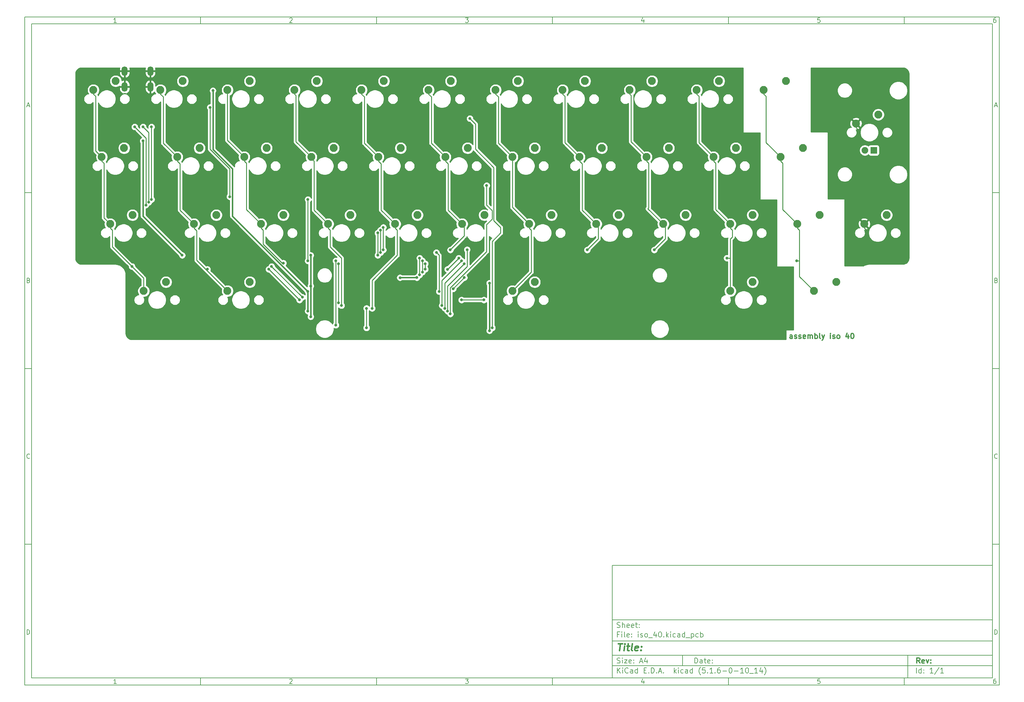
<source format=gtl>
%TF.GenerationSoftware,KiCad,Pcbnew,(5.1.6-0-10_14)*%
%TF.CreationDate,2020-07-22T14:13:02+10:00*%
%TF.ProjectId,iso_40,69736f5f-3430-42e6-9b69-6361645f7063,rev?*%
%TF.SameCoordinates,Original*%
%TF.FileFunction,Copper,L1,Top*%
%TF.FilePolarity,Positive*%
%FSLAX46Y46*%
G04 Gerber Fmt 4.6, Leading zero omitted, Abs format (unit mm)*
G04 Created by KiCad (PCBNEW (5.1.6-0-10_14)) date 2020-07-22 14:13:02*
%MOMM*%
%LPD*%
G01*
G04 APERTURE LIST*
%ADD10C,0.100000*%
%ADD11C,0.150000*%
%ADD12C,0.300000*%
%ADD13C,0.400000*%
%TA.AperFunction,NonConductor*%
%ADD14C,0.300000*%
%TD*%
%TA.AperFunction,ComponentPad*%
%ADD15C,2.250000*%
%TD*%
%TA.AperFunction,ComponentPad*%
%ADD16O,1.700000X2.700000*%
%TD*%
%TA.AperFunction,ComponentPad*%
%ADD17R,1.905000X1.905000*%
%TD*%
%TA.AperFunction,ComponentPad*%
%ADD18C,1.905000*%
%TD*%
%TA.AperFunction,ViaPad*%
%ADD19C,0.800000*%
%TD*%
%TA.AperFunction,Conductor*%
%ADD20C,0.381000*%
%TD*%
%TA.AperFunction,Conductor*%
%ADD21C,0.254000*%
%TD*%
G04 APERTURE END LIST*
D10*
D11*
X177002200Y-166007200D02*
X177002200Y-198007200D01*
X285002200Y-198007200D01*
X285002200Y-166007200D01*
X177002200Y-166007200D01*
D10*
D11*
X10000000Y-10000000D02*
X10000000Y-200007200D01*
X287002200Y-200007200D01*
X287002200Y-10000000D01*
X10000000Y-10000000D01*
D10*
D11*
X12000000Y-12000000D02*
X12000000Y-198007200D01*
X285002200Y-198007200D01*
X285002200Y-12000000D01*
X12000000Y-12000000D01*
D10*
D11*
X60000000Y-12000000D02*
X60000000Y-10000000D01*
D10*
D11*
X110000000Y-12000000D02*
X110000000Y-10000000D01*
D10*
D11*
X160000000Y-12000000D02*
X160000000Y-10000000D01*
D10*
D11*
X210000000Y-12000000D02*
X210000000Y-10000000D01*
D10*
D11*
X260000000Y-12000000D02*
X260000000Y-10000000D01*
D10*
D11*
X36065476Y-11588095D02*
X35322619Y-11588095D01*
X35694047Y-11588095D02*
X35694047Y-10288095D01*
X35570238Y-10473809D01*
X35446428Y-10597619D01*
X35322619Y-10659523D01*
D10*
D11*
X85322619Y-10411904D02*
X85384523Y-10350000D01*
X85508333Y-10288095D01*
X85817857Y-10288095D01*
X85941666Y-10350000D01*
X86003571Y-10411904D01*
X86065476Y-10535714D01*
X86065476Y-10659523D01*
X86003571Y-10845238D01*
X85260714Y-11588095D01*
X86065476Y-11588095D01*
D10*
D11*
X135260714Y-10288095D02*
X136065476Y-10288095D01*
X135632142Y-10783333D01*
X135817857Y-10783333D01*
X135941666Y-10845238D01*
X136003571Y-10907142D01*
X136065476Y-11030952D01*
X136065476Y-11340476D01*
X136003571Y-11464285D01*
X135941666Y-11526190D01*
X135817857Y-11588095D01*
X135446428Y-11588095D01*
X135322619Y-11526190D01*
X135260714Y-11464285D01*
D10*
D11*
X185941666Y-10721428D02*
X185941666Y-11588095D01*
X185632142Y-10226190D02*
X185322619Y-11154761D01*
X186127380Y-11154761D01*
D10*
D11*
X236003571Y-10288095D02*
X235384523Y-10288095D01*
X235322619Y-10907142D01*
X235384523Y-10845238D01*
X235508333Y-10783333D01*
X235817857Y-10783333D01*
X235941666Y-10845238D01*
X236003571Y-10907142D01*
X236065476Y-11030952D01*
X236065476Y-11340476D01*
X236003571Y-11464285D01*
X235941666Y-11526190D01*
X235817857Y-11588095D01*
X235508333Y-11588095D01*
X235384523Y-11526190D01*
X235322619Y-11464285D01*
D10*
D11*
X285941666Y-10288095D02*
X285694047Y-10288095D01*
X285570238Y-10350000D01*
X285508333Y-10411904D01*
X285384523Y-10597619D01*
X285322619Y-10845238D01*
X285322619Y-11340476D01*
X285384523Y-11464285D01*
X285446428Y-11526190D01*
X285570238Y-11588095D01*
X285817857Y-11588095D01*
X285941666Y-11526190D01*
X286003571Y-11464285D01*
X286065476Y-11340476D01*
X286065476Y-11030952D01*
X286003571Y-10907142D01*
X285941666Y-10845238D01*
X285817857Y-10783333D01*
X285570238Y-10783333D01*
X285446428Y-10845238D01*
X285384523Y-10907142D01*
X285322619Y-11030952D01*
D10*
D11*
X60000000Y-198007200D02*
X60000000Y-200007200D01*
D10*
D11*
X110000000Y-198007200D02*
X110000000Y-200007200D01*
D10*
D11*
X160000000Y-198007200D02*
X160000000Y-200007200D01*
D10*
D11*
X210000000Y-198007200D02*
X210000000Y-200007200D01*
D10*
D11*
X260000000Y-198007200D02*
X260000000Y-200007200D01*
D10*
D11*
X36065476Y-199595295D02*
X35322619Y-199595295D01*
X35694047Y-199595295D02*
X35694047Y-198295295D01*
X35570238Y-198481009D01*
X35446428Y-198604819D01*
X35322619Y-198666723D01*
D10*
D11*
X85322619Y-198419104D02*
X85384523Y-198357200D01*
X85508333Y-198295295D01*
X85817857Y-198295295D01*
X85941666Y-198357200D01*
X86003571Y-198419104D01*
X86065476Y-198542914D01*
X86065476Y-198666723D01*
X86003571Y-198852438D01*
X85260714Y-199595295D01*
X86065476Y-199595295D01*
D10*
D11*
X135260714Y-198295295D02*
X136065476Y-198295295D01*
X135632142Y-198790533D01*
X135817857Y-198790533D01*
X135941666Y-198852438D01*
X136003571Y-198914342D01*
X136065476Y-199038152D01*
X136065476Y-199347676D01*
X136003571Y-199471485D01*
X135941666Y-199533390D01*
X135817857Y-199595295D01*
X135446428Y-199595295D01*
X135322619Y-199533390D01*
X135260714Y-199471485D01*
D10*
D11*
X185941666Y-198728628D02*
X185941666Y-199595295D01*
X185632142Y-198233390D02*
X185322619Y-199161961D01*
X186127380Y-199161961D01*
D10*
D11*
X236003571Y-198295295D02*
X235384523Y-198295295D01*
X235322619Y-198914342D01*
X235384523Y-198852438D01*
X235508333Y-198790533D01*
X235817857Y-198790533D01*
X235941666Y-198852438D01*
X236003571Y-198914342D01*
X236065476Y-199038152D01*
X236065476Y-199347676D01*
X236003571Y-199471485D01*
X235941666Y-199533390D01*
X235817857Y-199595295D01*
X235508333Y-199595295D01*
X235384523Y-199533390D01*
X235322619Y-199471485D01*
D10*
D11*
X285941666Y-198295295D02*
X285694047Y-198295295D01*
X285570238Y-198357200D01*
X285508333Y-198419104D01*
X285384523Y-198604819D01*
X285322619Y-198852438D01*
X285322619Y-199347676D01*
X285384523Y-199471485D01*
X285446428Y-199533390D01*
X285570238Y-199595295D01*
X285817857Y-199595295D01*
X285941666Y-199533390D01*
X286003571Y-199471485D01*
X286065476Y-199347676D01*
X286065476Y-199038152D01*
X286003571Y-198914342D01*
X285941666Y-198852438D01*
X285817857Y-198790533D01*
X285570238Y-198790533D01*
X285446428Y-198852438D01*
X285384523Y-198914342D01*
X285322619Y-199038152D01*
D10*
D11*
X10000000Y-60000000D02*
X12000000Y-60000000D01*
D10*
D11*
X10000000Y-110000000D02*
X12000000Y-110000000D01*
D10*
D11*
X10000000Y-160000000D02*
X12000000Y-160000000D01*
D10*
D11*
X10690476Y-35216666D02*
X11309523Y-35216666D01*
X10566666Y-35588095D02*
X11000000Y-34288095D01*
X11433333Y-35588095D01*
D10*
D11*
X11092857Y-84907142D02*
X11278571Y-84969047D01*
X11340476Y-85030952D01*
X11402380Y-85154761D01*
X11402380Y-85340476D01*
X11340476Y-85464285D01*
X11278571Y-85526190D01*
X11154761Y-85588095D01*
X10659523Y-85588095D01*
X10659523Y-84288095D01*
X11092857Y-84288095D01*
X11216666Y-84350000D01*
X11278571Y-84411904D01*
X11340476Y-84535714D01*
X11340476Y-84659523D01*
X11278571Y-84783333D01*
X11216666Y-84845238D01*
X11092857Y-84907142D01*
X10659523Y-84907142D01*
D10*
D11*
X11402380Y-135464285D02*
X11340476Y-135526190D01*
X11154761Y-135588095D01*
X11030952Y-135588095D01*
X10845238Y-135526190D01*
X10721428Y-135402380D01*
X10659523Y-135278571D01*
X10597619Y-135030952D01*
X10597619Y-134845238D01*
X10659523Y-134597619D01*
X10721428Y-134473809D01*
X10845238Y-134350000D01*
X11030952Y-134288095D01*
X11154761Y-134288095D01*
X11340476Y-134350000D01*
X11402380Y-134411904D01*
D10*
D11*
X10659523Y-185588095D02*
X10659523Y-184288095D01*
X10969047Y-184288095D01*
X11154761Y-184350000D01*
X11278571Y-184473809D01*
X11340476Y-184597619D01*
X11402380Y-184845238D01*
X11402380Y-185030952D01*
X11340476Y-185278571D01*
X11278571Y-185402380D01*
X11154761Y-185526190D01*
X10969047Y-185588095D01*
X10659523Y-185588095D01*
D10*
D11*
X287002200Y-60000000D02*
X285002200Y-60000000D01*
D10*
D11*
X287002200Y-110000000D02*
X285002200Y-110000000D01*
D10*
D11*
X287002200Y-160000000D02*
X285002200Y-160000000D01*
D10*
D11*
X285692676Y-35216666D02*
X286311723Y-35216666D01*
X285568866Y-35588095D02*
X286002200Y-34288095D01*
X286435533Y-35588095D01*
D10*
D11*
X286095057Y-84907142D02*
X286280771Y-84969047D01*
X286342676Y-85030952D01*
X286404580Y-85154761D01*
X286404580Y-85340476D01*
X286342676Y-85464285D01*
X286280771Y-85526190D01*
X286156961Y-85588095D01*
X285661723Y-85588095D01*
X285661723Y-84288095D01*
X286095057Y-84288095D01*
X286218866Y-84350000D01*
X286280771Y-84411904D01*
X286342676Y-84535714D01*
X286342676Y-84659523D01*
X286280771Y-84783333D01*
X286218866Y-84845238D01*
X286095057Y-84907142D01*
X285661723Y-84907142D01*
D10*
D11*
X286404580Y-135464285D02*
X286342676Y-135526190D01*
X286156961Y-135588095D01*
X286033152Y-135588095D01*
X285847438Y-135526190D01*
X285723628Y-135402380D01*
X285661723Y-135278571D01*
X285599819Y-135030952D01*
X285599819Y-134845238D01*
X285661723Y-134597619D01*
X285723628Y-134473809D01*
X285847438Y-134350000D01*
X286033152Y-134288095D01*
X286156961Y-134288095D01*
X286342676Y-134350000D01*
X286404580Y-134411904D01*
D10*
D11*
X285661723Y-185588095D02*
X285661723Y-184288095D01*
X285971247Y-184288095D01*
X286156961Y-184350000D01*
X286280771Y-184473809D01*
X286342676Y-184597619D01*
X286404580Y-184845238D01*
X286404580Y-185030952D01*
X286342676Y-185278571D01*
X286280771Y-185402380D01*
X286156961Y-185526190D01*
X285971247Y-185588095D01*
X285661723Y-185588095D01*
D10*
D11*
X200434342Y-193785771D02*
X200434342Y-192285771D01*
X200791485Y-192285771D01*
X201005771Y-192357200D01*
X201148628Y-192500057D01*
X201220057Y-192642914D01*
X201291485Y-192928628D01*
X201291485Y-193142914D01*
X201220057Y-193428628D01*
X201148628Y-193571485D01*
X201005771Y-193714342D01*
X200791485Y-193785771D01*
X200434342Y-193785771D01*
X202577200Y-193785771D02*
X202577200Y-193000057D01*
X202505771Y-192857200D01*
X202362914Y-192785771D01*
X202077200Y-192785771D01*
X201934342Y-192857200D01*
X202577200Y-193714342D02*
X202434342Y-193785771D01*
X202077200Y-193785771D01*
X201934342Y-193714342D01*
X201862914Y-193571485D01*
X201862914Y-193428628D01*
X201934342Y-193285771D01*
X202077200Y-193214342D01*
X202434342Y-193214342D01*
X202577200Y-193142914D01*
X203077200Y-192785771D02*
X203648628Y-192785771D01*
X203291485Y-192285771D02*
X203291485Y-193571485D01*
X203362914Y-193714342D01*
X203505771Y-193785771D01*
X203648628Y-193785771D01*
X204720057Y-193714342D02*
X204577200Y-193785771D01*
X204291485Y-193785771D01*
X204148628Y-193714342D01*
X204077200Y-193571485D01*
X204077200Y-193000057D01*
X204148628Y-192857200D01*
X204291485Y-192785771D01*
X204577200Y-192785771D01*
X204720057Y-192857200D01*
X204791485Y-193000057D01*
X204791485Y-193142914D01*
X204077200Y-193285771D01*
X205434342Y-193642914D02*
X205505771Y-193714342D01*
X205434342Y-193785771D01*
X205362914Y-193714342D01*
X205434342Y-193642914D01*
X205434342Y-193785771D01*
X205434342Y-192857200D02*
X205505771Y-192928628D01*
X205434342Y-193000057D01*
X205362914Y-192928628D01*
X205434342Y-192857200D01*
X205434342Y-193000057D01*
D10*
D11*
X177002200Y-194507200D02*
X285002200Y-194507200D01*
D10*
D11*
X178434342Y-196585771D02*
X178434342Y-195085771D01*
X179291485Y-196585771D02*
X178648628Y-195728628D01*
X179291485Y-195085771D02*
X178434342Y-195942914D01*
X179934342Y-196585771D02*
X179934342Y-195585771D01*
X179934342Y-195085771D02*
X179862914Y-195157200D01*
X179934342Y-195228628D01*
X180005771Y-195157200D01*
X179934342Y-195085771D01*
X179934342Y-195228628D01*
X181505771Y-196442914D02*
X181434342Y-196514342D01*
X181220057Y-196585771D01*
X181077200Y-196585771D01*
X180862914Y-196514342D01*
X180720057Y-196371485D01*
X180648628Y-196228628D01*
X180577200Y-195942914D01*
X180577200Y-195728628D01*
X180648628Y-195442914D01*
X180720057Y-195300057D01*
X180862914Y-195157200D01*
X181077200Y-195085771D01*
X181220057Y-195085771D01*
X181434342Y-195157200D01*
X181505771Y-195228628D01*
X182791485Y-196585771D02*
X182791485Y-195800057D01*
X182720057Y-195657200D01*
X182577200Y-195585771D01*
X182291485Y-195585771D01*
X182148628Y-195657200D01*
X182791485Y-196514342D02*
X182648628Y-196585771D01*
X182291485Y-196585771D01*
X182148628Y-196514342D01*
X182077200Y-196371485D01*
X182077200Y-196228628D01*
X182148628Y-196085771D01*
X182291485Y-196014342D01*
X182648628Y-196014342D01*
X182791485Y-195942914D01*
X184148628Y-196585771D02*
X184148628Y-195085771D01*
X184148628Y-196514342D02*
X184005771Y-196585771D01*
X183720057Y-196585771D01*
X183577200Y-196514342D01*
X183505771Y-196442914D01*
X183434342Y-196300057D01*
X183434342Y-195871485D01*
X183505771Y-195728628D01*
X183577200Y-195657200D01*
X183720057Y-195585771D01*
X184005771Y-195585771D01*
X184148628Y-195657200D01*
X186005771Y-195800057D02*
X186505771Y-195800057D01*
X186720057Y-196585771D02*
X186005771Y-196585771D01*
X186005771Y-195085771D01*
X186720057Y-195085771D01*
X187362914Y-196442914D02*
X187434342Y-196514342D01*
X187362914Y-196585771D01*
X187291485Y-196514342D01*
X187362914Y-196442914D01*
X187362914Y-196585771D01*
X188077200Y-196585771D02*
X188077200Y-195085771D01*
X188434342Y-195085771D01*
X188648628Y-195157200D01*
X188791485Y-195300057D01*
X188862914Y-195442914D01*
X188934342Y-195728628D01*
X188934342Y-195942914D01*
X188862914Y-196228628D01*
X188791485Y-196371485D01*
X188648628Y-196514342D01*
X188434342Y-196585771D01*
X188077200Y-196585771D01*
X189577200Y-196442914D02*
X189648628Y-196514342D01*
X189577200Y-196585771D01*
X189505771Y-196514342D01*
X189577200Y-196442914D01*
X189577200Y-196585771D01*
X190220057Y-196157200D02*
X190934342Y-196157200D01*
X190077200Y-196585771D02*
X190577200Y-195085771D01*
X191077200Y-196585771D01*
X191577200Y-196442914D02*
X191648628Y-196514342D01*
X191577200Y-196585771D01*
X191505771Y-196514342D01*
X191577200Y-196442914D01*
X191577200Y-196585771D01*
X194577200Y-196585771D02*
X194577200Y-195085771D01*
X194720057Y-196014342D02*
X195148628Y-196585771D01*
X195148628Y-195585771D02*
X194577200Y-196157200D01*
X195791485Y-196585771D02*
X195791485Y-195585771D01*
X195791485Y-195085771D02*
X195720057Y-195157200D01*
X195791485Y-195228628D01*
X195862914Y-195157200D01*
X195791485Y-195085771D01*
X195791485Y-195228628D01*
X197148628Y-196514342D02*
X197005771Y-196585771D01*
X196720057Y-196585771D01*
X196577200Y-196514342D01*
X196505771Y-196442914D01*
X196434342Y-196300057D01*
X196434342Y-195871485D01*
X196505771Y-195728628D01*
X196577200Y-195657200D01*
X196720057Y-195585771D01*
X197005771Y-195585771D01*
X197148628Y-195657200D01*
X198434342Y-196585771D02*
X198434342Y-195800057D01*
X198362914Y-195657200D01*
X198220057Y-195585771D01*
X197934342Y-195585771D01*
X197791485Y-195657200D01*
X198434342Y-196514342D02*
X198291485Y-196585771D01*
X197934342Y-196585771D01*
X197791485Y-196514342D01*
X197720057Y-196371485D01*
X197720057Y-196228628D01*
X197791485Y-196085771D01*
X197934342Y-196014342D01*
X198291485Y-196014342D01*
X198434342Y-195942914D01*
X199791485Y-196585771D02*
X199791485Y-195085771D01*
X199791485Y-196514342D02*
X199648628Y-196585771D01*
X199362914Y-196585771D01*
X199220057Y-196514342D01*
X199148628Y-196442914D01*
X199077200Y-196300057D01*
X199077200Y-195871485D01*
X199148628Y-195728628D01*
X199220057Y-195657200D01*
X199362914Y-195585771D01*
X199648628Y-195585771D01*
X199791485Y-195657200D01*
X202077200Y-197157200D02*
X202005771Y-197085771D01*
X201862914Y-196871485D01*
X201791485Y-196728628D01*
X201720057Y-196514342D01*
X201648628Y-196157200D01*
X201648628Y-195871485D01*
X201720057Y-195514342D01*
X201791485Y-195300057D01*
X201862914Y-195157200D01*
X202005771Y-194942914D01*
X202077200Y-194871485D01*
X203362914Y-195085771D02*
X202648628Y-195085771D01*
X202577200Y-195800057D01*
X202648628Y-195728628D01*
X202791485Y-195657200D01*
X203148628Y-195657200D01*
X203291485Y-195728628D01*
X203362914Y-195800057D01*
X203434342Y-195942914D01*
X203434342Y-196300057D01*
X203362914Y-196442914D01*
X203291485Y-196514342D01*
X203148628Y-196585771D01*
X202791485Y-196585771D01*
X202648628Y-196514342D01*
X202577200Y-196442914D01*
X204077200Y-196442914D02*
X204148628Y-196514342D01*
X204077200Y-196585771D01*
X204005771Y-196514342D01*
X204077200Y-196442914D01*
X204077200Y-196585771D01*
X205577200Y-196585771D02*
X204720057Y-196585771D01*
X205148628Y-196585771D02*
X205148628Y-195085771D01*
X205005771Y-195300057D01*
X204862914Y-195442914D01*
X204720057Y-195514342D01*
X206220057Y-196442914D02*
X206291485Y-196514342D01*
X206220057Y-196585771D01*
X206148628Y-196514342D01*
X206220057Y-196442914D01*
X206220057Y-196585771D01*
X207577200Y-195085771D02*
X207291485Y-195085771D01*
X207148628Y-195157200D01*
X207077200Y-195228628D01*
X206934342Y-195442914D01*
X206862914Y-195728628D01*
X206862914Y-196300057D01*
X206934342Y-196442914D01*
X207005771Y-196514342D01*
X207148628Y-196585771D01*
X207434342Y-196585771D01*
X207577200Y-196514342D01*
X207648628Y-196442914D01*
X207720057Y-196300057D01*
X207720057Y-195942914D01*
X207648628Y-195800057D01*
X207577200Y-195728628D01*
X207434342Y-195657200D01*
X207148628Y-195657200D01*
X207005771Y-195728628D01*
X206934342Y-195800057D01*
X206862914Y-195942914D01*
X208362914Y-196014342D02*
X209505771Y-196014342D01*
X210505771Y-195085771D02*
X210648628Y-195085771D01*
X210791485Y-195157200D01*
X210862914Y-195228628D01*
X210934342Y-195371485D01*
X211005771Y-195657200D01*
X211005771Y-196014342D01*
X210934342Y-196300057D01*
X210862914Y-196442914D01*
X210791485Y-196514342D01*
X210648628Y-196585771D01*
X210505771Y-196585771D01*
X210362914Y-196514342D01*
X210291485Y-196442914D01*
X210220057Y-196300057D01*
X210148628Y-196014342D01*
X210148628Y-195657200D01*
X210220057Y-195371485D01*
X210291485Y-195228628D01*
X210362914Y-195157200D01*
X210505771Y-195085771D01*
X211648628Y-196014342D02*
X212791485Y-196014342D01*
X214291485Y-196585771D02*
X213434342Y-196585771D01*
X213862914Y-196585771D02*
X213862914Y-195085771D01*
X213720057Y-195300057D01*
X213577200Y-195442914D01*
X213434342Y-195514342D01*
X215220057Y-195085771D02*
X215362914Y-195085771D01*
X215505771Y-195157200D01*
X215577200Y-195228628D01*
X215648628Y-195371485D01*
X215720057Y-195657200D01*
X215720057Y-196014342D01*
X215648628Y-196300057D01*
X215577200Y-196442914D01*
X215505771Y-196514342D01*
X215362914Y-196585771D01*
X215220057Y-196585771D01*
X215077200Y-196514342D01*
X215005771Y-196442914D01*
X214934342Y-196300057D01*
X214862914Y-196014342D01*
X214862914Y-195657200D01*
X214934342Y-195371485D01*
X215005771Y-195228628D01*
X215077200Y-195157200D01*
X215220057Y-195085771D01*
X216005771Y-196728628D02*
X217148628Y-196728628D01*
X218291485Y-196585771D02*
X217434342Y-196585771D01*
X217862914Y-196585771D02*
X217862914Y-195085771D01*
X217720057Y-195300057D01*
X217577200Y-195442914D01*
X217434342Y-195514342D01*
X219577200Y-195585771D02*
X219577200Y-196585771D01*
X219220057Y-195014342D02*
X218862914Y-196085771D01*
X219791485Y-196085771D01*
X220220057Y-197157200D02*
X220291485Y-197085771D01*
X220434342Y-196871485D01*
X220505771Y-196728628D01*
X220577200Y-196514342D01*
X220648628Y-196157200D01*
X220648628Y-195871485D01*
X220577200Y-195514342D01*
X220505771Y-195300057D01*
X220434342Y-195157200D01*
X220291485Y-194942914D01*
X220220057Y-194871485D01*
D10*
D11*
X177002200Y-191507200D02*
X285002200Y-191507200D01*
D10*
D12*
X264411485Y-193785771D02*
X263911485Y-193071485D01*
X263554342Y-193785771D02*
X263554342Y-192285771D01*
X264125771Y-192285771D01*
X264268628Y-192357200D01*
X264340057Y-192428628D01*
X264411485Y-192571485D01*
X264411485Y-192785771D01*
X264340057Y-192928628D01*
X264268628Y-193000057D01*
X264125771Y-193071485D01*
X263554342Y-193071485D01*
X265625771Y-193714342D02*
X265482914Y-193785771D01*
X265197200Y-193785771D01*
X265054342Y-193714342D01*
X264982914Y-193571485D01*
X264982914Y-193000057D01*
X265054342Y-192857200D01*
X265197200Y-192785771D01*
X265482914Y-192785771D01*
X265625771Y-192857200D01*
X265697200Y-193000057D01*
X265697200Y-193142914D01*
X264982914Y-193285771D01*
X266197200Y-192785771D02*
X266554342Y-193785771D01*
X266911485Y-192785771D01*
X267482914Y-193642914D02*
X267554342Y-193714342D01*
X267482914Y-193785771D01*
X267411485Y-193714342D01*
X267482914Y-193642914D01*
X267482914Y-193785771D01*
X267482914Y-192857200D02*
X267554342Y-192928628D01*
X267482914Y-193000057D01*
X267411485Y-192928628D01*
X267482914Y-192857200D01*
X267482914Y-193000057D01*
D10*
D11*
X178362914Y-193714342D02*
X178577200Y-193785771D01*
X178934342Y-193785771D01*
X179077200Y-193714342D01*
X179148628Y-193642914D01*
X179220057Y-193500057D01*
X179220057Y-193357200D01*
X179148628Y-193214342D01*
X179077200Y-193142914D01*
X178934342Y-193071485D01*
X178648628Y-193000057D01*
X178505771Y-192928628D01*
X178434342Y-192857200D01*
X178362914Y-192714342D01*
X178362914Y-192571485D01*
X178434342Y-192428628D01*
X178505771Y-192357200D01*
X178648628Y-192285771D01*
X179005771Y-192285771D01*
X179220057Y-192357200D01*
X179862914Y-193785771D02*
X179862914Y-192785771D01*
X179862914Y-192285771D02*
X179791485Y-192357200D01*
X179862914Y-192428628D01*
X179934342Y-192357200D01*
X179862914Y-192285771D01*
X179862914Y-192428628D01*
X180434342Y-192785771D02*
X181220057Y-192785771D01*
X180434342Y-193785771D01*
X181220057Y-193785771D01*
X182362914Y-193714342D02*
X182220057Y-193785771D01*
X181934342Y-193785771D01*
X181791485Y-193714342D01*
X181720057Y-193571485D01*
X181720057Y-193000057D01*
X181791485Y-192857200D01*
X181934342Y-192785771D01*
X182220057Y-192785771D01*
X182362914Y-192857200D01*
X182434342Y-193000057D01*
X182434342Y-193142914D01*
X181720057Y-193285771D01*
X183077200Y-193642914D02*
X183148628Y-193714342D01*
X183077200Y-193785771D01*
X183005771Y-193714342D01*
X183077200Y-193642914D01*
X183077200Y-193785771D01*
X183077200Y-192857200D02*
X183148628Y-192928628D01*
X183077200Y-193000057D01*
X183005771Y-192928628D01*
X183077200Y-192857200D01*
X183077200Y-193000057D01*
X184862914Y-193357200D02*
X185577200Y-193357200D01*
X184720057Y-193785771D02*
X185220057Y-192285771D01*
X185720057Y-193785771D01*
X186862914Y-192785771D02*
X186862914Y-193785771D01*
X186505771Y-192214342D02*
X186148628Y-193285771D01*
X187077200Y-193285771D01*
D10*
D11*
X263434342Y-196585771D02*
X263434342Y-195085771D01*
X264791485Y-196585771D02*
X264791485Y-195085771D01*
X264791485Y-196514342D02*
X264648628Y-196585771D01*
X264362914Y-196585771D01*
X264220057Y-196514342D01*
X264148628Y-196442914D01*
X264077200Y-196300057D01*
X264077200Y-195871485D01*
X264148628Y-195728628D01*
X264220057Y-195657200D01*
X264362914Y-195585771D01*
X264648628Y-195585771D01*
X264791485Y-195657200D01*
X265505771Y-196442914D02*
X265577200Y-196514342D01*
X265505771Y-196585771D01*
X265434342Y-196514342D01*
X265505771Y-196442914D01*
X265505771Y-196585771D01*
X265505771Y-195657200D02*
X265577200Y-195728628D01*
X265505771Y-195800057D01*
X265434342Y-195728628D01*
X265505771Y-195657200D01*
X265505771Y-195800057D01*
X268148628Y-196585771D02*
X267291485Y-196585771D01*
X267720057Y-196585771D02*
X267720057Y-195085771D01*
X267577200Y-195300057D01*
X267434342Y-195442914D01*
X267291485Y-195514342D01*
X269862914Y-195014342D02*
X268577200Y-196942914D01*
X271148628Y-196585771D02*
X270291485Y-196585771D01*
X270720057Y-196585771D02*
X270720057Y-195085771D01*
X270577200Y-195300057D01*
X270434342Y-195442914D01*
X270291485Y-195514342D01*
D10*
D11*
X177002200Y-187507200D02*
X285002200Y-187507200D01*
D10*
D13*
X178714580Y-188211961D02*
X179857438Y-188211961D01*
X179036009Y-190211961D02*
X179286009Y-188211961D01*
X180274104Y-190211961D02*
X180440771Y-188878628D01*
X180524104Y-188211961D02*
X180416961Y-188307200D01*
X180500295Y-188402438D01*
X180607438Y-188307200D01*
X180524104Y-188211961D01*
X180500295Y-188402438D01*
X181107438Y-188878628D02*
X181869342Y-188878628D01*
X181476485Y-188211961D02*
X181262200Y-189926247D01*
X181333628Y-190116723D01*
X181512200Y-190211961D01*
X181702676Y-190211961D01*
X182655057Y-190211961D02*
X182476485Y-190116723D01*
X182405057Y-189926247D01*
X182619342Y-188211961D01*
X184190771Y-190116723D02*
X183988390Y-190211961D01*
X183607438Y-190211961D01*
X183428866Y-190116723D01*
X183357438Y-189926247D01*
X183452676Y-189164342D01*
X183571723Y-188973866D01*
X183774104Y-188878628D01*
X184155057Y-188878628D01*
X184333628Y-188973866D01*
X184405057Y-189164342D01*
X184381247Y-189354819D01*
X183405057Y-189545295D01*
X185155057Y-190021485D02*
X185238390Y-190116723D01*
X185131247Y-190211961D01*
X185047914Y-190116723D01*
X185155057Y-190021485D01*
X185131247Y-190211961D01*
X185286009Y-188973866D02*
X185369342Y-189069104D01*
X185262200Y-189164342D01*
X185178866Y-189069104D01*
X185286009Y-188973866D01*
X185262200Y-189164342D01*
D10*
D11*
X178934342Y-185600057D02*
X178434342Y-185600057D01*
X178434342Y-186385771D02*
X178434342Y-184885771D01*
X179148628Y-184885771D01*
X179720057Y-186385771D02*
X179720057Y-185385771D01*
X179720057Y-184885771D02*
X179648628Y-184957200D01*
X179720057Y-185028628D01*
X179791485Y-184957200D01*
X179720057Y-184885771D01*
X179720057Y-185028628D01*
X180648628Y-186385771D02*
X180505771Y-186314342D01*
X180434342Y-186171485D01*
X180434342Y-184885771D01*
X181791485Y-186314342D02*
X181648628Y-186385771D01*
X181362914Y-186385771D01*
X181220057Y-186314342D01*
X181148628Y-186171485D01*
X181148628Y-185600057D01*
X181220057Y-185457200D01*
X181362914Y-185385771D01*
X181648628Y-185385771D01*
X181791485Y-185457200D01*
X181862914Y-185600057D01*
X181862914Y-185742914D01*
X181148628Y-185885771D01*
X182505771Y-186242914D02*
X182577200Y-186314342D01*
X182505771Y-186385771D01*
X182434342Y-186314342D01*
X182505771Y-186242914D01*
X182505771Y-186385771D01*
X182505771Y-185457200D02*
X182577200Y-185528628D01*
X182505771Y-185600057D01*
X182434342Y-185528628D01*
X182505771Y-185457200D01*
X182505771Y-185600057D01*
X184362914Y-186385771D02*
X184362914Y-185385771D01*
X184362914Y-184885771D02*
X184291485Y-184957200D01*
X184362914Y-185028628D01*
X184434342Y-184957200D01*
X184362914Y-184885771D01*
X184362914Y-185028628D01*
X185005771Y-186314342D02*
X185148628Y-186385771D01*
X185434342Y-186385771D01*
X185577200Y-186314342D01*
X185648628Y-186171485D01*
X185648628Y-186100057D01*
X185577200Y-185957200D01*
X185434342Y-185885771D01*
X185220057Y-185885771D01*
X185077200Y-185814342D01*
X185005771Y-185671485D01*
X185005771Y-185600057D01*
X185077200Y-185457200D01*
X185220057Y-185385771D01*
X185434342Y-185385771D01*
X185577200Y-185457200D01*
X186505771Y-186385771D02*
X186362914Y-186314342D01*
X186291485Y-186242914D01*
X186220057Y-186100057D01*
X186220057Y-185671485D01*
X186291485Y-185528628D01*
X186362914Y-185457200D01*
X186505771Y-185385771D01*
X186720057Y-185385771D01*
X186862914Y-185457200D01*
X186934342Y-185528628D01*
X187005771Y-185671485D01*
X187005771Y-186100057D01*
X186934342Y-186242914D01*
X186862914Y-186314342D01*
X186720057Y-186385771D01*
X186505771Y-186385771D01*
X187291485Y-186528628D02*
X188434342Y-186528628D01*
X189434342Y-185385771D02*
X189434342Y-186385771D01*
X189077200Y-184814342D02*
X188720057Y-185885771D01*
X189648628Y-185885771D01*
X190505771Y-184885771D02*
X190648628Y-184885771D01*
X190791485Y-184957200D01*
X190862914Y-185028628D01*
X190934342Y-185171485D01*
X191005771Y-185457200D01*
X191005771Y-185814342D01*
X190934342Y-186100057D01*
X190862914Y-186242914D01*
X190791485Y-186314342D01*
X190648628Y-186385771D01*
X190505771Y-186385771D01*
X190362914Y-186314342D01*
X190291485Y-186242914D01*
X190220057Y-186100057D01*
X190148628Y-185814342D01*
X190148628Y-185457200D01*
X190220057Y-185171485D01*
X190291485Y-185028628D01*
X190362914Y-184957200D01*
X190505771Y-184885771D01*
X191648628Y-186242914D02*
X191720057Y-186314342D01*
X191648628Y-186385771D01*
X191577200Y-186314342D01*
X191648628Y-186242914D01*
X191648628Y-186385771D01*
X192362914Y-186385771D02*
X192362914Y-184885771D01*
X192505771Y-185814342D02*
X192934342Y-186385771D01*
X192934342Y-185385771D02*
X192362914Y-185957200D01*
X193577200Y-186385771D02*
X193577200Y-185385771D01*
X193577200Y-184885771D02*
X193505771Y-184957200D01*
X193577200Y-185028628D01*
X193648628Y-184957200D01*
X193577200Y-184885771D01*
X193577200Y-185028628D01*
X194934342Y-186314342D02*
X194791485Y-186385771D01*
X194505771Y-186385771D01*
X194362914Y-186314342D01*
X194291485Y-186242914D01*
X194220057Y-186100057D01*
X194220057Y-185671485D01*
X194291485Y-185528628D01*
X194362914Y-185457200D01*
X194505771Y-185385771D01*
X194791485Y-185385771D01*
X194934342Y-185457200D01*
X196220057Y-186385771D02*
X196220057Y-185600057D01*
X196148628Y-185457200D01*
X196005771Y-185385771D01*
X195720057Y-185385771D01*
X195577200Y-185457200D01*
X196220057Y-186314342D02*
X196077200Y-186385771D01*
X195720057Y-186385771D01*
X195577200Y-186314342D01*
X195505771Y-186171485D01*
X195505771Y-186028628D01*
X195577200Y-185885771D01*
X195720057Y-185814342D01*
X196077200Y-185814342D01*
X196220057Y-185742914D01*
X197577200Y-186385771D02*
X197577200Y-184885771D01*
X197577200Y-186314342D02*
X197434342Y-186385771D01*
X197148628Y-186385771D01*
X197005771Y-186314342D01*
X196934342Y-186242914D01*
X196862914Y-186100057D01*
X196862914Y-185671485D01*
X196934342Y-185528628D01*
X197005771Y-185457200D01*
X197148628Y-185385771D01*
X197434342Y-185385771D01*
X197577200Y-185457200D01*
X197934342Y-186528628D02*
X199077200Y-186528628D01*
X199434342Y-185385771D02*
X199434342Y-186885771D01*
X199434342Y-185457200D02*
X199577200Y-185385771D01*
X199862914Y-185385771D01*
X200005771Y-185457200D01*
X200077200Y-185528628D01*
X200148628Y-185671485D01*
X200148628Y-186100057D01*
X200077200Y-186242914D01*
X200005771Y-186314342D01*
X199862914Y-186385771D01*
X199577200Y-186385771D01*
X199434342Y-186314342D01*
X201434342Y-186314342D02*
X201291485Y-186385771D01*
X201005771Y-186385771D01*
X200862914Y-186314342D01*
X200791485Y-186242914D01*
X200720057Y-186100057D01*
X200720057Y-185671485D01*
X200791485Y-185528628D01*
X200862914Y-185457200D01*
X201005771Y-185385771D01*
X201291485Y-185385771D01*
X201434342Y-185457200D01*
X202077200Y-186385771D02*
X202077200Y-184885771D01*
X202077200Y-185457200D02*
X202220057Y-185385771D01*
X202505771Y-185385771D01*
X202648628Y-185457200D01*
X202720057Y-185528628D01*
X202791485Y-185671485D01*
X202791485Y-186100057D01*
X202720057Y-186242914D01*
X202648628Y-186314342D01*
X202505771Y-186385771D01*
X202220057Y-186385771D01*
X202077200Y-186314342D01*
D10*
D11*
X177002200Y-181507200D02*
X285002200Y-181507200D01*
D10*
D11*
X178362914Y-183614342D02*
X178577200Y-183685771D01*
X178934342Y-183685771D01*
X179077200Y-183614342D01*
X179148628Y-183542914D01*
X179220057Y-183400057D01*
X179220057Y-183257200D01*
X179148628Y-183114342D01*
X179077200Y-183042914D01*
X178934342Y-182971485D01*
X178648628Y-182900057D01*
X178505771Y-182828628D01*
X178434342Y-182757200D01*
X178362914Y-182614342D01*
X178362914Y-182471485D01*
X178434342Y-182328628D01*
X178505771Y-182257200D01*
X178648628Y-182185771D01*
X179005771Y-182185771D01*
X179220057Y-182257200D01*
X179862914Y-183685771D02*
X179862914Y-182185771D01*
X180505771Y-183685771D02*
X180505771Y-182900057D01*
X180434342Y-182757200D01*
X180291485Y-182685771D01*
X180077200Y-182685771D01*
X179934342Y-182757200D01*
X179862914Y-182828628D01*
X181791485Y-183614342D02*
X181648628Y-183685771D01*
X181362914Y-183685771D01*
X181220057Y-183614342D01*
X181148628Y-183471485D01*
X181148628Y-182900057D01*
X181220057Y-182757200D01*
X181362914Y-182685771D01*
X181648628Y-182685771D01*
X181791485Y-182757200D01*
X181862914Y-182900057D01*
X181862914Y-183042914D01*
X181148628Y-183185771D01*
X183077200Y-183614342D02*
X182934342Y-183685771D01*
X182648628Y-183685771D01*
X182505771Y-183614342D01*
X182434342Y-183471485D01*
X182434342Y-182900057D01*
X182505771Y-182757200D01*
X182648628Y-182685771D01*
X182934342Y-182685771D01*
X183077200Y-182757200D01*
X183148628Y-182900057D01*
X183148628Y-183042914D01*
X182434342Y-183185771D01*
X183577200Y-182685771D02*
X184148628Y-182685771D01*
X183791485Y-182185771D02*
X183791485Y-183471485D01*
X183862914Y-183614342D01*
X184005771Y-183685771D01*
X184148628Y-183685771D01*
X184648628Y-183542914D02*
X184720057Y-183614342D01*
X184648628Y-183685771D01*
X184577200Y-183614342D01*
X184648628Y-183542914D01*
X184648628Y-183685771D01*
X184648628Y-182757200D02*
X184720057Y-182828628D01*
X184648628Y-182900057D01*
X184577200Y-182828628D01*
X184648628Y-182757200D01*
X184648628Y-182900057D01*
D10*
D11*
X197002200Y-191507200D02*
X197002200Y-194507200D01*
D10*
D11*
X261002200Y-191507200D02*
X261002200Y-198007200D01*
D14*
X228144642Y-101484821D02*
X228144642Y-100699107D01*
X228073214Y-100556250D01*
X227930357Y-100484821D01*
X227644642Y-100484821D01*
X227501785Y-100556250D01*
X228144642Y-101413392D02*
X228001785Y-101484821D01*
X227644642Y-101484821D01*
X227501785Y-101413392D01*
X227430357Y-101270535D01*
X227430357Y-101127678D01*
X227501785Y-100984821D01*
X227644642Y-100913392D01*
X228001785Y-100913392D01*
X228144642Y-100841964D01*
X228787500Y-101413392D02*
X228930357Y-101484821D01*
X229216071Y-101484821D01*
X229358928Y-101413392D01*
X229430357Y-101270535D01*
X229430357Y-101199107D01*
X229358928Y-101056250D01*
X229216071Y-100984821D01*
X229001785Y-100984821D01*
X228858928Y-100913392D01*
X228787500Y-100770535D01*
X228787500Y-100699107D01*
X228858928Y-100556250D01*
X229001785Y-100484821D01*
X229216071Y-100484821D01*
X229358928Y-100556250D01*
X230001785Y-101413392D02*
X230144642Y-101484821D01*
X230430357Y-101484821D01*
X230573214Y-101413392D01*
X230644642Y-101270535D01*
X230644642Y-101199107D01*
X230573214Y-101056250D01*
X230430357Y-100984821D01*
X230216071Y-100984821D01*
X230073214Y-100913392D01*
X230001785Y-100770535D01*
X230001785Y-100699107D01*
X230073214Y-100556250D01*
X230216071Y-100484821D01*
X230430357Y-100484821D01*
X230573214Y-100556250D01*
X231858928Y-101413392D02*
X231716071Y-101484821D01*
X231430357Y-101484821D01*
X231287500Y-101413392D01*
X231216071Y-101270535D01*
X231216071Y-100699107D01*
X231287500Y-100556250D01*
X231430357Y-100484821D01*
X231716071Y-100484821D01*
X231858928Y-100556250D01*
X231930357Y-100699107D01*
X231930357Y-100841964D01*
X231216071Y-100984821D01*
X232573214Y-101484821D02*
X232573214Y-100484821D01*
X232573214Y-100627678D02*
X232644642Y-100556250D01*
X232787500Y-100484821D01*
X233001785Y-100484821D01*
X233144642Y-100556250D01*
X233216071Y-100699107D01*
X233216071Y-101484821D01*
X233216071Y-100699107D02*
X233287500Y-100556250D01*
X233430357Y-100484821D01*
X233644642Y-100484821D01*
X233787500Y-100556250D01*
X233858928Y-100699107D01*
X233858928Y-101484821D01*
X234573214Y-101484821D02*
X234573214Y-99984821D01*
X234573214Y-100556250D02*
X234716071Y-100484821D01*
X235001785Y-100484821D01*
X235144642Y-100556250D01*
X235216071Y-100627678D01*
X235287500Y-100770535D01*
X235287500Y-101199107D01*
X235216071Y-101341964D01*
X235144642Y-101413392D01*
X235001785Y-101484821D01*
X234716071Y-101484821D01*
X234573214Y-101413392D01*
X236144642Y-101484821D02*
X236001785Y-101413392D01*
X235930357Y-101270535D01*
X235930357Y-99984821D01*
X236573214Y-100484821D02*
X236930357Y-101484821D01*
X237287500Y-100484821D02*
X236930357Y-101484821D01*
X236787500Y-101841964D01*
X236716071Y-101913392D01*
X236573214Y-101984821D01*
X239001785Y-101484821D02*
X239001785Y-100484821D01*
X239001785Y-99984821D02*
X238930357Y-100056250D01*
X239001785Y-100127678D01*
X239073214Y-100056250D01*
X239001785Y-99984821D01*
X239001785Y-100127678D01*
X239644642Y-101413392D02*
X239787500Y-101484821D01*
X240073214Y-101484821D01*
X240216071Y-101413392D01*
X240287500Y-101270535D01*
X240287500Y-101199107D01*
X240216071Y-101056250D01*
X240073214Y-100984821D01*
X239858928Y-100984821D01*
X239716071Y-100913392D01*
X239644642Y-100770535D01*
X239644642Y-100699107D01*
X239716071Y-100556250D01*
X239858928Y-100484821D01*
X240073214Y-100484821D01*
X240216071Y-100556250D01*
X241144642Y-101484821D02*
X241001785Y-101413392D01*
X240930357Y-101341964D01*
X240858928Y-101199107D01*
X240858928Y-100770535D01*
X240930357Y-100627678D01*
X241001785Y-100556250D01*
X241144642Y-100484821D01*
X241358928Y-100484821D01*
X241501785Y-100556250D01*
X241573214Y-100627678D01*
X241644642Y-100770535D01*
X241644642Y-101199107D01*
X241573214Y-101341964D01*
X241501785Y-101413392D01*
X241358928Y-101484821D01*
X241144642Y-101484821D01*
X244073214Y-100484821D02*
X244073214Y-101484821D01*
X243716071Y-99913392D02*
X243358928Y-100984821D01*
X244287500Y-100984821D01*
X245144642Y-99984821D02*
X245287500Y-99984821D01*
X245430357Y-100056250D01*
X245501785Y-100127678D01*
X245573214Y-100270535D01*
X245644642Y-100556250D01*
X245644642Y-100913392D01*
X245573214Y-101199107D01*
X245501785Y-101341964D01*
X245430357Y-101413392D01*
X245287500Y-101484821D01*
X245144642Y-101484821D01*
X245001785Y-101413392D01*
X244930357Y-101341964D01*
X244858928Y-101199107D01*
X244787500Y-100913392D01*
X244787500Y-100556250D01*
X244858928Y-100270535D01*
X244930357Y-100127678D01*
X245001785Y-100056250D01*
X245144642Y-99984821D01*
D15*
%TO.P,MX2,2*%
%TO.N,Net-(D2-Pad2)*%
X54927500Y-28257500D03*
%TO.P,MX2,1*%
%TO.N,col_01*%
X48577500Y-30797500D03*
%TD*%
%TO.P,MX24,2*%
%TO.N,Net-(D24-Pad2)*%
X40640000Y-66357500D03*
%TO.P,MX24,1*%
%TO.N,col_00*%
X34290000Y-68897500D03*
%TD*%
%TO.P,MX23,2*%
%TO.N,Net-(D23-Pad2)*%
X231140000Y-47307500D03*
%TO.P,MX23,1*%
%TO.N,col_10*%
X224790000Y-49847500D03*
%TD*%
D16*
%TO.P,USB1,6*%
%TO.N,Net-(USB1-Pad6)*%
X38418750Y-25400000D03*
X45718750Y-25400000D03*
X45718750Y-29900000D03*
X38418750Y-29900000D03*
%TD*%
D15*
%TO.P,MX40,2*%
%TO.N,Net-(D40-Pad2)*%
X240665000Y-85407500D03*
%TO.P,MX40,1*%
%TO.N,col_10*%
X234315000Y-87947500D03*
%TD*%
%TO.P,MX39,2*%
%TO.N,Net-(D39-Pad2)*%
X216852500Y-85407500D03*
%TO.P,MX39,1*%
%TO.N,col_09*%
X210502500Y-87947500D03*
%TD*%
%TO.P,MX38,2*%
%TO.N,Net-(D38-Pad2)*%
X154940000Y-85407500D03*
%TO.P,MX38,1*%
%TO.N,col_06*%
X148590000Y-87947500D03*
%TD*%
%TO.P,MX37,2*%
%TO.N,Net-(D37-Pad2)*%
X73977500Y-85407500D03*
%TO.P,MX37,1*%
%TO.N,col_01*%
X67627500Y-87947500D03*
%TD*%
%TO.P,MX36,2*%
%TO.N,Net-(D36-Pad2)*%
X50165000Y-85407500D03*
%TO.P,MX36,1*%
%TO.N,col_00*%
X43815000Y-87947500D03*
%TD*%
%TO.P,MX35,2*%
%TO.N,Net-(D35-Pad2)*%
X254952500Y-66357500D03*
%TO.P,MX35,1*%
%TO.N,col_11*%
X248602500Y-68897500D03*
%TD*%
%TO.P,MX34,2*%
%TO.N,Net-(D34-Pad2)*%
X235902500Y-66357500D03*
%TO.P,MX34,1*%
%TO.N,col_10*%
X229552500Y-68897500D03*
%TD*%
%TO.P,MX33,2*%
%TO.N,Net-(D33-Pad2)*%
X216852500Y-66357500D03*
%TO.P,MX33,1*%
%TO.N,col_09*%
X210502500Y-68897500D03*
%TD*%
%TO.P,MX32,2*%
%TO.N,Net-(D32-Pad2)*%
X197802500Y-66357500D03*
%TO.P,MX32,1*%
%TO.N,col_08*%
X191452500Y-68897500D03*
%TD*%
%TO.P,MX31,2*%
%TO.N,Net-(D31-Pad2)*%
X178752500Y-66357500D03*
%TO.P,MX31,1*%
%TO.N,col_07*%
X172402500Y-68897500D03*
%TD*%
%TO.P,MX30,2*%
%TO.N,Net-(D30-Pad2)*%
X159702500Y-66357500D03*
%TO.P,MX30,1*%
%TO.N,col_06*%
X153352500Y-68897500D03*
%TD*%
%TO.P,MX29,2*%
%TO.N,Net-(D29-Pad2)*%
X140652500Y-66357500D03*
%TO.P,MX29,1*%
%TO.N,col_05*%
X134302500Y-68897500D03*
%TD*%
%TO.P,MX28,2*%
%TO.N,Net-(D28-Pad2)*%
X121602500Y-66357500D03*
%TO.P,MX28,1*%
%TO.N,col_04*%
X115252500Y-68897500D03*
%TD*%
%TO.P,MX27,2*%
%TO.N,Net-(D27-Pad2)*%
X102552500Y-66357500D03*
%TO.P,MX27,1*%
%TO.N,col_03*%
X96202500Y-68897500D03*
%TD*%
%TO.P,MX26,2*%
%TO.N,Net-(D26-Pad2)*%
X83502500Y-66357500D03*
%TO.P,MX26,1*%
%TO.N,col_02*%
X77152500Y-68897500D03*
%TD*%
%TO.P,MX25,2*%
%TO.N,Net-(D25-Pad2)*%
X64452500Y-66357500D03*
%TO.P,MX25,1*%
%TO.N,col_01*%
X58102500Y-68897500D03*
%TD*%
%TO.P,MX22,2*%
%TO.N,Net-(D22-Pad2)*%
X212090000Y-47307500D03*
%TO.P,MX22,1*%
%TO.N,col_09*%
X205740000Y-49847500D03*
%TD*%
%TO.P,MX21,2*%
%TO.N,Net-(D21-Pad2)*%
X193040000Y-47307500D03*
%TO.P,MX21,1*%
%TO.N,col_08*%
X186690000Y-49847500D03*
%TD*%
%TO.P,MX20,2*%
%TO.N,Net-(D20-Pad2)*%
X173990000Y-47307500D03*
%TO.P,MX20,1*%
%TO.N,col_07*%
X167640000Y-49847500D03*
%TD*%
%TO.P,MX19,2*%
%TO.N,Net-(D19-Pad2)*%
X154940000Y-47307500D03*
%TO.P,MX19,1*%
%TO.N,col_06*%
X148590000Y-49847500D03*
%TD*%
%TO.P,MX18,2*%
%TO.N,Net-(D18-Pad2)*%
X135890000Y-47307500D03*
%TO.P,MX18,1*%
%TO.N,col_05*%
X129540000Y-49847500D03*
%TD*%
%TO.P,MX17,2*%
%TO.N,Net-(D17-Pad2)*%
X116840000Y-47307500D03*
%TO.P,MX17,1*%
%TO.N,col_04*%
X110490000Y-49847500D03*
%TD*%
%TO.P,MX16,2*%
%TO.N,Net-(D16-Pad2)*%
X97790000Y-47307500D03*
%TO.P,MX16,1*%
%TO.N,col_03*%
X91440000Y-49847500D03*
%TD*%
%TO.P,MX15,2*%
%TO.N,Net-(D15-Pad2)*%
X78740000Y-47307500D03*
%TO.P,MX15,1*%
%TO.N,col_02*%
X72390000Y-49847500D03*
%TD*%
%TO.P,MX14,2*%
%TO.N,Net-(D14-Pad2)*%
X59690000Y-47307500D03*
%TO.P,MX14,1*%
%TO.N,col_01*%
X53340000Y-49847500D03*
%TD*%
%TO.P,MX13,2*%
%TO.N,Net-(D13-Pad2)*%
X38258750Y-47307500D03*
%TO.P,MX13,1*%
%TO.N,col_00*%
X31908750Y-49847500D03*
%TD*%
D17*
%TO.P,MX12,4*%
%TO.N,N/C*%
X251301250Y-47942500D03*
D18*
%TO.P,MX12,3*%
X248761250Y-47942500D03*
D15*
%TO.P,MX12,1*%
%TO.N,col_11*%
X246221250Y-40322500D03*
%TO.P,MX12,2*%
%TO.N,Net-(D12-Pad2)*%
X252571250Y-37782500D03*
%TD*%
%TO.P,MX11,2*%
%TO.N,Net-(D11-Pad2)*%
X226377500Y-28257500D03*
%TO.P,MX11,1*%
%TO.N,col_10*%
X220027500Y-30797500D03*
%TD*%
%TO.P,MX10,2*%
%TO.N,Net-(D10-Pad2)*%
X207327500Y-28257500D03*
%TO.P,MX10,1*%
%TO.N,col_09*%
X200977500Y-30797500D03*
%TD*%
%TO.P,MX9,2*%
%TO.N,Net-(D9-Pad2)*%
X188277500Y-28257500D03*
%TO.P,MX9,1*%
%TO.N,col_08*%
X181927500Y-30797500D03*
%TD*%
%TO.P,MX8,2*%
%TO.N,Net-(D8-Pad2)*%
X169227500Y-28257500D03*
%TO.P,MX8,1*%
%TO.N,col_07*%
X162877500Y-30797500D03*
%TD*%
%TO.P,MX7,2*%
%TO.N,Net-(D7-Pad2)*%
X150177500Y-28257500D03*
%TO.P,MX7,1*%
%TO.N,col_06*%
X143827500Y-30797500D03*
%TD*%
%TO.P,MX6,2*%
%TO.N,Net-(D6-Pad2)*%
X131127500Y-28257500D03*
%TO.P,MX6,1*%
%TO.N,col_05*%
X124777500Y-30797500D03*
%TD*%
%TO.P,MX5,2*%
%TO.N,Net-(D5-Pad2)*%
X112077500Y-28257500D03*
%TO.P,MX5,1*%
%TO.N,col_04*%
X105727500Y-30797500D03*
%TD*%
%TO.P,MX4,2*%
%TO.N,Net-(D4-Pad2)*%
X93027500Y-28257500D03*
%TO.P,MX4,1*%
%TO.N,col_03*%
X86677500Y-30797500D03*
%TD*%
%TO.P,MX3,2*%
%TO.N,Net-(D3-Pad2)*%
X73977500Y-28257500D03*
%TO.P,MX3,1*%
%TO.N,col_02*%
X67627500Y-30797500D03*
%TD*%
%TO.P,MX1,2*%
%TO.N,Net-(D1-Pad2)*%
X35877500Y-28257500D03*
%TO.P,MX1,1*%
%TO.N,col_00*%
X29527500Y-30797500D03*
%TD*%
D19*
%TO.N,GND*%
X63500000Y-30956250D03*
X90487500Y-88106250D03*
X90487500Y-93662500D03*
%TO.N,Net-(C2-Pad1)*%
X134143750Y-90487500D03*
X140493750Y-90487500D03*
%TO.N,+5V*%
X43656250Y-45243750D03*
X54768750Y-77787500D03*
X91281250Y-77787500D03*
X121443750Y-84137500D03*
X142081250Y-85725000D03*
X142081250Y-99218750D03*
X91281250Y-95250000D03*
X91281250Y-86518750D03*
X116662933Y-84155817D03*
%TO.N,row_0*%
X142875000Y-98425000D03*
X136525000Y-38893750D03*
%TO.N,row_1*%
X130968750Y-94456250D03*
X141287500Y-57943750D03*
%TO.N,row_2*%
X135731250Y-76200000D03*
X130175000Y-93662500D03*
%TO.N,row_3*%
X107156250Y-92868750D03*
X107156250Y-98425000D03*
%TO.N,col_00*%
X40481250Y-80962500D03*
X88900000Y-89693750D03*
X80168750Y-80962500D03*
%TO.N,col_01*%
X61912500Y-81756250D03*
X79375000Y-81756250D03*
X88106250Y-90487500D03*
%TO.N,col_02*%
X83505843Y-80006657D03*
X99218750Y-80168750D03*
X99218750Y-91281250D03*
%TO.N,col_03*%
X100012500Y-92075000D03*
%TO.N,col_04*%
X108743750Y-92868750D03*
%TO.N,col_05*%
X130968750Y-76258250D03*
X122237500Y-83343750D03*
X122237500Y-78581250D03*
%TO.N,col_06*%
X134937500Y-84137500D03*
X131762500Y-87312500D03*
%TO.N,col_07*%
X169862500Y-76258250D03*
X123031250Y-82550000D03*
X123031250Y-79375000D03*
%TO.N,col_08*%
X123825000Y-81756250D03*
X123825000Y-80168750D03*
X188912500Y-76258250D03*
%TO.N,col_09*%
X130156657Y-81774593D03*
X133350000Y-78581250D03*
X209550000Y-78581250D03*
%TO.N,col_10*%
X229393750Y-79375000D03*
X134143750Y-79375000D03*
X128587500Y-92075000D03*
%TO.N,col_11*%
X134937500Y-80168750D03*
X129381250Y-92868750D03*
X243681250Y-80168750D03*
%TO.N,Net-(R1-Pad2)*%
X62706250Y-35718750D03*
X68262500Y-61118750D03*
X111918750Y-69850000D03*
X111918750Y-76258250D03*
X127000000Y-76993750D03*
X127793750Y-88084500D03*
%TO.N,Net-(R2-Pad1)*%
X43656250Y-41275000D03*
X45243750Y-62706250D03*
X111125000Y-70643750D03*
X111125000Y-76993750D03*
%TO.N,Net-(R3-Pad1)*%
X41275000Y-41275000D03*
X44450000Y-63500000D03*
X110331250Y-71437500D03*
X110331250Y-77787500D03*
%TO.N,Net-(R4-Pad2)*%
X46037500Y-41275000D03*
X46037500Y-61912500D03*
X90487500Y-61912500D03*
X90487500Y-79375000D03*
X98425000Y-79375000D03*
X98425000Y-97631250D03*
%TD*%
D20*
%TO.N,GND*%
X63500000Y-47686881D02*
X68994369Y-53181250D01*
X63500000Y-30956250D02*
X63500000Y-47686881D01*
X69053001Y-66671751D02*
X89693750Y-87312500D01*
X69053001Y-53239882D02*
X69053001Y-66671751D01*
X68994369Y-53181250D02*
X69053001Y-53239882D01*
X90487500Y-88106250D02*
X90487500Y-93662500D01*
X90487500Y-88106250D02*
X89693750Y-87312500D01*
D21*
%TO.N,Net-(C2-Pad1)*%
X134143750Y-90487500D02*
X140493750Y-90487500D01*
D20*
%TO.N,+5V*%
X43656250Y-45243750D02*
X43656250Y-66675000D01*
X43656250Y-66675000D02*
X54768750Y-77787500D01*
X91281250Y-77787500D02*
X91281250Y-85725000D01*
X142081250Y-85725000D02*
X142081250Y-99218750D01*
X91281250Y-85725000D02*
X91281250Y-86518750D01*
X91281250Y-86518750D02*
X91281250Y-95250000D01*
X116681250Y-84137500D02*
X116662933Y-84155817D01*
X121443750Y-84137500D02*
X116681250Y-84137500D01*
D21*
%TO.N,Net-(D1-Pad2)*%
X35877500Y-28257500D02*
X35877500Y-28416250D01*
%TO.N,row_0*%
X142875000Y-73818750D02*
X142875000Y-98425000D01*
X143329010Y-52841510D02*
X143329010Y-67922760D01*
X138112500Y-47625000D02*
X143329010Y-52841510D01*
X138112500Y-40481250D02*
X138112500Y-47625000D01*
X136525000Y-38893750D02*
X138112500Y-40481250D01*
X142875000Y-73818750D02*
X145256250Y-71437500D01*
X145256250Y-71437500D02*
X145256250Y-69850000D01*
X145256250Y-69850000D02*
X143329010Y-67922760D01*
%TO.N,row_1*%
X130968750Y-87030288D02*
X136525000Y-81474038D01*
X130968750Y-94456250D02*
X130968750Y-87030288D01*
X136525000Y-81474038D02*
X141287500Y-76711538D01*
X141287500Y-76711538D02*
X141287500Y-71437500D01*
X141287500Y-71437500D02*
X141287500Y-69056250D01*
X141287500Y-69056250D02*
X142875000Y-67468750D01*
X142875000Y-67468750D02*
X142875000Y-65881250D01*
X142875000Y-65881250D02*
X142875000Y-65087500D01*
X142875000Y-65087500D02*
X141287500Y-63500000D01*
X141287500Y-63500000D02*
X141287500Y-57943750D01*
%TO.N,row_2*%
X135731250Y-76200000D02*
X135731250Y-80962500D01*
X135731250Y-80962500D02*
X130175000Y-86518750D01*
X130175000Y-86518750D02*
X130175000Y-93662500D01*
%TO.N,row_3*%
X107156250Y-92868750D02*
X107156250Y-98425000D01*
%TO.N,col_00*%
X29527500Y-30797500D02*
X29527500Y-31908750D01*
X29527500Y-31908750D02*
X30162500Y-32543750D01*
X30162500Y-48101250D02*
X31908750Y-49847500D01*
X30162500Y-32543750D02*
X30162500Y-48101250D01*
X31908750Y-49847500D02*
X31908750Y-50958750D01*
X31908750Y-50958750D02*
X32543750Y-51593750D01*
X32543750Y-67151250D02*
X34290000Y-68897500D01*
X32543750Y-51593750D02*
X32543750Y-67151250D01*
X43815000Y-84296250D02*
X43815000Y-87947500D01*
X34925000Y-70643750D02*
X34925000Y-75406250D01*
X34290000Y-70008750D02*
X34925000Y-70643750D01*
X34290000Y-68897500D02*
X34290000Y-70008750D01*
X34925000Y-75406250D02*
X40481250Y-80962500D01*
X40481250Y-80962500D02*
X43815000Y-84296250D01*
X88900000Y-89693750D02*
X80168750Y-80962500D01*
%TO.N,col_01*%
X61674375Y-81994375D02*
X61912500Y-81756250D01*
X61674375Y-81994375D02*
X67627500Y-87947500D01*
X79375000Y-81756250D02*
X88106250Y-90487500D01*
X48577500Y-30797500D02*
X48577500Y-31908750D01*
X49371250Y-32702500D02*
X49371250Y-45878750D01*
X48577500Y-31908750D02*
X49371250Y-32702500D01*
X49371250Y-45878750D02*
X53340000Y-49847500D01*
X53340000Y-49847500D02*
X53340000Y-50958750D01*
X54133750Y-51752500D02*
X54133750Y-64928750D01*
X53340000Y-50958750D02*
X54133750Y-51752500D01*
X54133750Y-64928750D02*
X58102500Y-68897500D01*
X58102500Y-68897500D02*
X58102500Y-70008750D01*
X58102500Y-70008750D02*
X58896250Y-70802500D01*
X58896250Y-70802500D02*
X58896250Y-79216250D01*
X58896250Y-79216250D02*
X61674375Y-81994375D01*
%TO.N,col_02*%
X67627500Y-45085000D02*
X72390000Y-49847500D01*
X67627500Y-30797500D02*
X67627500Y-45085000D01*
X72390000Y-49847500D02*
X72390000Y-50958750D01*
X72390000Y-50958750D02*
X73025000Y-51593750D01*
X73025000Y-64770000D02*
X77152500Y-68897500D01*
X73025000Y-51593750D02*
X73025000Y-64770000D01*
X77152500Y-68897500D02*
X77152500Y-70008750D01*
X77152500Y-70008750D02*
X77787500Y-70643750D01*
X77787500Y-70643750D02*
X77787500Y-74612500D01*
X77787500Y-74612500D02*
X83343750Y-80168750D01*
X83343750Y-80168750D02*
X83505843Y-80006657D01*
X99218750Y-80168750D02*
X99218750Y-91281250D01*
%TO.N,col_03*%
X100012500Y-78581250D02*
X100012500Y-92075000D01*
X96202500Y-68897500D02*
X96202500Y-70008750D01*
X96202500Y-70008750D02*
X96837500Y-70643750D01*
X96837500Y-70643750D02*
X96837500Y-75406250D01*
X96837500Y-75406250D02*
X100012500Y-78581250D01*
X86677500Y-30797500D02*
X86677500Y-31908750D01*
X87074375Y-32305625D02*
X87074375Y-45481875D01*
X86677500Y-31908750D02*
X87074375Y-32305625D01*
X87074375Y-45481875D02*
X91440000Y-49847500D01*
X91440000Y-49847500D02*
X91440000Y-50165000D01*
X92233750Y-50958750D02*
X92233750Y-64928750D01*
X91440000Y-50165000D02*
X92233750Y-50958750D01*
X92233750Y-64928750D02*
X96202500Y-68897500D01*
%TO.N,col_04*%
X115252500Y-68897500D02*
X115252500Y-70008750D01*
X115252500Y-70008750D02*
X115887500Y-70643750D01*
X115887500Y-70643750D02*
X115887500Y-77787500D01*
X115887500Y-77787500D02*
X108743750Y-84931250D01*
X108743750Y-84931250D02*
X108743750Y-92868750D01*
X105727500Y-30797500D02*
X105727500Y-31908750D01*
X106521250Y-32702500D02*
X106521250Y-45878750D01*
X105727500Y-31908750D02*
X106521250Y-32702500D01*
X106521250Y-45878750D02*
X110490000Y-49847500D01*
X110490000Y-49847500D02*
X110490000Y-50958750D01*
X111283750Y-51752500D02*
X111283750Y-64928750D01*
X110490000Y-50958750D02*
X111283750Y-51752500D01*
X111283750Y-64928750D02*
X115252500Y-68897500D01*
%TO.N,col_05*%
X134937500Y-69532500D02*
X134302500Y-68897500D01*
X134937500Y-72289500D02*
X134937500Y-69532500D01*
X130968750Y-76258250D02*
X134937500Y-72289500D01*
X122237500Y-83343750D02*
X122237500Y-78581250D01*
X124777500Y-30797500D02*
X124777500Y-31908750D01*
X125571250Y-32702500D02*
X125571250Y-45878750D01*
X124777500Y-31908750D02*
X125571250Y-32702500D01*
X125571250Y-45878750D02*
X129540000Y-49847500D01*
X129540000Y-49847500D02*
X129540000Y-50958750D01*
X130333750Y-51752500D02*
X130333750Y-64928750D01*
X129540000Y-50958750D02*
X130333750Y-51752500D01*
X130333750Y-64928750D02*
X134302500Y-68897500D01*
%TO.N,col_06*%
X148590000Y-64135000D02*
X153352500Y-68897500D01*
X148590000Y-49847500D02*
X148590000Y-64135000D01*
X153987500Y-82550000D02*
X148590000Y-87947500D01*
X153352500Y-70008750D02*
X153987500Y-70643750D01*
X153987500Y-70643750D02*
X153987500Y-82550000D01*
X153352500Y-68897500D02*
X153352500Y-70008750D01*
X131762500Y-87312500D02*
X134937500Y-84137500D01*
X143827500Y-30797500D02*
X143827500Y-31908750D01*
X144621250Y-32702500D02*
X144621250Y-45878750D01*
X143827500Y-31908750D02*
X144621250Y-32702500D01*
X144621250Y-45878750D02*
X148590000Y-49847500D01*
%TO.N,col_07*%
X162877500Y-30797500D02*
X162877500Y-31908750D01*
X162877500Y-31908750D02*
X163512500Y-32543750D01*
X163512500Y-45720000D02*
X167640000Y-49847500D01*
X163512500Y-32543750D02*
X163512500Y-45720000D01*
X173037500Y-73083250D02*
X173037500Y-69532500D01*
X173037500Y-69532500D02*
X172402500Y-68897500D01*
X169862500Y-76258250D02*
X173037500Y-73083250D01*
X123031250Y-82550000D02*
X123031250Y-79375000D01*
X167640000Y-49847500D02*
X167640000Y-50958750D01*
X168433750Y-51752500D02*
X168433750Y-64928750D01*
X167640000Y-50958750D02*
X168433750Y-51752500D01*
X168433750Y-64928750D02*
X172402500Y-68897500D01*
%TO.N,col_08*%
X123825000Y-81756250D02*
X123825000Y-80168750D01*
X192087500Y-73083250D02*
X192087500Y-69532500D01*
X192087500Y-69532500D02*
X191452500Y-68897500D01*
X188912500Y-76258250D02*
X192087500Y-73083250D01*
X181927500Y-30797500D02*
X181927500Y-31908750D01*
X182324375Y-32305625D02*
X182324375Y-45481875D01*
X181927500Y-31908750D02*
X182324375Y-32305625D01*
X182324375Y-45481875D02*
X186690000Y-49847500D01*
X186690000Y-49847500D02*
X186690000Y-50958750D01*
X186690000Y-50958750D02*
X187325000Y-51593750D01*
X187325000Y-64293750D02*
X187086875Y-64531875D01*
X187325000Y-51593750D02*
X187325000Y-64293750D01*
X187086875Y-64531875D02*
X191452500Y-68897500D01*
%TO.N,col_09*%
X200977500Y-30797500D02*
X200977500Y-31908750D01*
X200977500Y-31908750D02*
X201612500Y-32543750D01*
X201612500Y-45720000D02*
X205740000Y-49847500D01*
X201612500Y-32543750D02*
X201612500Y-45720000D01*
X205740000Y-49847500D02*
X205740000Y-50958750D01*
X205740000Y-50958750D02*
X206375000Y-51593750D01*
X206375000Y-64770000D02*
X210502500Y-68897500D01*
X206375000Y-51593750D02*
X206375000Y-64770000D01*
X211137500Y-70643750D02*
X211137500Y-72548750D01*
X210502500Y-70008750D02*
X211137500Y-70643750D01*
X211137500Y-72548750D02*
X210502500Y-73183750D01*
X210502500Y-68897500D02*
X210502500Y-70008750D01*
X130156657Y-81774593D02*
X133350000Y-78581250D01*
X210343750Y-78581250D02*
X210502500Y-78740000D01*
X209550000Y-78581250D02*
X210343750Y-78581250D01*
X210502500Y-78740000D02*
X210502500Y-87947500D01*
X210502500Y-73183750D02*
X210502500Y-78740000D01*
%TO.N,col_10*%
X220027500Y-30797500D02*
X220027500Y-31908750D01*
X220027500Y-31908750D02*
X220662500Y-32543750D01*
X220662500Y-45720000D02*
X224790000Y-49847500D01*
X220662500Y-32543750D02*
X220662500Y-45720000D01*
X224790000Y-49847500D02*
X224790000Y-50958750D01*
X224790000Y-50958750D02*
X225425000Y-51593750D01*
X225425000Y-64770000D02*
X229552500Y-68897500D01*
X225425000Y-51593750D02*
X225425000Y-64770000D01*
X229552500Y-68897500D02*
X229552500Y-70008750D01*
X229552500Y-70008750D02*
X230187500Y-70643750D01*
X230187500Y-83820000D02*
X234315000Y-87947500D01*
X230187500Y-79375000D02*
X229393750Y-79375000D01*
X230187500Y-70643750D02*
X230187500Y-79375000D01*
X230187500Y-79375000D02*
X230187500Y-83820000D01*
X134143750Y-79375000D02*
X128587500Y-84931250D01*
X128587500Y-84931250D02*
X128587500Y-92075000D01*
%TO.N,col_11*%
X246221250Y-40322500D02*
X246221250Y-41433750D01*
X246221250Y-41433750D02*
X246856250Y-42068750D01*
X246856250Y-67151250D02*
X248602500Y-68897500D01*
X246856250Y-42068750D02*
X246856250Y-67151250D01*
X134937500Y-80168750D02*
X129381250Y-85725000D01*
X129381250Y-85725000D02*
X129381250Y-92868750D01*
X248602500Y-70008750D02*
X248602500Y-68897500D01*
X249237500Y-70643750D02*
X248602500Y-70008750D01*
X249237500Y-72231250D02*
X249237500Y-70643750D01*
X243681250Y-80168750D02*
X249237500Y-72231250D01*
%TO.N,Net-(R1-Pad2)*%
X62706250Y-35718750D02*
X62706250Y-40805816D01*
X62706250Y-40805816D02*
X62706250Y-47625000D01*
X62706250Y-47625000D02*
X68262500Y-53181250D01*
X68262500Y-53181250D02*
X68262500Y-61118750D01*
X111918750Y-69850000D02*
X111918750Y-76258250D01*
X127793750Y-88084500D02*
X127793750Y-77787500D01*
X127793750Y-77787500D02*
X127000000Y-76993750D01*
%TO.N,Net-(R2-Pad1)*%
X43656250Y-41275000D02*
X45243750Y-42862500D01*
X45243750Y-42862500D02*
X45243750Y-46831250D01*
X45243750Y-46831250D02*
X45243750Y-62706250D01*
X111125000Y-70643750D02*
X111125000Y-76993750D01*
%TO.N,Net-(R3-Pad1)*%
X41275000Y-41275000D02*
X44450000Y-44450000D01*
X44450000Y-44450000D02*
X44450000Y-63500000D01*
X110331250Y-71437500D02*
X110331250Y-77787500D01*
%TO.N,Net-(R4-Pad2)*%
X46037500Y-41275000D02*
X46037500Y-61912500D01*
X90487500Y-61912500D02*
X90487500Y-79375000D01*
X98425000Y-79375000D02*
X98425000Y-97631250D01*
%TO.N,Net-(USB1-Pad6)*%
X38418750Y-25400000D02*
X45718750Y-25400000D01*
X45718750Y-25400000D02*
X45718750Y-29900000D01*
X45718750Y-29900000D02*
X38418750Y-29900000D01*
X38418750Y-29900000D02*
X38418750Y-25400000D01*
%TD*%
%TO.N,Net-(USB1-Pad6)*%
G36*
X44287060Y-24485731D02*
G01*
X44233750Y-24773000D01*
X44233750Y-25273000D01*
X45591750Y-25273000D01*
X45591750Y-25253000D01*
X45845750Y-25253000D01*
X45845750Y-25273000D01*
X45865750Y-25273000D01*
X45865750Y-25527000D01*
X45845750Y-25527000D01*
X45845750Y-27220155D01*
X46075640Y-27341476D01*
X46169703Y-27320563D01*
X46438176Y-27205291D01*
X46679002Y-27039857D01*
X46704250Y-27013951D01*
X46704250Y-28286049D01*
X46679002Y-28260143D01*
X46438176Y-28094709D01*
X46169703Y-27979437D01*
X46075640Y-27958524D01*
X45845750Y-28079845D01*
X45845750Y-29773000D01*
X45865750Y-29773000D01*
X45865750Y-30027000D01*
X45845750Y-30027000D01*
X45845750Y-30047000D01*
X45591750Y-30047000D01*
X45591750Y-30027000D01*
X44233750Y-30027000D01*
X44233750Y-30527000D01*
X44287060Y-30814269D01*
X44293041Y-30829250D01*
X39844459Y-30829250D01*
X39850440Y-30814269D01*
X39903750Y-30527000D01*
X39903750Y-30027000D01*
X38545750Y-30027000D01*
X38545750Y-30047000D01*
X38291750Y-30047000D01*
X38291750Y-30027000D01*
X38271750Y-30027000D01*
X38271750Y-29773000D01*
X38291750Y-29773000D01*
X38291750Y-28079845D01*
X38545750Y-28079845D01*
X38545750Y-29773000D01*
X39903750Y-29773000D01*
X39903750Y-29273000D01*
X44233750Y-29273000D01*
X44233750Y-29773000D01*
X45591750Y-29773000D01*
X45591750Y-28079845D01*
X45361860Y-27958524D01*
X45267797Y-27979437D01*
X44999324Y-28094709D01*
X44758498Y-28260143D01*
X44554574Y-28469381D01*
X44395389Y-28714382D01*
X44287060Y-28985731D01*
X44233750Y-29273000D01*
X39903750Y-29273000D01*
X39850440Y-28985731D01*
X39742111Y-28714382D01*
X39582926Y-28469381D01*
X39379002Y-28260143D01*
X39138176Y-28094709D01*
X38869703Y-27979437D01*
X38775640Y-27958524D01*
X38545750Y-28079845D01*
X38291750Y-28079845D01*
X38061860Y-27958524D01*
X37967797Y-27979437D01*
X37699324Y-28094709D01*
X37637500Y-28137179D01*
X37637500Y-28084155D01*
X37569864Y-27744127D01*
X37437192Y-27423827D01*
X37433250Y-27417927D01*
X37433250Y-27013951D01*
X37458498Y-27039857D01*
X37699324Y-27205291D01*
X37967797Y-27320563D01*
X38061860Y-27341476D01*
X38291750Y-27220155D01*
X38291750Y-25527000D01*
X38545750Y-25527000D01*
X38545750Y-27220155D01*
X38775640Y-27341476D01*
X38869703Y-27320563D01*
X39138176Y-27205291D01*
X39379002Y-27039857D01*
X39582926Y-26830619D01*
X39742111Y-26585618D01*
X39850440Y-26314269D01*
X39903750Y-26027000D01*
X39903750Y-25527000D01*
X44233750Y-25527000D01*
X44233750Y-26027000D01*
X44287060Y-26314269D01*
X44395389Y-26585618D01*
X44554574Y-26830619D01*
X44758498Y-27039857D01*
X44999324Y-27205291D01*
X45267797Y-27320563D01*
X45361860Y-27341476D01*
X45591750Y-27220155D01*
X45591750Y-25527000D01*
X44233750Y-25527000D01*
X39903750Y-25527000D01*
X38545750Y-25527000D01*
X38291750Y-25527000D01*
X38271750Y-25527000D01*
X38271750Y-25273000D01*
X38291750Y-25273000D01*
X38291750Y-25253000D01*
X38545750Y-25253000D01*
X38545750Y-25273000D01*
X39903750Y-25273000D01*
X39903750Y-24773000D01*
X39850440Y-24485731D01*
X39845158Y-24472500D01*
X44292342Y-24472500D01*
X44287060Y-24485731D01*
G37*
X44287060Y-24485731D02*
X44233750Y-24773000D01*
X44233750Y-25273000D01*
X45591750Y-25273000D01*
X45591750Y-25253000D01*
X45845750Y-25253000D01*
X45845750Y-25273000D01*
X45865750Y-25273000D01*
X45865750Y-25527000D01*
X45845750Y-25527000D01*
X45845750Y-27220155D01*
X46075640Y-27341476D01*
X46169703Y-27320563D01*
X46438176Y-27205291D01*
X46679002Y-27039857D01*
X46704250Y-27013951D01*
X46704250Y-28286049D01*
X46679002Y-28260143D01*
X46438176Y-28094709D01*
X46169703Y-27979437D01*
X46075640Y-27958524D01*
X45845750Y-28079845D01*
X45845750Y-29773000D01*
X45865750Y-29773000D01*
X45865750Y-30027000D01*
X45845750Y-30027000D01*
X45845750Y-30047000D01*
X45591750Y-30047000D01*
X45591750Y-30027000D01*
X44233750Y-30027000D01*
X44233750Y-30527000D01*
X44287060Y-30814269D01*
X44293041Y-30829250D01*
X39844459Y-30829250D01*
X39850440Y-30814269D01*
X39903750Y-30527000D01*
X39903750Y-30027000D01*
X38545750Y-30027000D01*
X38545750Y-30047000D01*
X38291750Y-30047000D01*
X38291750Y-30027000D01*
X38271750Y-30027000D01*
X38271750Y-29773000D01*
X38291750Y-29773000D01*
X38291750Y-28079845D01*
X38545750Y-28079845D01*
X38545750Y-29773000D01*
X39903750Y-29773000D01*
X39903750Y-29273000D01*
X44233750Y-29273000D01*
X44233750Y-29773000D01*
X45591750Y-29773000D01*
X45591750Y-28079845D01*
X45361860Y-27958524D01*
X45267797Y-27979437D01*
X44999324Y-28094709D01*
X44758498Y-28260143D01*
X44554574Y-28469381D01*
X44395389Y-28714382D01*
X44287060Y-28985731D01*
X44233750Y-29273000D01*
X39903750Y-29273000D01*
X39850440Y-28985731D01*
X39742111Y-28714382D01*
X39582926Y-28469381D01*
X39379002Y-28260143D01*
X39138176Y-28094709D01*
X38869703Y-27979437D01*
X38775640Y-27958524D01*
X38545750Y-28079845D01*
X38291750Y-28079845D01*
X38061860Y-27958524D01*
X37967797Y-27979437D01*
X37699324Y-28094709D01*
X37637500Y-28137179D01*
X37637500Y-28084155D01*
X37569864Y-27744127D01*
X37437192Y-27423827D01*
X37433250Y-27417927D01*
X37433250Y-27013951D01*
X37458498Y-27039857D01*
X37699324Y-27205291D01*
X37967797Y-27320563D01*
X38061860Y-27341476D01*
X38291750Y-27220155D01*
X38291750Y-25527000D01*
X38545750Y-25527000D01*
X38545750Y-27220155D01*
X38775640Y-27341476D01*
X38869703Y-27320563D01*
X39138176Y-27205291D01*
X39379002Y-27039857D01*
X39582926Y-26830619D01*
X39742111Y-26585618D01*
X39850440Y-26314269D01*
X39903750Y-26027000D01*
X39903750Y-25527000D01*
X44233750Y-25527000D01*
X44233750Y-26027000D01*
X44287060Y-26314269D01*
X44395389Y-26585618D01*
X44554574Y-26830619D01*
X44758498Y-27039857D01*
X44999324Y-27205291D01*
X45267797Y-27320563D01*
X45361860Y-27341476D01*
X45591750Y-27220155D01*
X45591750Y-25527000D01*
X44233750Y-25527000D01*
X39903750Y-25527000D01*
X38545750Y-25527000D01*
X38291750Y-25527000D01*
X38271750Y-25527000D01*
X38271750Y-25273000D01*
X38291750Y-25273000D01*
X38291750Y-25253000D01*
X38545750Y-25253000D01*
X38545750Y-25273000D01*
X39903750Y-25273000D01*
X39903750Y-24773000D01*
X39850440Y-24485731D01*
X39845158Y-24472500D01*
X44292342Y-24472500D01*
X44287060Y-24485731D01*
%TO.N,col_11*%
G36*
X259889960Y-24508386D02*
G01*
X260210960Y-24605301D01*
X260507025Y-24762721D01*
X260766873Y-24974649D01*
X260980608Y-25233010D01*
X261140088Y-25527964D01*
X261239244Y-25848282D01*
X261277501Y-26212272D01*
X261277500Y-61785500D01*
X238252000Y-61785500D01*
X238252000Y-54587857D01*
X240887250Y-54587857D01*
X240887250Y-55013143D01*
X240970220Y-55430257D01*
X241132969Y-55823170D01*
X241369246Y-56176782D01*
X241669968Y-56477504D01*
X242023580Y-56713781D01*
X242416493Y-56876530D01*
X242833607Y-56959500D01*
X243258893Y-56959500D01*
X243676007Y-56876530D01*
X244068920Y-56713781D01*
X244422532Y-56477504D01*
X244723254Y-56176782D01*
X244959531Y-55823170D01*
X245122280Y-55430257D01*
X245205250Y-55013143D01*
X245205250Y-54587857D01*
X245196045Y-54541576D01*
X255657350Y-54541576D01*
X255657350Y-55059424D01*
X255758377Y-55567322D01*
X255956549Y-56045751D01*
X256244250Y-56476326D01*
X256610424Y-56842500D01*
X257040999Y-57130201D01*
X257519428Y-57328373D01*
X258027326Y-57429400D01*
X258545174Y-57429400D01*
X259053072Y-57328373D01*
X259531501Y-57130201D01*
X259962076Y-56842500D01*
X260328250Y-56476326D01*
X260615951Y-56045751D01*
X260814123Y-55567322D01*
X260915150Y-55059424D01*
X260915150Y-54541576D01*
X260814123Y-54033678D01*
X260615951Y-53555249D01*
X260328250Y-53124674D01*
X259962076Y-52758500D01*
X259531501Y-52470799D01*
X259053072Y-52272627D01*
X258545174Y-52171600D01*
X258027326Y-52171600D01*
X257519428Y-52272627D01*
X257040999Y-52470799D01*
X256610424Y-52758500D01*
X256244250Y-53124674D01*
X255956549Y-53555249D01*
X255758377Y-54033678D01*
X255657350Y-54541576D01*
X245196045Y-54541576D01*
X245122280Y-54170743D01*
X244959531Y-53777830D01*
X244723254Y-53424218D01*
X244422532Y-53123496D01*
X244068920Y-52887219D01*
X243676007Y-52724470D01*
X243258893Y-52641500D01*
X242833607Y-52641500D01*
X242416493Y-52724470D01*
X242023580Y-52887219D01*
X241669968Y-53123496D01*
X241369246Y-53424218D01*
X241132969Y-53777830D01*
X240970220Y-54170743D01*
X240887250Y-54587857D01*
X238252000Y-54587857D01*
X238252000Y-47786145D01*
X247173750Y-47786145D01*
X247173750Y-48098855D01*
X247234757Y-48405557D01*
X247354426Y-48694463D01*
X247528158Y-48954472D01*
X247749278Y-49175592D01*
X248009287Y-49349324D01*
X248298193Y-49468993D01*
X248604895Y-49530000D01*
X248917605Y-49530000D01*
X249224307Y-49468993D01*
X249513213Y-49349324D01*
X249773222Y-49175592D01*
X249776799Y-49172015D01*
X249818213Y-49249494D01*
X249897565Y-49346185D01*
X249994256Y-49425537D01*
X250104570Y-49484502D01*
X250224268Y-49520812D01*
X250348750Y-49533072D01*
X252253750Y-49533072D01*
X252378232Y-49520812D01*
X252497930Y-49484502D01*
X252608244Y-49425537D01*
X252704935Y-49346185D01*
X252784287Y-49249494D01*
X252843252Y-49139180D01*
X252879562Y-49019482D01*
X252891822Y-48895000D01*
X252891822Y-46990000D01*
X252879562Y-46865518D01*
X252843252Y-46745820D01*
X252784287Y-46635506D01*
X252704935Y-46538815D01*
X252608244Y-46459463D01*
X252497930Y-46400498D01*
X252378232Y-46364188D01*
X252253750Y-46351928D01*
X250348750Y-46351928D01*
X250224268Y-46364188D01*
X250104570Y-46400498D01*
X249994256Y-46459463D01*
X249897565Y-46538815D01*
X249818213Y-46635506D01*
X249776799Y-46712985D01*
X249773222Y-46709408D01*
X249513213Y-46535676D01*
X249224307Y-46416007D01*
X248917605Y-46355000D01*
X248604895Y-46355000D01*
X248298193Y-46416007D01*
X248009287Y-46535676D01*
X247749278Y-46709408D01*
X247528158Y-46930528D01*
X247354426Y-47190537D01*
X247234757Y-47479443D01*
X247173750Y-47786145D01*
X238252000Y-47786145D01*
X238252000Y-42862500D01*
X238249560Y-42837724D01*
X238242333Y-42813899D01*
X238230597Y-42791943D01*
X238214803Y-42772697D01*
X238195557Y-42756903D01*
X238173601Y-42745167D01*
X238149776Y-42737940D01*
X238125000Y-42735500D01*
X233489500Y-42735500D01*
X233489500Y-42713778D01*
X243441250Y-42713778D01*
X243441250Y-43011222D01*
X243499279Y-43302951D01*
X243613106Y-43577753D01*
X243778357Y-43825069D01*
X243988681Y-44035393D01*
X244235997Y-44200644D01*
X244510799Y-44314471D01*
X244802528Y-44372500D01*
X245099972Y-44372500D01*
X245391701Y-44314471D01*
X245666503Y-44200644D01*
X245913819Y-44035393D01*
X246124143Y-43825069D01*
X246289394Y-43577753D01*
X246403221Y-43302951D01*
X246461250Y-43011222D01*
X246461250Y-42713778D01*
X246439330Y-42603576D01*
X247402350Y-42603576D01*
X247402350Y-43121424D01*
X247503377Y-43629322D01*
X247701549Y-44107751D01*
X247989250Y-44538326D01*
X248355424Y-44904500D01*
X248785999Y-45192201D01*
X249264428Y-45390373D01*
X249772326Y-45491400D01*
X250290174Y-45491400D01*
X250798072Y-45390373D01*
X251276501Y-45192201D01*
X251707076Y-44904500D01*
X252073250Y-44538326D01*
X252360951Y-44107751D01*
X252559123Y-43629322D01*
X252660150Y-43121424D01*
X252660150Y-42713778D01*
X253601250Y-42713778D01*
X253601250Y-43011222D01*
X253659279Y-43302951D01*
X253773106Y-43577753D01*
X253938357Y-43825069D01*
X254148681Y-44035393D01*
X254395997Y-44200644D01*
X254670799Y-44314471D01*
X254962528Y-44372500D01*
X255259972Y-44372500D01*
X255551701Y-44314471D01*
X255826503Y-44200644D01*
X256073819Y-44035393D01*
X256284143Y-43825069D01*
X256449394Y-43577753D01*
X256563221Y-43302951D01*
X256621250Y-43011222D01*
X256621250Y-42713778D01*
X256563221Y-42422049D01*
X256449394Y-42147247D01*
X256284143Y-41899931D01*
X256073819Y-41689607D01*
X255826503Y-41524356D01*
X255551701Y-41410529D01*
X255259972Y-41352500D01*
X254962528Y-41352500D01*
X254670799Y-41410529D01*
X254395997Y-41524356D01*
X254148681Y-41689607D01*
X253938357Y-41899931D01*
X253773106Y-42147247D01*
X253659279Y-42422049D01*
X253601250Y-42713778D01*
X252660150Y-42713778D01*
X252660150Y-42603576D01*
X252559123Y-42095678D01*
X252360951Y-41617249D01*
X252073250Y-41186674D01*
X251707076Y-40820500D01*
X251276501Y-40532799D01*
X250798072Y-40334627D01*
X250290174Y-40233600D01*
X249772326Y-40233600D01*
X249264428Y-40334627D01*
X248785999Y-40532799D01*
X248355424Y-40820500D01*
X247989250Y-41186674D01*
X247701549Y-41617249D01*
X247503377Y-42095678D01*
X247402350Y-42603576D01*
X246439330Y-42603576D01*
X246403221Y-42422049D01*
X246289394Y-42147247D01*
X246249922Y-42088173D01*
X246278900Y-42090076D01*
X246622630Y-42044866D01*
X246950935Y-41933466D01*
X247155329Y-41824214D01*
X247266176Y-41547031D01*
X246221250Y-40502105D01*
X246207108Y-40516248D01*
X246027503Y-40336643D01*
X246041645Y-40322500D01*
X246400855Y-40322500D01*
X247445781Y-41367426D01*
X247722964Y-41256579D01*
X247876339Y-40945660D01*
X247966110Y-40610795D01*
X247988826Y-40264850D01*
X247943616Y-39921120D01*
X247832216Y-39592815D01*
X247722964Y-39388421D01*
X247445781Y-39277574D01*
X246400855Y-40322500D01*
X246041645Y-40322500D01*
X244996719Y-39277574D01*
X244719536Y-39388421D01*
X244566161Y-39699340D01*
X244476390Y-40034205D01*
X244453674Y-40380150D01*
X244498884Y-40723880D01*
X244610284Y-41052185D01*
X244719536Y-41256579D01*
X244959395Y-41352500D01*
X244802528Y-41352500D01*
X244510799Y-41410529D01*
X244235997Y-41524356D01*
X243988681Y-41689607D01*
X243778357Y-41899931D01*
X243613106Y-42147247D01*
X243499279Y-42422049D01*
X243441250Y-42713778D01*
X233489500Y-42713778D01*
X233489500Y-39097969D01*
X245176324Y-39097969D01*
X246221250Y-40142895D01*
X247266176Y-39097969D01*
X247155329Y-38820786D01*
X246844410Y-38667411D01*
X246509545Y-38577640D01*
X246163600Y-38554924D01*
X245819870Y-38600134D01*
X245491565Y-38711534D01*
X245287171Y-38820786D01*
X245176324Y-39097969D01*
X233489500Y-39097969D01*
X233489500Y-37609155D01*
X250811250Y-37609155D01*
X250811250Y-37955845D01*
X250878886Y-38295873D01*
X251011558Y-38616173D01*
X251204169Y-38904435D01*
X251449315Y-39149581D01*
X251737577Y-39342192D01*
X252057877Y-39474864D01*
X252397905Y-39542500D01*
X252744595Y-39542500D01*
X253084623Y-39474864D01*
X253404923Y-39342192D01*
X253693185Y-39149581D01*
X253938331Y-38904435D01*
X254130942Y-38616173D01*
X254263614Y-38295873D01*
X254331250Y-37955845D01*
X254331250Y-37609155D01*
X254263614Y-37269127D01*
X254130942Y-36948827D01*
X253938331Y-36660565D01*
X253693185Y-36415419D01*
X253404923Y-36222808D01*
X253084623Y-36090136D01*
X252744595Y-36022500D01*
X252397905Y-36022500D01*
X252057877Y-36090136D01*
X251737577Y-36222808D01*
X251449315Y-36415419D01*
X251204169Y-36660565D01*
X251011558Y-36948827D01*
X250878886Y-37269127D01*
X250811250Y-37609155D01*
X233489500Y-37609155D01*
X233489500Y-30711857D01*
X240887250Y-30711857D01*
X240887250Y-31137143D01*
X240970220Y-31554257D01*
X241132969Y-31947170D01*
X241369246Y-32300782D01*
X241669968Y-32601504D01*
X242023580Y-32837781D01*
X242416493Y-33000530D01*
X242833607Y-33083500D01*
X243258893Y-33083500D01*
X243676007Y-33000530D01*
X244068920Y-32837781D01*
X244422532Y-32601504D01*
X244723254Y-32300782D01*
X244959531Y-31947170D01*
X245122280Y-31554257D01*
X245205250Y-31137143D01*
X245205250Y-30711857D01*
X245196045Y-30665576D01*
X255657350Y-30665576D01*
X255657350Y-31183424D01*
X255758377Y-31691322D01*
X255956549Y-32169751D01*
X256244250Y-32600326D01*
X256610424Y-32966500D01*
X257040999Y-33254201D01*
X257519428Y-33452373D01*
X258027326Y-33553400D01*
X258545174Y-33553400D01*
X259053072Y-33452373D01*
X259531501Y-33254201D01*
X259962076Y-32966500D01*
X260328250Y-32600326D01*
X260615951Y-32169751D01*
X260814123Y-31691322D01*
X260915150Y-31183424D01*
X260915150Y-30665576D01*
X260814123Y-30157678D01*
X260615951Y-29679249D01*
X260328250Y-29248674D01*
X259962076Y-28882500D01*
X259531501Y-28594799D01*
X259053072Y-28396627D01*
X258545174Y-28295600D01*
X258027326Y-28295600D01*
X257519428Y-28396627D01*
X257040999Y-28594799D01*
X256610424Y-28882500D01*
X256244250Y-29248674D01*
X255956549Y-29679249D01*
X255758377Y-30157678D01*
X255657350Y-30665576D01*
X245196045Y-30665576D01*
X245122280Y-30294743D01*
X244959531Y-29901830D01*
X244723254Y-29548218D01*
X244422532Y-29247496D01*
X244068920Y-29011219D01*
X243676007Y-28848470D01*
X243258893Y-28765500D01*
X242833607Y-28765500D01*
X242416493Y-28848470D01*
X242023580Y-29011219D01*
X241669968Y-29247496D01*
X241369246Y-29548218D01*
X241132969Y-29901830D01*
X240970220Y-30294743D01*
X240887250Y-30711857D01*
X233489500Y-30711857D01*
X233489500Y-24472500D01*
X259523971Y-24472500D01*
X259889960Y-24508386D01*
G37*
X259889960Y-24508386D02*
X260210960Y-24605301D01*
X260507025Y-24762721D01*
X260766873Y-24974649D01*
X260980608Y-25233010D01*
X261140088Y-25527964D01*
X261239244Y-25848282D01*
X261277501Y-26212272D01*
X261277500Y-61785500D01*
X238252000Y-61785500D01*
X238252000Y-54587857D01*
X240887250Y-54587857D01*
X240887250Y-55013143D01*
X240970220Y-55430257D01*
X241132969Y-55823170D01*
X241369246Y-56176782D01*
X241669968Y-56477504D01*
X242023580Y-56713781D01*
X242416493Y-56876530D01*
X242833607Y-56959500D01*
X243258893Y-56959500D01*
X243676007Y-56876530D01*
X244068920Y-56713781D01*
X244422532Y-56477504D01*
X244723254Y-56176782D01*
X244959531Y-55823170D01*
X245122280Y-55430257D01*
X245205250Y-55013143D01*
X245205250Y-54587857D01*
X245196045Y-54541576D01*
X255657350Y-54541576D01*
X255657350Y-55059424D01*
X255758377Y-55567322D01*
X255956549Y-56045751D01*
X256244250Y-56476326D01*
X256610424Y-56842500D01*
X257040999Y-57130201D01*
X257519428Y-57328373D01*
X258027326Y-57429400D01*
X258545174Y-57429400D01*
X259053072Y-57328373D01*
X259531501Y-57130201D01*
X259962076Y-56842500D01*
X260328250Y-56476326D01*
X260615951Y-56045751D01*
X260814123Y-55567322D01*
X260915150Y-55059424D01*
X260915150Y-54541576D01*
X260814123Y-54033678D01*
X260615951Y-53555249D01*
X260328250Y-53124674D01*
X259962076Y-52758500D01*
X259531501Y-52470799D01*
X259053072Y-52272627D01*
X258545174Y-52171600D01*
X258027326Y-52171600D01*
X257519428Y-52272627D01*
X257040999Y-52470799D01*
X256610424Y-52758500D01*
X256244250Y-53124674D01*
X255956549Y-53555249D01*
X255758377Y-54033678D01*
X255657350Y-54541576D01*
X245196045Y-54541576D01*
X245122280Y-54170743D01*
X244959531Y-53777830D01*
X244723254Y-53424218D01*
X244422532Y-53123496D01*
X244068920Y-52887219D01*
X243676007Y-52724470D01*
X243258893Y-52641500D01*
X242833607Y-52641500D01*
X242416493Y-52724470D01*
X242023580Y-52887219D01*
X241669968Y-53123496D01*
X241369246Y-53424218D01*
X241132969Y-53777830D01*
X240970220Y-54170743D01*
X240887250Y-54587857D01*
X238252000Y-54587857D01*
X238252000Y-47786145D01*
X247173750Y-47786145D01*
X247173750Y-48098855D01*
X247234757Y-48405557D01*
X247354426Y-48694463D01*
X247528158Y-48954472D01*
X247749278Y-49175592D01*
X248009287Y-49349324D01*
X248298193Y-49468993D01*
X248604895Y-49530000D01*
X248917605Y-49530000D01*
X249224307Y-49468993D01*
X249513213Y-49349324D01*
X249773222Y-49175592D01*
X249776799Y-49172015D01*
X249818213Y-49249494D01*
X249897565Y-49346185D01*
X249994256Y-49425537D01*
X250104570Y-49484502D01*
X250224268Y-49520812D01*
X250348750Y-49533072D01*
X252253750Y-49533072D01*
X252378232Y-49520812D01*
X252497930Y-49484502D01*
X252608244Y-49425537D01*
X252704935Y-49346185D01*
X252784287Y-49249494D01*
X252843252Y-49139180D01*
X252879562Y-49019482D01*
X252891822Y-48895000D01*
X252891822Y-46990000D01*
X252879562Y-46865518D01*
X252843252Y-46745820D01*
X252784287Y-46635506D01*
X252704935Y-46538815D01*
X252608244Y-46459463D01*
X252497930Y-46400498D01*
X252378232Y-46364188D01*
X252253750Y-46351928D01*
X250348750Y-46351928D01*
X250224268Y-46364188D01*
X250104570Y-46400498D01*
X249994256Y-46459463D01*
X249897565Y-46538815D01*
X249818213Y-46635506D01*
X249776799Y-46712985D01*
X249773222Y-46709408D01*
X249513213Y-46535676D01*
X249224307Y-46416007D01*
X248917605Y-46355000D01*
X248604895Y-46355000D01*
X248298193Y-46416007D01*
X248009287Y-46535676D01*
X247749278Y-46709408D01*
X247528158Y-46930528D01*
X247354426Y-47190537D01*
X247234757Y-47479443D01*
X247173750Y-47786145D01*
X238252000Y-47786145D01*
X238252000Y-42862500D01*
X238249560Y-42837724D01*
X238242333Y-42813899D01*
X238230597Y-42791943D01*
X238214803Y-42772697D01*
X238195557Y-42756903D01*
X238173601Y-42745167D01*
X238149776Y-42737940D01*
X238125000Y-42735500D01*
X233489500Y-42735500D01*
X233489500Y-42713778D01*
X243441250Y-42713778D01*
X243441250Y-43011222D01*
X243499279Y-43302951D01*
X243613106Y-43577753D01*
X243778357Y-43825069D01*
X243988681Y-44035393D01*
X244235997Y-44200644D01*
X244510799Y-44314471D01*
X244802528Y-44372500D01*
X245099972Y-44372500D01*
X245391701Y-44314471D01*
X245666503Y-44200644D01*
X245913819Y-44035393D01*
X246124143Y-43825069D01*
X246289394Y-43577753D01*
X246403221Y-43302951D01*
X246461250Y-43011222D01*
X246461250Y-42713778D01*
X246439330Y-42603576D01*
X247402350Y-42603576D01*
X247402350Y-43121424D01*
X247503377Y-43629322D01*
X247701549Y-44107751D01*
X247989250Y-44538326D01*
X248355424Y-44904500D01*
X248785999Y-45192201D01*
X249264428Y-45390373D01*
X249772326Y-45491400D01*
X250290174Y-45491400D01*
X250798072Y-45390373D01*
X251276501Y-45192201D01*
X251707076Y-44904500D01*
X252073250Y-44538326D01*
X252360951Y-44107751D01*
X252559123Y-43629322D01*
X252660150Y-43121424D01*
X252660150Y-42713778D01*
X253601250Y-42713778D01*
X253601250Y-43011222D01*
X253659279Y-43302951D01*
X253773106Y-43577753D01*
X253938357Y-43825069D01*
X254148681Y-44035393D01*
X254395997Y-44200644D01*
X254670799Y-44314471D01*
X254962528Y-44372500D01*
X255259972Y-44372500D01*
X255551701Y-44314471D01*
X255826503Y-44200644D01*
X256073819Y-44035393D01*
X256284143Y-43825069D01*
X256449394Y-43577753D01*
X256563221Y-43302951D01*
X256621250Y-43011222D01*
X256621250Y-42713778D01*
X256563221Y-42422049D01*
X256449394Y-42147247D01*
X256284143Y-41899931D01*
X256073819Y-41689607D01*
X255826503Y-41524356D01*
X255551701Y-41410529D01*
X255259972Y-41352500D01*
X254962528Y-41352500D01*
X254670799Y-41410529D01*
X254395997Y-41524356D01*
X254148681Y-41689607D01*
X253938357Y-41899931D01*
X253773106Y-42147247D01*
X253659279Y-42422049D01*
X253601250Y-42713778D01*
X252660150Y-42713778D01*
X252660150Y-42603576D01*
X252559123Y-42095678D01*
X252360951Y-41617249D01*
X252073250Y-41186674D01*
X251707076Y-40820500D01*
X251276501Y-40532799D01*
X250798072Y-40334627D01*
X250290174Y-40233600D01*
X249772326Y-40233600D01*
X249264428Y-40334627D01*
X248785999Y-40532799D01*
X248355424Y-40820500D01*
X247989250Y-41186674D01*
X247701549Y-41617249D01*
X247503377Y-42095678D01*
X247402350Y-42603576D01*
X246439330Y-42603576D01*
X246403221Y-42422049D01*
X246289394Y-42147247D01*
X246249922Y-42088173D01*
X246278900Y-42090076D01*
X246622630Y-42044866D01*
X246950935Y-41933466D01*
X247155329Y-41824214D01*
X247266176Y-41547031D01*
X246221250Y-40502105D01*
X246207108Y-40516248D01*
X246027503Y-40336643D01*
X246041645Y-40322500D01*
X246400855Y-40322500D01*
X247445781Y-41367426D01*
X247722964Y-41256579D01*
X247876339Y-40945660D01*
X247966110Y-40610795D01*
X247988826Y-40264850D01*
X247943616Y-39921120D01*
X247832216Y-39592815D01*
X247722964Y-39388421D01*
X247445781Y-39277574D01*
X246400855Y-40322500D01*
X246041645Y-40322500D01*
X244996719Y-39277574D01*
X244719536Y-39388421D01*
X244566161Y-39699340D01*
X244476390Y-40034205D01*
X244453674Y-40380150D01*
X244498884Y-40723880D01*
X244610284Y-41052185D01*
X244719536Y-41256579D01*
X244959395Y-41352500D01*
X244802528Y-41352500D01*
X244510799Y-41410529D01*
X244235997Y-41524356D01*
X243988681Y-41689607D01*
X243778357Y-41899931D01*
X243613106Y-42147247D01*
X243499279Y-42422049D01*
X243441250Y-42713778D01*
X233489500Y-42713778D01*
X233489500Y-39097969D01*
X245176324Y-39097969D01*
X246221250Y-40142895D01*
X247266176Y-39097969D01*
X247155329Y-38820786D01*
X246844410Y-38667411D01*
X246509545Y-38577640D01*
X246163600Y-38554924D01*
X245819870Y-38600134D01*
X245491565Y-38711534D01*
X245287171Y-38820786D01*
X245176324Y-39097969D01*
X233489500Y-39097969D01*
X233489500Y-37609155D01*
X250811250Y-37609155D01*
X250811250Y-37955845D01*
X250878886Y-38295873D01*
X251011558Y-38616173D01*
X251204169Y-38904435D01*
X251449315Y-39149581D01*
X251737577Y-39342192D01*
X252057877Y-39474864D01*
X252397905Y-39542500D01*
X252744595Y-39542500D01*
X253084623Y-39474864D01*
X253404923Y-39342192D01*
X253693185Y-39149581D01*
X253938331Y-38904435D01*
X254130942Y-38616173D01*
X254263614Y-38295873D01*
X254331250Y-37955845D01*
X254331250Y-37609155D01*
X254263614Y-37269127D01*
X254130942Y-36948827D01*
X253938331Y-36660565D01*
X253693185Y-36415419D01*
X253404923Y-36222808D01*
X253084623Y-36090136D01*
X252744595Y-36022500D01*
X252397905Y-36022500D01*
X252057877Y-36090136D01*
X251737577Y-36222808D01*
X251449315Y-36415419D01*
X251204169Y-36660565D01*
X251011558Y-36948827D01*
X250878886Y-37269127D01*
X250811250Y-37609155D01*
X233489500Y-37609155D01*
X233489500Y-30711857D01*
X240887250Y-30711857D01*
X240887250Y-31137143D01*
X240970220Y-31554257D01*
X241132969Y-31947170D01*
X241369246Y-32300782D01*
X241669968Y-32601504D01*
X242023580Y-32837781D01*
X242416493Y-33000530D01*
X242833607Y-33083500D01*
X243258893Y-33083500D01*
X243676007Y-33000530D01*
X244068920Y-32837781D01*
X244422532Y-32601504D01*
X244723254Y-32300782D01*
X244959531Y-31947170D01*
X245122280Y-31554257D01*
X245205250Y-31137143D01*
X245205250Y-30711857D01*
X245196045Y-30665576D01*
X255657350Y-30665576D01*
X255657350Y-31183424D01*
X255758377Y-31691322D01*
X255956549Y-32169751D01*
X256244250Y-32600326D01*
X256610424Y-32966500D01*
X257040999Y-33254201D01*
X257519428Y-33452373D01*
X258027326Y-33553400D01*
X258545174Y-33553400D01*
X259053072Y-33452373D01*
X259531501Y-33254201D01*
X259962076Y-32966500D01*
X260328250Y-32600326D01*
X260615951Y-32169751D01*
X260814123Y-31691322D01*
X260915150Y-31183424D01*
X260915150Y-30665576D01*
X260814123Y-30157678D01*
X260615951Y-29679249D01*
X260328250Y-29248674D01*
X259962076Y-28882500D01*
X259531501Y-28594799D01*
X259053072Y-28396627D01*
X258545174Y-28295600D01*
X258027326Y-28295600D01*
X257519428Y-28396627D01*
X257040999Y-28594799D01*
X256610424Y-28882500D01*
X256244250Y-29248674D01*
X255956549Y-29679249D01*
X255758377Y-30157678D01*
X255657350Y-30665576D01*
X245196045Y-30665576D01*
X245122280Y-30294743D01*
X244959531Y-29901830D01*
X244723254Y-29548218D01*
X244422532Y-29247496D01*
X244068920Y-29011219D01*
X243676007Y-28848470D01*
X243258893Y-28765500D01*
X242833607Y-28765500D01*
X242416493Y-28848470D01*
X242023580Y-29011219D01*
X241669968Y-29247496D01*
X241369246Y-29548218D01*
X241132969Y-29901830D01*
X240970220Y-30294743D01*
X240887250Y-30711857D01*
X233489500Y-30711857D01*
X233489500Y-24472500D01*
X259523971Y-24472500D01*
X259889960Y-24508386D01*
G36*
X259889960Y-24508386D02*
G01*
X260210960Y-24605301D01*
X260507025Y-24762721D01*
X260766873Y-24974649D01*
X260980608Y-25233010D01*
X261140088Y-25527964D01*
X261239244Y-25848282D01*
X261277501Y-26212272D01*
X261277500Y-78548971D01*
X261241614Y-78914960D01*
X261144698Y-79235962D01*
X260987279Y-79532025D01*
X260775351Y-79791873D01*
X260516992Y-80005606D01*
X260222036Y-80165088D01*
X259901719Y-80264243D01*
X259537729Y-80302500D01*
X249998831Y-80302500D01*
X249969615Y-80305377D01*
X249954809Y-80305274D01*
X249945638Y-80306173D01*
X249483445Y-80354751D01*
X249424828Y-80366784D01*
X249366087Y-80377989D01*
X249357265Y-80380652D01*
X248913311Y-80518079D01*
X248858171Y-80541258D01*
X248802704Y-80563668D01*
X248794567Y-80567995D01*
X248385760Y-80789036D01*
X248336176Y-80822481D01*
X248316281Y-80835500D01*
X243014500Y-80835500D01*
X243014500Y-71288778D01*
X245822500Y-71288778D01*
X245822500Y-71586222D01*
X245880529Y-71877951D01*
X245994356Y-72152753D01*
X246159607Y-72400069D01*
X246369931Y-72610393D01*
X246617247Y-72775644D01*
X246892049Y-72889471D01*
X247183778Y-72947500D01*
X247481222Y-72947500D01*
X247772951Y-72889471D01*
X248047753Y-72775644D01*
X248295069Y-72610393D01*
X248505393Y-72400069D01*
X248670644Y-72152753D01*
X248784471Y-71877951D01*
X248842500Y-71586222D01*
X248842500Y-71288778D01*
X248820580Y-71178576D01*
X249783600Y-71178576D01*
X249783600Y-71696424D01*
X249884627Y-72204322D01*
X250082799Y-72682751D01*
X250370500Y-73113326D01*
X250736674Y-73479500D01*
X251167249Y-73767201D01*
X251645678Y-73965373D01*
X252153576Y-74066400D01*
X252671424Y-74066400D01*
X253179322Y-73965373D01*
X253657751Y-73767201D01*
X254088326Y-73479500D01*
X254454500Y-73113326D01*
X254742201Y-72682751D01*
X254940373Y-72204322D01*
X255041400Y-71696424D01*
X255041400Y-71288778D01*
X255982500Y-71288778D01*
X255982500Y-71586222D01*
X256040529Y-71877951D01*
X256154356Y-72152753D01*
X256319607Y-72400069D01*
X256529931Y-72610393D01*
X256777247Y-72775644D01*
X257052049Y-72889471D01*
X257343778Y-72947500D01*
X257641222Y-72947500D01*
X257932951Y-72889471D01*
X258207753Y-72775644D01*
X258455069Y-72610393D01*
X258665393Y-72400069D01*
X258830644Y-72152753D01*
X258944471Y-71877951D01*
X259002500Y-71586222D01*
X259002500Y-71288778D01*
X258944471Y-70997049D01*
X258830644Y-70722247D01*
X258665393Y-70474931D01*
X258455069Y-70264607D01*
X258207753Y-70099356D01*
X257932951Y-69985529D01*
X257641222Y-69927500D01*
X257343778Y-69927500D01*
X257052049Y-69985529D01*
X256777247Y-70099356D01*
X256529931Y-70264607D01*
X256319607Y-70474931D01*
X256154356Y-70722247D01*
X256040529Y-70997049D01*
X255982500Y-71288778D01*
X255041400Y-71288778D01*
X255041400Y-71178576D01*
X254940373Y-70670678D01*
X254742201Y-70192249D01*
X254454500Y-69761674D01*
X254088326Y-69395500D01*
X253657751Y-69107799D01*
X253179322Y-68909627D01*
X252671424Y-68808600D01*
X252153576Y-68808600D01*
X251645678Y-68909627D01*
X251167249Y-69107799D01*
X250736674Y-69395500D01*
X250370500Y-69761674D01*
X250082799Y-70192249D01*
X249884627Y-70670678D01*
X249783600Y-71178576D01*
X248820580Y-71178576D01*
X248784471Y-70997049D01*
X248670644Y-70722247D01*
X248631172Y-70663173D01*
X248660150Y-70665076D01*
X249003880Y-70619866D01*
X249332185Y-70508466D01*
X249536579Y-70399214D01*
X249647426Y-70122031D01*
X248602500Y-69077105D01*
X248588358Y-69091248D01*
X248408753Y-68911643D01*
X248422895Y-68897500D01*
X248782105Y-68897500D01*
X249827031Y-69942426D01*
X250104214Y-69831579D01*
X250257589Y-69520660D01*
X250347360Y-69185795D01*
X250370076Y-68839850D01*
X250324866Y-68496120D01*
X250213466Y-68167815D01*
X250104214Y-67963421D01*
X249827031Y-67852574D01*
X248782105Y-68897500D01*
X248422895Y-68897500D01*
X247377969Y-67852574D01*
X247100786Y-67963421D01*
X246947411Y-68274340D01*
X246857640Y-68609205D01*
X246834924Y-68955150D01*
X246880134Y-69298880D01*
X246991534Y-69627185D01*
X247100786Y-69831579D01*
X247340645Y-69927500D01*
X247183778Y-69927500D01*
X246892049Y-69985529D01*
X246617247Y-70099356D01*
X246369931Y-70264607D01*
X246159607Y-70474931D01*
X245994356Y-70722247D01*
X245880529Y-70997049D01*
X245822500Y-71288778D01*
X243014500Y-71288778D01*
X243014500Y-67672969D01*
X247557574Y-67672969D01*
X248602500Y-68717895D01*
X249647426Y-67672969D01*
X249536579Y-67395786D01*
X249225660Y-67242411D01*
X248890795Y-67152640D01*
X248544850Y-67129924D01*
X248201120Y-67175134D01*
X247872815Y-67286534D01*
X247668421Y-67395786D01*
X247557574Y-67672969D01*
X243014500Y-67672969D01*
X243014500Y-66184155D01*
X253192500Y-66184155D01*
X253192500Y-66530845D01*
X253260136Y-66870873D01*
X253392808Y-67191173D01*
X253585419Y-67479435D01*
X253830565Y-67724581D01*
X254118827Y-67917192D01*
X254439127Y-68049864D01*
X254779155Y-68117500D01*
X255125845Y-68117500D01*
X255465873Y-68049864D01*
X255786173Y-67917192D01*
X256074435Y-67724581D01*
X256319581Y-67479435D01*
X256512192Y-67191173D01*
X256644864Y-66870873D01*
X256712500Y-66530845D01*
X256712500Y-66184155D01*
X256644864Y-65844127D01*
X256512192Y-65523827D01*
X256319581Y-65235565D01*
X256074435Y-64990419D01*
X255786173Y-64797808D01*
X255465873Y-64665136D01*
X255125845Y-64597500D01*
X254779155Y-64597500D01*
X254439127Y-64665136D01*
X254118827Y-64797808D01*
X253830565Y-64990419D01*
X253585419Y-65235565D01*
X253392808Y-65523827D01*
X253260136Y-65844127D01*
X253192500Y-66184155D01*
X243014500Y-66184155D01*
X243014500Y-61912500D01*
X243012060Y-61887724D01*
X243004833Y-61863899D01*
X242993097Y-61841943D01*
X242977303Y-61822697D01*
X242958057Y-61806903D01*
X242936101Y-61795167D01*
X242912276Y-61787940D01*
X242887500Y-61785500D01*
X238252000Y-61785500D01*
X238252000Y-54587857D01*
X240887250Y-54587857D01*
X240887250Y-55013143D01*
X240970220Y-55430257D01*
X241132969Y-55823170D01*
X241369246Y-56176782D01*
X241669968Y-56477504D01*
X242023580Y-56713781D01*
X242416493Y-56876530D01*
X242833607Y-56959500D01*
X243258893Y-56959500D01*
X243676007Y-56876530D01*
X244068920Y-56713781D01*
X244422532Y-56477504D01*
X244723254Y-56176782D01*
X244959531Y-55823170D01*
X245122280Y-55430257D01*
X245205250Y-55013143D01*
X245205250Y-54587857D01*
X245196045Y-54541576D01*
X255657350Y-54541576D01*
X255657350Y-55059424D01*
X255758377Y-55567322D01*
X255956549Y-56045751D01*
X256244250Y-56476326D01*
X256610424Y-56842500D01*
X257040999Y-57130201D01*
X257519428Y-57328373D01*
X258027326Y-57429400D01*
X258545174Y-57429400D01*
X259053072Y-57328373D01*
X259531501Y-57130201D01*
X259962076Y-56842500D01*
X260328250Y-56476326D01*
X260615951Y-56045751D01*
X260814123Y-55567322D01*
X260915150Y-55059424D01*
X260915150Y-54541576D01*
X260814123Y-54033678D01*
X260615951Y-53555249D01*
X260328250Y-53124674D01*
X259962076Y-52758500D01*
X259531501Y-52470799D01*
X259053072Y-52272627D01*
X258545174Y-52171600D01*
X258027326Y-52171600D01*
X257519428Y-52272627D01*
X257040999Y-52470799D01*
X256610424Y-52758500D01*
X256244250Y-53124674D01*
X255956549Y-53555249D01*
X255758377Y-54033678D01*
X255657350Y-54541576D01*
X245196045Y-54541576D01*
X245122280Y-54170743D01*
X244959531Y-53777830D01*
X244723254Y-53424218D01*
X244422532Y-53123496D01*
X244068920Y-52887219D01*
X243676007Y-52724470D01*
X243258893Y-52641500D01*
X242833607Y-52641500D01*
X242416493Y-52724470D01*
X242023580Y-52887219D01*
X241669968Y-53123496D01*
X241369246Y-53424218D01*
X241132969Y-53777830D01*
X240970220Y-54170743D01*
X240887250Y-54587857D01*
X238252000Y-54587857D01*
X238252000Y-47786145D01*
X247173750Y-47786145D01*
X247173750Y-48098855D01*
X247234757Y-48405557D01*
X247354426Y-48694463D01*
X247528158Y-48954472D01*
X247749278Y-49175592D01*
X248009287Y-49349324D01*
X248298193Y-49468993D01*
X248604895Y-49530000D01*
X248917605Y-49530000D01*
X249224307Y-49468993D01*
X249513213Y-49349324D01*
X249773222Y-49175592D01*
X249776799Y-49172015D01*
X249818213Y-49249494D01*
X249897565Y-49346185D01*
X249994256Y-49425537D01*
X250104570Y-49484502D01*
X250224268Y-49520812D01*
X250348750Y-49533072D01*
X252253750Y-49533072D01*
X252378232Y-49520812D01*
X252497930Y-49484502D01*
X252608244Y-49425537D01*
X252704935Y-49346185D01*
X252784287Y-49249494D01*
X252843252Y-49139180D01*
X252879562Y-49019482D01*
X252891822Y-48895000D01*
X252891822Y-46990000D01*
X252879562Y-46865518D01*
X252843252Y-46745820D01*
X252784287Y-46635506D01*
X252704935Y-46538815D01*
X252608244Y-46459463D01*
X252497930Y-46400498D01*
X252378232Y-46364188D01*
X252253750Y-46351928D01*
X250348750Y-46351928D01*
X250224268Y-46364188D01*
X250104570Y-46400498D01*
X249994256Y-46459463D01*
X249897565Y-46538815D01*
X249818213Y-46635506D01*
X249776799Y-46712985D01*
X249773222Y-46709408D01*
X249513213Y-46535676D01*
X249224307Y-46416007D01*
X248917605Y-46355000D01*
X248604895Y-46355000D01*
X248298193Y-46416007D01*
X248009287Y-46535676D01*
X247749278Y-46709408D01*
X247528158Y-46930528D01*
X247354426Y-47190537D01*
X247234757Y-47479443D01*
X247173750Y-47786145D01*
X238252000Y-47786145D01*
X238252000Y-42862500D01*
X238249560Y-42837724D01*
X238242333Y-42813899D01*
X238230597Y-42791943D01*
X238214803Y-42772697D01*
X238195557Y-42756903D01*
X238173601Y-42745167D01*
X238149776Y-42737940D01*
X238125000Y-42735500D01*
X233489500Y-42735500D01*
X233489500Y-42713778D01*
X243441250Y-42713778D01*
X243441250Y-43011222D01*
X243499279Y-43302951D01*
X243613106Y-43577753D01*
X243778357Y-43825069D01*
X243988681Y-44035393D01*
X244235997Y-44200644D01*
X244510799Y-44314471D01*
X244802528Y-44372500D01*
X245099972Y-44372500D01*
X245391701Y-44314471D01*
X245666503Y-44200644D01*
X245913819Y-44035393D01*
X246124143Y-43825069D01*
X246289394Y-43577753D01*
X246403221Y-43302951D01*
X246461250Y-43011222D01*
X246461250Y-42713778D01*
X246439330Y-42603576D01*
X247402350Y-42603576D01*
X247402350Y-43121424D01*
X247503377Y-43629322D01*
X247701549Y-44107751D01*
X247989250Y-44538326D01*
X248355424Y-44904500D01*
X248785999Y-45192201D01*
X249264428Y-45390373D01*
X249772326Y-45491400D01*
X250290174Y-45491400D01*
X250798072Y-45390373D01*
X251276501Y-45192201D01*
X251707076Y-44904500D01*
X252073250Y-44538326D01*
X252360951Y-44107751D01*
X252559123Y-43629322D01*
X252660150Y-43121424D01*
X252660150Y-42713778D01*
X253601250Y-42713778D01*
X253601250Y-43011222D01*
X253659279Y-43302951D01*
X253773106Y-43577753D01*
X253938357Y-43825069D01*
X254148681Y-44035393D01*
X254395997Y-44200644D01*
X254670799Y-44314471D01*
X254962528Y-44372500D01*
X255259972Y-44372500D01*
X255551701Y-44314471D01*
X255826503Y-44200644D01*
X256073819Y-44035393D01*
X256284143Y-43825069D01*
X256449394Y-43577753D01*
X256563221Y-43302951D01*
X256621250Y-43011222D01*
X256621250Y-42713778D01*
X256563221Y-42422049D01*
X256449394Y-42147247D01*
X256284143Y-41899931D01*
X256073819Y-41689607D01*
X255826503Y-41524356D01*
X255551701Y-41410529D01*
X255259972Y-41352500D01*
X254962528Y-41352500D01*
X254670799Y-41410529D01*
X254395997Y-41524356D01*
X254148681Y-41689607D01*
X253938357Y-41899931D01*
X253773106Y-42147247D01*
X253659279Y-42422049D01*
X253601250Y-42713778D01*
X252660150Y-42713778D01*
X252660150Y-42603576D01*
X252559123Y-42095678D01*
X252360951Y-41617249D01*
X252073250Y-41186674D01*
X251707076Y-40820500D01*
X251276501Y-40532799D01*
X250798072Y-40334627D01*
X250290174Y-40233600D01*
X249772326Y-40233600D01*
X249264428Y-40334627D01*
X248785999Y-40532799D01*
X248355424Y-40820500D01*
X247989250Y-41186674D01*
X247701549Y-41617249D01*
X247503377Y-42095678D01*
X247402350Y-42603576D01*
X246439330Y-42603576D01*
X246403221Y-42422049D01*
X246289394Y-42147247D01*
X246249922Y-42088173D01*
X246278900Y-42090076D01*
X246622630Y-42044866D01*
X246950935Y-41933466D01*
X247155329Y-41824214D01*
X247266176Y-41547031D01*
X246221250Y-40502105D01*
X246207108Y-40516248D01*
X246027503Y-40336643D01*
X246041645Y-40322500D01*
X246400855Y-40322500D01*
X247445781Y-41367426D01*
X247722964Y-41256579D01*
X247876339Y-40945660D01*
X247966110Y-40610795D01*
X247988826Y-40264850D01*
X247943616Y-39921120D01*
X247832216Y-39592815D01*
X247722964Y-39388421D01*
X247445781Y-39277574D01*
X246400855Y-40322500D01*
X246041645Y-40322500D01*
X244996719Y-39277574D01*
X244719536Y-39388421D01*
X244566161Y-39699340D01*
X244476390Y-40034205D01*
X244453674Y-40380150D01*
X244498884Y-40723880D01*
X244610284Y-41052185D01*
X244719536Y-41256579D01*
X244959395Y-41352500D01*
X244802528Y-41352500D01*
X244510799Y-41410529D01*
X244235997Y-41524356D01*
X243988681Y-41689607D01*
X243778357Y-41899931D01*
X243613106Y-42147247D01*
X243499279Y-42422049D01*
X243441250Y-42713778D01*
X233489500Y-42713778D01*
X233489500Y-39097969D01*
X245176324Y-39097969D01*
X246221250Y-40142895D01*
X247266176Y-39097969D01*
X247155329Y-38820786D01*
X246844410Y-38667411D01*
X246509545Y-38577640D01*
X246163600Y-38554924D01*
X245819870Y-38600134D01*
X245491565Y-38711534D01*
X245287171Y-38820786D01*
X245176324Y-39097969D01*
X233489500Y-39097969D01*
X233489500Y-37609155D01*
X250811250Y-37609155D01*
X250811250Y-37955845D01*
X250878886Y-38295873D01*
X251011558Y-38616173D01*
X251204169Y-38904435D01*
X251449315Y-39149581D01*
X251737577Y-39342192D01*
X252057877Y-39474864D01*
X252397905Y-39542500D01*
X252744595Y-39542500D01*
X253084623Y-39474864D01*
X253404923Y-39342192D01*
X253693185Y-39149581D01*
X253938331Y-38904435D01*
X254130942Y-38616173D01*
X254263614Y-38295873D01*
X254331250Y-37955845D01*
X254331250Y-37609155D01*
X254263614Y-37269127D01*
X254130942Y-36948827D01*
X253938331Y-36660565D01*
X253693185Y-36415419D01*
X253404923Y-36222808D01*
X253084623Y-36090136D01*
X252744595Y-36022500D01*
X252397905Y-36022500D01*
X252057877Y-36090136D01*
X251737577Y-36222808D01*
X251449315Y-36415419D01*
X251204169Y-36660565D01*
X251011558Y-36948827D01*
X250878886Y-37269127D01*
X250811250Y-37609155D01*
X233489500Y-37609155D01*
X233489500Y-30711857D01*
X240887250Y-30711857D01*
X240887250Y-31137143D01*
X240970220Y-31554257D01*
X241132969Y-31947170D01*
X241369246Y-32300782D01*
X241669968Y-32601504D01*
X242023580Y-32837781D01*
X242416493Y-33000530D01*
X242833607Y-33083500D01*
X243258893Y-33083500D01*
X243676007Y-33000530D01*
X244068920Y-32837781D01*
X244422532Y-32601504D01*
X244723254Y-32300782D01*
X244959531Y-31947170D01*
X245122280Y-31554257D01*
X245205250Y-31137143D01*
X245205250Y-30711857D01*
X245196045Y-30665576D01*
X255657350Y-30665576D01*
X255657350Y-31183424D01*
X255758377Y-31691322D01*
X255956549Y-32169751D01*
X256244250Y-32600326D01*
X256610424Y-32966500D01*
X257040999Y-33254201D01*
X257519428Y-33452373D01*
X258027326Y-33553400D01*
X258545174Y-33553400D01*
X259053072Y-33452373D01*
X259531501Y-33254201D01*
X259962076Y-32966500D01*
X260328250Y-32600326D01*
X260615951Y-32169751D01*
X260814123Y-31691322D01*
X260915150Y-31183424D01*
X260915150Y-30665576D01*
X260814123Y-30157678D01*
X260615951Y-29679249D01*
X260328250Y-29248674D01*
X259962076Y-28882500D01*
X259531501Y-28594799D01*
X259053072Y-28396627D01*
X258545174Y-28295600D01*
X258027326Y-28295600D01*
X257519428Y-28396627D01*
X257040999Y-28594799D01*
X256610424Y-28882500D01*
X256244250Y-29248674D01*
X255956549Y-29679249D01*
X255758377Y-30157678D01*
X255657350Y-30665576D01*
X245196045Y-30665576D01*
X245122280Y-30294743D01*
X244959531Y-29901830D01*
X244723254Y-29548218D01*
X244422532Y-29247496D01*
X244068920Y-29011219D01*
X243676007Y-28848470D01*
X243258893Y-28765500D01*
X242833607Y-28765500D01*
X242416493Y-28848470D01*
X242023580Y-29011219D01*
X241669968Y-29247496D01*
X241369246Y-29548218D01*
X241132969Y-29901830D01*
X240970220Y-30294743D01*
X240887250Y-30711857D01*
X233489500Y-30711857D01*
X233489500Y-24472500D01*
X259523971Y-24472500D01*
X259889960Y-24508386D01*
G37*
X259889960Y-24508386D02*
X260210960Y-24605301D01*
X260507025Y-24762721D01*
X260766873Y-24974649D01*
X260980608Y-25233010D01*
X261140088Y-25527964D01*
X261239244Y-25848282D01*
X261277501Y-26212272D01*
X261277500Y-78548971D01*
X261241614Y-78914960D01*
X261144698Y-79235962D01*
X260987279Y-79532025D01*
X260775351Y-79791873D01*
X260516992Y-80005606D01*
X260222036Y-80165088D01*
X259901719Y-80264243D01*
X259537729Y-80302500D01*
X249998831Y-80302500D01*
X249969615Y-80305377D01*
X249954809Y-80305274D01*
X249945638Y-80306173D01*
X249483445Y-80354751D01*
X249424828Y-80366784D01*
X249366087Y-80377989D01*
X249357265Y-80380652D01*
X248913311Y-80518079D01*
X248858171Y-80541258D01*
X248802704Y-80563668D01*
X248794567Y-80567995D01*
X248385760Y-80789036D01*
X248336176Y-80822481D01*
X248316281Y-80835500D01*
X243014500Y-80835500D01*
X243014500Y-71288778D01*
X245822500Y-71288778D01*
X245822500Y-71586222D01*
X245880529Y-71877951D01*
X245994356Y-72152753D01*
X246159607Y-72400069D01*
X246369931Y-72610393D01*
X246617247Y-72775644D01*
X246892049Y-72889471D01*
X247183778Y-72947500D01*
X247481222Y-72947500D01*
X247772951Y-72889471D01*
X248047753Y-72775644D01*
X248295069Y-72610393D01*
X248505393Y-72400069D01*
X248670644Y-72152753D01*
X248784471Y-71877951D01*
X248842500Y-71586222D01*
X248842500Y-71288778D01*
X248820580Y-71178576D01*
X249783600Y-71178576D01*
X249783600Y-71696424D01*
X249884627Y-72204322D01*
X250082799Y-72682751D01*
X250370500Y-73113326D01*
X250736674Y-73479500D01*
X251167249Y-73767201D01*
X251645678Y-73965373D01*
X252153576Y-74066400D01*
X252671424Y-74066400D01*
X253179322Y-73965373D01*
X253657751Y-73767201D01*
X254088326Y-73479500D01*
X254454500Y-73113326D01*
X254742201Y-72682751D01*
X254940373Y-72204322D01*
X255041400Y-71696424D01*
X255041400Y-71288778D01*
X255982500Y-71288778D01*
X255982500Y-71586222D01*
X256040529Y-71877951D01*
X256154356Y-72152753D01*
X256319607Y-72400069D01*
X256529931Y-72610393D01*
X256777247Y-72775644D01*
X257052049Y-72889471D01*
X257343778Y-72947500D01*
X257641222Y-72947500D01*
X257932951Y-72889471D01*
X258207753Y-72775644D01*
X258455069Y-72610393D01*
X258665393Y-72400069D01*
X258830644Y-72152753D01*
X258944471Y-71877951D01*
X259002500Y-71586222D01*
X259002500Y-71288778D01*
X258944471Y-70997049D01*
X258830644Y-70722247D01*
X258665393Y-70474931D01*
X258455069Y-70264607D01*
X258207753Y-70099356D01*
X257932951Y-69985529D01*
X257641222Y-69927500D01*
X257343778Y-69927500D01*
X257052049Y-69985529D01*
X256777247Y-70099356D01*
X256529931Y-70264607D01*
X256319607Y-70474931D01*
X256154356Y-70722247D01*
X256040529Y-70997049D01*
X255982500Y-71288778D01*
X255041400Y-71288778D01*
X255041400Y-71178576D01*
X254940373Y-70670678D01*
X254742201Y-70192249D01*
X254454500Y-69761674D01*
X254088326Y-69395500D01*
X253657751Y-69107799D01*
X253179322Y-68909627D01*
X252671424Y-68808600D01*
X252153576Y-68808600D01*
X251645678Y-68909627D01*
X251167249Y-69107799D01*
X250736674Y-69395500D01*
X250370500Y-69761674D01*
X250082799Y-70192249D01*
X249884627Y-70670678D01*
X249783600Y-71178576D01*
X248820580Y-71178576D01*
X248784471Y-70997049D01*
X248670644Y-70722247D01*
X248631172Y-70663173D01*
X248660150Y-70665076D01*
X249003880Y-70619866D01*
X249332185Y-70508466D01*
X249536579Y-70399214D01*
X249647426Y-70122031D01*
X248602500Y-69077105D01*
X248588358Y-69091248D01*
X248408753Y-68911643D01*
X248422895Y-68897500D01*
X248782105Y-68897500D01*
X249827031Y-69942426D01*
X250104214Y-69831579D01*
X250257589Y-69520660D01*
X250347360Y-69185795D01*
X250370076Y-68839850D01*
X250324866Y-68496120D01*
X250213466Y-68167815D01*
X250104214Y-67963421D01*
X249827031Y-67852574D01*
X248782105Y-68897500D01*
X248422895Y-68897500D01*
X247377969Y-67852574D01*
X247100786Y-67963421D01*
X246947411Y-68274340D01*
X246857640Y-68609205D01*
X246834924Y-68955150D01*
X246880134Y-69298880D01*
X246991534Y-69627185D01*
X247100786Y-69831579D01*
X247340645Y-69927500D01*
X247183778Y-69927500D01*
X246892049Y-69985529D01*
X246617247Y-70099356D01*
X246369931Y-70264607D01*
X246159607Y-70474931D01*
X245994356Y-70722247D01*
X245880529Y-70997049D01*
X245822500Y-71288778D01*
X243014500Y-71288778D01*
X243014500Y-67672969D01*
X247557574Y-67672969D01*
X248602500Y-68717895D01*
X249647426Y-67672969D01*
X249536579Y-67395786D01*
X249225660Y-67242411D01*
X248890795Y-67152640D01*
X248544850Y-67129924D01*
X248201120Y-67175134D01*
X247872815Y-67286534D01*
X247668421Y-67395786D01*
X247557574Y-67672969D01*
X243014500Y-67672969D01*
X243014500Y-66184155D01*
X253192500Y-66184155D01*
X253192500Y-66530845D01*
X253260136Y-66870873D01*
X253392808Y-67191173D01*
X253585419Y-67479435D01*
X253830565Y-67724581D01*
X254118827Y-67917192D01*
X254439127Y-68049864D01*
X254779155Y-68117500D01*
X255125845Y-68117500D01*
X255465873Y-68049864D01*
X255786173Y-67917192D01*
X256074435Y-67724581D01*
X256319581Y-67479435D01*
X256512192Y-67191173D01*
X256644864Y-66870873D01*
X256712500Y-66530845D01*
X256712500Y-66184155D01*
X256644864Y-65844127D01*
X256512192Y-65523827D01*
X256319581Y-65235565D01*
X256074435Y-64990419D01*
X255786173Y-64797808D01*
X255465873Y-64665136D01*
X255125845Y-64597500D01*
X254779155Y-64597500D01*
X254439127Y-64665136D01*
X254118827Y-64797808D01*
X253830565Y-64990419D01*
X253585419Y-65235565D01*
X253392808Y-65523827D01*
X253260136Y-65844127D01*
X253192500Y-66184155D01*
X243014500Y-66184155D01*
X243014500Y-61912500D01*
X243012060Y-61887724D01*
X243004833Y-61863899D01*
X242993097Y-61841943D01*
X242977303Y-61822697D01*
X242958057Y-61806903D01*
X242936101Y-61795167D01*
X242912276Y-61787940D01*
X242887500Y-61785500D01*
X238252000Y-61785500D01*
X238252000Y-54587857D01*
X240887250Y-54587857D01*
X240887250Y-55013143D01*
X240970220Y-55430257D01*
X241132969Y-55823170D01*
X241369246Y-56176782D01*
X241669968Y-56477504D01*
X242023580Y-56713781D01*
X242416493Y-56876530D01*
X242833607Y-56959500D01*
X243258893Y-56959500D01*
X243676007Y-56876530D01*
X244068920Y-56713781D01*
X244422532Y-56477504D01*
X244723254Y-56176782D01*
X244959531Y-55823170D01*
X245122280Y-55430257D01*
X245205250Y-55013143D01*
X245205250Y-54587857D01*
X245196045Y-54541576D01*
X255657350Y-54541576D01*
X255657350Y-55059424D01*
X255758377Y-55567322D01*
X255956549Y-56045751D01*
X256244250Y-56476326D01*
X256610424Y-56842500D01*
X257040999Y-57130201D01*
X257519428Y-57328373D01*
X258027326Y-57429400D01*
X258545174Y-57429400D01*
X259053072Y-57328373D01*
X259531501Y-57130201D01*
X259962076Y-56842500D01*
X260328250Y-56476326D01*
X260615951Y-56045751D01*
X260814123Y-55567322D01*
X260915150Y-55059424D01*
X260915150Y-54541576D01*
X260814123Y-54033678D01*
X260615951Y-53555249D01*
X260328250Y-53124674D01*
X259962076Y-52758500D01*
X259531501Y-52470799D01*
X259053072Y-52272627D01*
X258545174Y-52171600D01*
X258027326Y-52171600D01*
X257519428Y-52272627D01*
X257040999Y-52470799D01*
X256610424Y-52758500D01*
X256244250Y-53124674D01*
X255956549Y-53555249D01*
X255758377Y-54033678D01*
X255657350Y-54541576D01*
X245196045Y-54541576D01*
X245122280Y-54170743D01*
X244959531Y-53777830D01*
X244723254Y-53424218D01*
X244422532Y-53123496D01*
X244068920Y-52887219D01*
X243676007Y-52724470D01*
X243258893Y-52641500D01*
X242833607Y-52641500D01*
X242416493Y-52724470D01*
X242023580Y-52887219D01*
X241669968Y-53123496D01*
X241369246Y-53424218D01*
X241132969Y-53777830D01*
X240970220Y-54170743D01*
X240887250Y-54587857D01*
X238252000Y-54587857D01*
X238252000Y-47786145D01*
X247173750Y-47786145D01*
X247173750Y-48098855D01*
X247234757Y-48405557D01*
X247354426Y-48694463D01*
X247528158Y-48954472D01*
X247749278Y-49175592D01*
X248009287Y-49349324D01*
X248298193Y-49468993D01*
X248604895Y-49530000D01*
X248917605Y-49530000D01*
X249224307Y-49468993D01*
X249513213Y-49349324D01*
X249773222Y-49175592D01*
X249776799Y-49172015D01*
X249818213Y-49249494D01*
X249897565Y-49346185D01*
X249994256Y-49425537D01*
X250104570Y-49484502D01*
X250224268Y-49520812D01*
X250348750Y-49533072D01*
X252253750Y-49533072D01*
X252378232Y-49520812D01*
X252497930Y-49484502D01*
X252608244Y-49425537D01*
X252704935Y-49346185D01*
X252784287Y-49249494D01*
X252843252Y-49139180D01*
X252879562Y-49019482D01*
X252891822Y-48895000D01*
X252891822Y-46990000D01*
X252879562Y-46865518D01*
X252843252Y-46745820D01*
X252784287Y-46635506D01*
X252704935Y-46538815D01*
X252608244Y-46459463D01*
X252497930Y-46400498D01*
X252378232Y-46364188D01*
X252253750Y-46351928D01*
X250348750Y-46351928D01*
X250224268Y-46364188D01*
X250104570Y-46400498D01*
X249994256Y-46459463D01*
X249897565Y-46538815D01*
X249818213Y-46635506D01*
X249776799Y-46712985D01*
X249773222Y-46709408D01*
X249513213Y-46535676D01*
X249224307Y-46416007D01*
X248917605Y-46355000D01*
X248604895Y-46355000D01*
X248298193Y-46416007D01*
X248009287Y-46535676D01*
X247749278Y-46709408D01*
X247528158Y-46930528D01*
X247354426Y-47190537D01*
X247234757Y-47479443D01*
X247173750Y-47786145D01*
X238252000Y-47786145D01*
X238252000Y-42862500D01*
X238249560Y-42837724D01*
X238242333Y-42813899D01*
X238230597Y-42791943D01*
X238214803Y-42772697D01*
X238195557Y-42756903D01*
X238173601Y-42745167D01*
X238149776Y-42737940D01*
X238125000Y-42735500D01*
X233489500Y-42735500D01*
X233489500Y-42713778D01*
X243441250Y-42713778D01*
X243441250Y-43011222D01*
X243499279Y-43302951D01*
X243613106Y-43577753D01*
X243778357Y-43825069D01*
X243988681Y-44035393D01*
X244235997Y-44200644D01*
X244510799Y-44314471D01*
X244802528Y-44372500D01*
X245099972Y-44372500D01*
X245391701Y-44314471D01*
X245666503Y-44200644D01*
X245913819Y-44035393D01*
X246124143Y-43825069D01*
X246289394Y-43577753D01*
X246403221Y-43302951D01*
X246461250Y-43011222D01*
X246461250Y-42713778D01*
X246439330Y-42603576D01*
X247402350Y-42603576D01*
X247402350Y-43121424D01*
X247503377Y-43629322D01*
X247701549Y-44107751D01*
X247989250Y-44538326D01*
X248355424Y-44904500D01*
X248785999Y-45192201D01*
X249264428Y-45390373D01*
X249772326Y-45491400D01*
X250290174Y-45491400D01*
X250798072Y-45390373D01*
X251276501Y-45192201D01*
X251707076Y-44904500D01*
X252073250Y-44538326D01*
X252360951Y-44107751D01*
X252559123Y-43629322D01*
X252660150Y-43121424D01*
X252660150Y-42713778D01*
X253601250Y-42713778D01*
X253601250Y-43011222D01*
X253659279Y-43302951D01*
X253773106Y-43577753D01*
X253938357Y-43825069D01*
X254148681Y-44035393D01*
X254395997Y-44200644D01*
X254670799Y-44314471D01*
X254962528Y-44372500D01*
X255259972Y-44372500D01*
X255551701Y-44314471D01*
X255826503Y-44200644D01*
X256073819Y-44035393D01*
X256284143Y-43825069D01*
X256449394Y-43577753D01*
X256563221Y-43302951D01*
X256621250Y-43011222D01*
X256621250Y-42713778D01*
X256563221Y-42422049D01*
X256449394Y-42147247D01*
X256284143Y-41899931D01*
X256073819Y-41689607D01*
X255826503Y-41524356D01*
X255551701Y-41410529D01*
X255259972Y-41352500D01*
X254962528Y-41352500D01*
X254670799Y-41410529D01*
X254395997Y-41524356D01*
X254148681Y-41689607D01*
X253938357Y-41899931D01*
X253773106Y-42147247D01*
X253659279Y-42422049D01*
X253601250Y-42713778D01*
X252660150Y-42713778D01*
X252660150Y-42603576D01*
X252559123Y-42095678D01*
X252360951Y-41617249D01*
X252073250Y-41186674D01*
X251707076Y-40820500D01*
X251276501Y-40532799D01*
X250798072Y-40334627D01*
X250290174Y-40233600D01*
X249772326Y-40233600D01*
X249264428Y-40334627D01*
X248785999Y-40532799D01*
X248355424Y-40820500D01*
X247989250Y-41186674D01*
X247701549Y-41617249D01*
X247503377Y-42095678D01*
X247402350Y-42603576D01*
X246439330Y-42603576D01*
X246403221Y-42422049D01*
X246289394Y-42147247D01*
X246249922Y-42088173D01*
X246278900Y-42090076D01*
X246622630Y-42044866D01*
X246950935Y-41933466D01*
X247155329Y-41824214D01*
X247266176Y-41547031D01*
X246221250Y-40502105D01*
X246207108Y-40516248D01*
X246027503Y-40336643D01*
X246041645Y-40322500D01*
X246400855Y-40322500D01*
X247445781Y-41367426D01*
X247722964Y-41256579D01*
X247876339Y-40945660D01*
X247966110Y-40610795D01*
X247988826Y-40264850D01*
X247943616Y-39921120D01*
X247832216Y-39592815D01*
X247722964Y-39388421D01*
X247445781Y-39277574D01*
X246400855Y-40322500D01*
X246041645Y-40322500D01*
X244996719Y-39277574D01*
X244719536Y-39388421D01*
X244566161Y-39699340D01*
X244476390Y-40034205D01*
X244453674Y-40380150D01*
X244498884Y-40723880D01*
X244610284Y-41052185D01*
X244719536Y-41256579D01*
X244959395Y-41352500D01*
X244802528Y-41352500D01*
X244510799Y-41410529D01*
X244235997Y-41524356D01*
X243988681Y-41689607D01*
X243778357Y-41899931D01*
X243613106Y-42147247D01*
X243499279Y-42422049D01*
X243441250Y-42713778D01*
X233489500Y-42713778D01*
X233489500Y-39097969D01*
X245176324Y-39097969D01*
X246221250Y-40142895D01*
X247266176Y-39097969D01*
X247155329Y-38820786D01*
X246844410Y-38667411D01*
X246509545Y-38577640D01*
X246163600Y-38554924D01*
X245819870Y-38600134D01*
X245491565Y-38711534D01*
X245287171Y-38820786D01*
X245176324Y-39097969D01*
X233489500Y-39097969D01*
X233489500Y-37609155D01*
X250811250Y-37609155D01*
X250811250Y-37955845D01*
X250878886Y-38295873D01*
X251011558Y-38616173D01*
X251204169Y-38904435D01*
X251449315Y-39149581D01*
X251737577Y-39342192D01*
X252057877Y-39474864D01*
X252397905Y-39542500D01*
X252744595Y-39542500D01*
X253084623Y-39474864D01*
X253404923Y-39342192D01*
X253693185Y-39149581D01*
X253938331Y-38904435D01*
X254130942Y-38616173D01*
X254263614Y-38295873D01*
X254331250Y-37955845D01*
X254331250Y-37609155D01*
X254263614Y-37269127D01*
X254130942Y-36948827D01*
X253938331Y-36660565D01*
X253693185Y-36415419D01*
X253404923Y-36222808D01*
X253084623Y-36090136D01*
X252744595Y-36022500D01*
X252397905Y-36022500D01*
X252057877Y-36090136D01*
X251737577Y-36222808D01*
X251449315Y-36415419D01*
X251204169Y-36660565D01*
X251011558Y-36948827D01*
X250878886Y-37269127D01*
X250811250Y-37609155D01*
X233489500Y-37609155D01*
X233489500Y-30711857D01*
X240887250Y-30711857D01*
X240887250Y-31137143D01*
X240970220Y-31554257D01*
X241132969Y-31947170D01*
X241369246Y-32300782D01*
X241669968Y-32601504D01*
X242023580Y-32837781D01*
X242416493Y-33000530D01*
X242833607Y-33083500D01*
X243258893Y-33083500D01*
X243676007Y-33000530D01*
X244068920Y-32837781D01*
X244422532Y-32601504D01*
X244723254Y-32300782D01*
X244959531Y-31947170D01*
X245122280Y-31554257D01*
X245205250Y-31137143D01*
X245205250Y-30711857D01*
X245196045Y-30665576D01*
X255657350Y-30665576D01*
X255657350Y-31183424D01*
X255758377Y-31691322D01*
X255956549Y-32169751D01*
X256244250Y-32600326D01*
X256610424Y-32966500D01*
X257040999Y-33254201D01*
X257519428Y-33452373D01*
X258027326Y-33553400D01*
X258545174Y-33553400D01*
X259053072Y-33452373D01*
X259531501Y-33254201D01*
X259962076Y-32966500D01*
X260328250Y-32600326D01*
X260615951Y-32169751D01*
X260814123Y-31691322D01*
X260915150Y-31183424D01*
X260915150Y-30665576D01*
X260814123Y-30157678D01*
X260615951Y-29679249D01*
X260328250Y-29248674D01*
X259962076Y-28882500D01*
X259531501Y-28594799D01*
X259053072Y-28396627D01*
X258545174Y-28295600D01*
X258027326Y-28295600D01*
X257519428Y-28396627D01*
X257040999Y-28594799D01*
X256610424Y-28882500D01*
X256244250Y-29248674D01*
X255956549Y-29679249D01*
X255758377Y-30157678D01*
X255657350Y-30665576D01*
X245196045Y-30665576D01*
X245122280Y-30294743D01*
X244959531Y-29901830D01*
X244723254Y-29548218D01*
X244422532Y-29247496D01*
X244068920Y-29011219D01*
X243676007Y-28848470D01*
X243258893Y-28765500D01*
X242833607Y-28765500D01*
X242416493Y-28848470D01*
X242023580Y-29011219D01*
X241669968Y-29247496D01*
X241369246Y-29548218D01*
X241132969Y-29901830D01*
X240970220Y-30294743D01*
X240887250Y-30711857D01*
X233489500Y-30711857D01*
X233489500Y-24472500D01*
X259523971Y-24472500D01*
X259889960Y-24508386D01*
%TO.N,Net-(USB1-Pad6)*%
G36*
X36987060Y-24485731D02*
G01*
X36933750Y-24773000D01*
X36933750Y-25273000D01*
X38291750Y-25273000D01*
X38291750Y-25253000D01*
X38545750Y-25253000D01*
X38545750Y-25273000D01*
X39903750Y-25273000D01*
X39903750Y-24773000D01*
X39850440Y-24485731D01*
X39845158Y-24472500D01*
X44292342Y-24472500D01*
X44287060Y-24485731D01*
X44233750Y-24773000D01*
X44233750Y-25273000D01*
X45591750Y-25273000D01*
X45591750Y-25253000D01*
X45845750Y-25253000D01*
X45845750Y-25273000D01*
X47203750Y-25273000D01*
X47203750Y-24773000D01*
X47150440Y-24485731D01*
X47145158Y-24472500D01*
X214185500Y-24472500D01*
X214185500Y-42862500D01*
X214187940Y-42887276D01*
X214195167Y-42911101D01*
X214206903Y-42933057D01*
X214222697Y-42952303D01*
X214241943Y-42968097D01*
X214263899Y-42979833D01*
X214287724Y-42987060D01*
X214312500Y-42989500D01*
X218948000Y-42989500D01*
X218948000Y-61912500D01*
X218950440Y-61937276D01*
X218957667Y-61961101D01*
X218969403Y-61983057D01*
X218985197Y-62002303D01*
X219004443Y-62018097D01*
X219026399Y-62029833D01*
X219050224Y-62037060D01*
X219075000Y-62039500D01*
X223710500Y-62039500D01*
X223710500Y-80962500D01*
X223712940Y-80987276D01*
X223720167Y-81011101D01*
X223731903Y-81033057D01*
X223747697Y-81052303D01*
X223766943Y-81068097D01*
X223788899Y-81079833D01*
X223812724Y-81087060D01*
X223837500Y-81089500D01*
X228473000Y-81089500D01*
X228473000Y-99016250D01*
X226359643Y-99016250D01*
X226359643Y-101733750D01*
X40513529Y-101733750D01*
X40147540Y-101697864D01*
X39826538Y-101600948D01*
X39530475Y-101443529D01*
X39270627Y-101231601D01*
X39056894Y-100973242D01*
X38897412Y-100678286D01*
X38798257Y-100357969D01*
X38760000Y-99993979D01*
X38760000Y-83311331D01*
X38757123Y-83282115D01*
X38757226Y-83267309D01*
X38756327Y-83258138D01*
X38707749Y-82795945D01*
X38695716Y-82737328D01*
X38684511Y-82678587D01*
X38681848Y-82669765D01*
X38544421Y-82225811D01*
X38521242Y-82170671D01*
X38498832Y-82115204D01*
X38494505Y-82107067D01*
X38273464Y-81698260D01*
X38240019Y-81648676D01*
X38207259Y-81598613D01*
X38201434Y-81591472D01*
X37905198Y-81233385D01*
X37862766Y-81191248D01*
X37820901Y-81148496D01*
X37813800Y-81142622D01*
X37453654Y-80848893D01*
X37403817Y-80815781D01*
X37354470Y-80781993D01*
X37346364Y-80777610D01*
X36936025Y-80559429D01*
X36880698Y-80536625D01*
X36825738Y-80513069D01*
X36816935Y-80510344D01*
X36372032Y-80376020D01*
X36313344Y-80364400D01*
X36254841Y-80351964D01*
X36245676Y-80351001D01*
X35783155Y-80305650D01*
X35783152Y-80305650D01*
X35751169Y-80302500D01*
X26226029Y-80302500D01*
X25860040Y-80266614D01*
X25539038Y-80169698D01*
X25242975Y-80012279D01*
X24983127Y-79800351D01*
X24769394Y-79541992D01*
X24609912Y-79247036D01*
X24510757Y-78926719D01*
X24472500Y-78562729D01*
X24472500Y-33188778D01*
X26747500Y-33188778D01*
X26747500Y-33486222D01*
X26805529Y-33777951D01*
X26919356Y-34052753D01*
X27084607Y-34300069D01*
X27294931Y-34510393D01*
X27542247Y-34675644D01*
X27817049Y-34789471D01*
X28108778Y-34847500D01*
X28406222Y-34847500D01*
X28697951Y-34789471D01*
X28972753Y-34675644D01*
X29220069Y-34510393D01*
X29400500Y-34329962D01*
X29400501Y-48063817D01*
X29396814Y-48101250D01*
X29411527Y-48250628D01*
X29455099Y-48394265D01*
X29525855Y-48526642D01*
X29597221Y-48613601D01*
X29621079Y-48642672D01*
X29650149Y-48666529D01*
X30246074Y-49262454D01*
X30216386Y-49334127D01*
X30148750Y-49674155D01*
X30148750Y-50020845D01*
X30216386Y-50360873D01*
X30349058Y-50681173D01*
X30481388Y-50879219D01*
X30198299Y-50935529D01*
X29923497Y-51049356D01*
X29676181Y-51214607D01*
X29465857Y-51424931D01*
X29300606Y-51672247D01*
X29186779Y-51947049D01*
X29128750Y-52238778D01*
X29128750Y-52536222D01*
X29186779Y-52827951D01*
X29300606Y-53102753D01*
X29465857Y-53350069D01*
X29676181Y-53560393D01*
X29923497Y-53725644D01*
X30198299Y-53839471D01*
X30490028Y-53897500D01*
X30787472Y-53897500D01*
X31079201Y-53839471D01*
X31354003Y-53725644D01*
X31601319Y-53560393D01*
X31781750Y-53379962D01*
X31781751Y-67113817D01*
X31778064Y-67151250D01*
X31792777Y-67300628D01*
X31836349Y-67444265D01*
X31907105Y-67576642D01*
X31941153Y-67618129D01*
X32002329Y-67692672D01*
X32031399Y-67716529D01*
X32627324Y-68312454D01*
X32597636Y-68384127D01*
X32530000Y-68724155D01*
X32530000Y-69070845D01*
X32597636Y-69410873D01*
X32730308Y-69731173D01*
X32862638Y-69929219D01*
X32579549Y-69985529D01*
X32304747Y-70099356D01*
X32057431Y-70264607D01*
X31847107Y-70474931D01*
X31681856Y-70722247D01*
X31568029Y-70997049D01*
X31510000Y-71288778D01*
X31510000Y-71586222D01*
X31568029Y-71877951D01*
X31681856Y-72152753D01*
X31847107Y-72400069D01*
X32057431Y-72610393D01*
X32304747Y-72775644D01*
X32579549Y-72889471D01*
X32871278Y-72947500D01*
X33168722Y-72947500D01*
X33460451Y-72889471D01*
X33735253Y-72775644D01*
X33982569Y-72610393D01*
X34163000Y-72429962D01*
X34163001Y-75368817D01*
X34159314Y-75406250D01*
X34174027Y-75555628D01*
X34217599Y-75699265D01*
X34288355Y-75831642D01*
X34342898Y-75898102D01*
X34383579Y-75947672D01*
X34412649Y-75971529D01*
X39446250Y-81005131D01*
X39446250Y-81064439D01*
X39486024Y-81264398D01*
X39564045Y-81452756D01*
X39677313Y-81622274D01*
X39821476Y-81766437D01*
X39990994Y-81879705D01*
X40179352Y-81957726D01*
X40379311Y-81997500D01*
X40438620Y-81997500D01*
X43053000Y-84611881D01*
X43053001Y-86358120D01*
X42981327Y-86387808D01*
X42693065Y-86580419D01*
X42447919Y-86825565D01*
X42255308Y-87113827D01*
X42122636Y-87434127D01*
X42055000Y-87774155D01*
X42055000Y-88120845D01*
X42122636Y-88460873D01*
X42255308Y-88781173D01*
X42387638Y-88979219D01*
X42104549Y-89035529D01*
X41829747Y-89149356D01*
X41582431Y-89314607D01*
X41372107Y-89524931D01*
X41206856Y-89772247D01*
X41093029Y-90047049D01*
X41035000Y-90338778D01*
X41035000Y-90636222D01*
X41093029Y-90927951D01*
X41206856Y-91202753D01*
X41372107Y-91450069D01*
X41582431Y-91660393D01*
X41829747Y-91825644D01*
X42104549Y-91939471D01*
X42396278Y-91997500D01*
X42693722Y-91997500D01*
X42985451Y-91939471D01*
X43260253Y-91825644D01*
X43507569Y-91660393D01*
X43717893Y-91450069D01*
X43883144Y-91202753D01*
X43996971Y-90927951D01*
X44055000Y-90636222D01*
X44055000Y-90338778D01*
X44033080Y-90228576D01*
X44996100Y-90228576D01*
X44996100Y-90746424D01*
X45097127Y-91254322D01*
X45295299Y-91732751D01*
X45583000Y-92163326D01*
X45949174Y-92529500D01*
X46379749Y-92817201D01*
X46858178Y-93015373D01*
X47366076Y-93116400D01*
X47883924Y-93116400D01*
X48391822Y-93015373D01*
X48870251Y-92817201D01*
X49300826Y-92529500D01*
X49667000Y-92163326D01*
X49954701Y-91732751D01*
X50152873Y-91254322D01*
X50253900Y-90746424D01*
X50253900Y-90338778D01*
X51195000Y-90338778D01*
X51195000Y-90636222D01*
X51253029Y-90927951D01*
X51366856Y-91202753D01*
X51532107Y-91450069D01*
X51742431Y-91660393D01*
X51989747Y-91825644D01*
X52264549Y-91939471D01*
X52556278Y-91997500D01*
X52853722Y-91997500D01*
X53145451Y-91939471D01*
X53420253Y-91825644D01*
X53667569Y-91660393D01*
X53877893Y-91450069D01*
X54043144Y-91202753D01*
X54156971Y-90927951D01*
X54215000Y-90636222D01*
X54215000Y-90338778D01*
X54156971Y-90047049D01*
X54043144Y-89772247D01*
X53877893Y-89524931D01*
X53667569Y-89314607D01*
X53420253Y-89149356D01*
X53145451Y-89035529D01*
X52853722Y-88977500D01*
X52556278Y-88977500D01*
X52264549Y-89035529D01*
X51989747Y-89149356D01*
X51742431Y-89314607D01*
X51532107Y-89524931D01*
X51366856Y-89772247D01*
X51253029Y-90047049D01*
X51195000Y-90338778D01*
X50253900Y-90338778D01*
X50253900Y-90228576D01*
X50152873Y-89720678D01*
X49954701Y-89242249D01*
X49667000Y-88811674D01*
X49300826Y-88445500D01*
X48870251Y-88157799D01*
X48391822Y-87959627D01*
X47883924Y-87858600D01*
X47366076Y-87858600D01*
X46858178Y-87959627D01*
X46379749Y-88157799D01*
X45949174Y-88445500D01*
X45583000Y-88811674D01*
X45295299Y-89242249D01*
X45097127Y-89720678D01*
X44996100Y-90228576D01*
X44033080Y-90228576D01*
X43996971Y-90047049D01*
X43883144Y-89772247D01*
X43839882Y-89707500D01*
X43988345Y-89707500D01*
X44328373Y-89639864D01*
X44648673Y-89507192D01*
X44936935Y-89314581D01*
X45182081Y-89069435D01*
X45374692Y-88781173D01*
X45507364Y-88460873D01*
X45575000Y-88120845D01*
X45575000Y-87774155D01*
X45507364Y-87434127D01*
X45374692Y-87113827D01*
X45182081Y-86825565D01*
X44936935Y-86580419D01*
X44648673Y-86387808D01*
X44577000Y-86358120D01*
X44577000Y-85234155D01*
X48405000Y-85234155D01*
X48405000Y-85580845D01*
X48472636Y-85920873D01*
X48605308Y-86241173D01*
X48797919Y-86529435D01*
X49043065Y-86774581D01*
X49331327Y-86967192D01*
X49651627Y-87099864D01*
X49991655Y-87167500D01*
X50338345Y-87167500D01*
X50678373Y-87099864D01*
X50998673Y-86967192D01*
X51286935Y-86774581D01*
X51532081Y-86529435D01*
X51724692Y-86241173D01*
X51857364Y-85920873D01*
X51925000Y-85580845D01*
X51925000Y-85234155D01*
X51857364Y-84894127D01*
X51724692Y-84573827D01*
X51532081Y-84285565D01*
X51286935Y-84040419D01*
X50998673Y-83847808D01*
X50678373Y-83715136D01*
X50338345Y-83647500D01*
X49991655Y-83647500D01*
X49651627Y-83715136D01*
X49331327Y-83847808D01*
X49043065Y-84040419D01*
X48797919Y-84285565D01*
X48605308Y-84573827D01*
X48472636Y-84894127D01*
X48405000Y-85234155D01*
X44577000Y-85234155D01*
X44577000Y-84333672D01*
X44580686Y-84296249D01*
X44576895Y-84257756D01*
X44565974Y-84146872D01*
X44522402Y-84003235D01*
X44451645Y-83870858D01*
X44356422Y-83754828D01*
X44327353Y-83730972D01*
X41516250Y-80919870D01*
X41516250Y-80860561D01*
X41476476Y-80660602D01*
X41398455Y-80472244D01*
X41285187Y-80302726D01*
X41141024Y-80158563D01*
X40971506Y-80045295D01*
X40783148Y-79967274D01*
X40583189Y-79927500D01*
X40523881Y-79927500D01*
X35687000Y-75090620D01*
X35687000Y-72481650D01*
X35770299Y-72682751D01*
X36058000Y-73113326D01*
X36424174Y-73479500D01*
X36854749Y-73767201D01*
X37333178Y-73965373D01*
X37841076Y-74066400D01*
X38358924Y-74066400D01*
X38866822Y-73965373D01*
X39345251Y-73767201D01*
X39775826Y-73479500D01*
X40142000Y-73113326D01*
X40429701Y-72682751D01*
X40627873Y-72204322D01*
X40728900Y-71696424D01*
X40728900Y-71288778D01*
X41670000Y-71288778D01*
X41670000Y-71586222D01*
X41728029Y-71877951D01*
X41841856Y-72152753D01*
X42007107Y-72400069D01*
X42217431Y-72610393D01*
X42464747Y-72775644D01*
X42739549Y-72889471D01*
X43031278Y-72947500D01*
X43328722Y-72947500D01*
X43620451Y-72889471D01*
X43895253Y-72775644D01*
X44142569Y-72610393D01*
X44352893Y-72400069D01*
X44518144Y-72152753D01*
X44631971Y-71877951D01*
X44690000Y-71586222D01*
X44690000Y-71288778D01*
X44631971Y-70997049D01*
X44518144Y-70722247D01*
X44352893Y-70474931D01*
X44142569Y-70264607D01*
X43895253Y-70099356D01*
X43620451Y-69985529D01*
X43328722Y-69927500D01*
X43031278Y-69927500D01*
X42739549Y-69985529D01*
X42464747Y-70099356D01*
X42217431Y-70264607D01*
X42007107Y-70474931D01*
X41841856Y-70722247D01*
X41728029Y-70997049D01*
X41670000Y-71288778D01*
X40728900Y-71288778D01*
X40728900Y-71178576D01*
X40627873Y-70670678D01*
X40429701Y-70192249D01*
X40142000Y-69761674D01*
X39775826Y-69395500D01*
X39345251Y-69107799D01*
X38866822Y-68909627D01*
X38358924Y-68808600D01*
X37841076Y-68808600D01*
X37333178Y-68909627D01*
X36854749Y-69107799D01*
X36424174Y-69395500D01*
X36058000Y-69761674D01*
X35770299Y-70192249D01*
X35662946Y-70451423D01*
X35632402Y-70350735D01*
X35586352Y-70264581D01*
X35561645Y-70218357D01*
X35518557Y-70165855D01*
X35514998Y-70161518D01*
X35657081Y-70019435D01*
X35849692Y-69731173D01*
X35982364Y-69410873D01*
X36050000Y-69070845D01*
X36050000Y-68724155D01*
X35982364Y-68384127D01*
X35849692Y-68063827D01*
X35657081Y-67775565D01*
X35411935Y-67530419D01*
X35123673Y-67337808D01*
X34803373Y-67205136D01*
X34463345Y-67137500D01*
X34116655Y-67137500D01*
X33776627Y-67205136D01*
X33704954Y-67234824D01*
X33305750Y-66835620D01*
X33305750Y-66184155D01*
X38880000Y-66184155D01*
X38880000Y-66530845D01*
X38947636Y-66870873D01*
X39080308Y-67191173D01*
X39272919Y-67479435D01*
X39518065Y-67724581D01*
X39806327Y-67917192D01*
X40126627Y-68049864D01*
X40466655Y-68117500D01*
X40813345Y-68117500D01*
X41153373Y-68049864D01*
X41473673Y-67917192D01*
X41761935Y-67724581D01*
X42007081Y-67479435D01*
X42199692Y-67191173D01*
X42332364Y-66870873D01*
X42400000Y-66530845D01*
X42400000Y-66184155D01*
X42332364Y-65844127D01*
X42199692Y-65523827D01*
X42007081Y-65235565D01*
X41761935Y-64990419D01*
X41473673Y-64797808D01*
X41153373Y-64665136D01*
X40813345Y-64597500D01*
X40466655Y-64597500D01*
X40126627Y-64665136D01*
X39806327Y-64797808D01*
X39518065Y-64990419D01*
X39272919Y-65235565D01*
X39080308Y-65523827D01*
X38947636Y-65844127D01*
X38880000Y-66184155D01*
X33305750Y-66184155D01*
X33305750Y-53431650D01*
X33389049Y-53632751D01*
X33676750Y-54063326D01*
X34042924Y-54429500D01*
X34473499Y-54717201D01*
X34951928Y-54915373D01*
X35459826Y-55016400D01*
X35977674Y-55016400D01*
X36485572Y-54915373D01*
X36964001Y-54717201D01*
X37394576Y-54429500D01*
X37760750Y-54063326D01*
X38048451Y-53632751D01*
X38246623Y-53154322D01*
X38347650Y-52646424D01*
X38347650Y-52238778D01*
X39288750Y-52238778D01*
X39288750Y-52536222D01*
X39346779Y-52827951D01*
X39460606Y-53102753D01*
X39625857Y-53350069D01*
X39836181Y-53560393D01*
X40083497Y-53725644D01*
X40358299Y-53839471D01*
X40650028Y-53897500D01*
X40947472Y-53897500D01*
X41239201Y-53839471D01*
X41514003Y-53725644D01*
X41761319Y-53560393D01*
X41971643Y-53350069D01*
X42136894Y-53102753D01*
X42250721Y-52827951D01*
X42308750Y-52536222D01*
X42308750Y-52238778D01*
X42250721Y-51947049D01*
X42136894Y-51672247D01*
X41971643Y-51424931D01*
X41761319Y-51214607D01*
X41514003Y-51049356D01*
X41239201Y-50935529D01*
X40947472Y-50877500D01*
X40650028Y-50877500D01*
X40358299Y-50935529D01*
X40083497Y-51049356D01*
X39836181Y-51214607D01*
X39625857Y-51424931D01*
X39460606Y-51672247D01*
X39346779Y-51947049D01*
X39288750Y-52238778D01*
X38347650Y-52238778D01*
X38347650Y-52128576D01*
X38246623Y-51620678D01*
X38048451Y-51142249D01*
X37760750Y-50711674D01*
X37394576Y-50345500D01*
X36964001Y-50057799D01*
X36485572Y-49859627D01*
X35977674Y-49758600D01*
X35459826Y-49758600D01*
X34951928Y-49859627D01*
X34473499Y-50057799D01*
X34042924Y-50345500D01*
X33676750Y-50711674D01*
X33389049Y-51142249D01*
X33281696Y-51401423D01*
X33251152Y-51300735D01*
X33205102Y-51214581D01*
X33180395Y-51168357D01*
X33137307Y-51115855D01*
X33133748Y-51111518D01*
X33275831Y-50969435D01*
X33468442Y-50681173D01*
X33601114Y-50360873D01*
X33668750Y-50020845D01*
X33668750Y-49674155D01*
X33601114Y-49334127D01*
X33468442Y-49013827D01*
X33275831Y-48725565D01*
X33030685Y-48480419D01*
X32742423Y-48287808D01*
X32422123Y-48155136D01*
X32082095Y-48087500D01*
X31735405Y-48087500D01*
X31395377Y-48155136D01*
X31323704Y-48184824D01*
X30924500Y-47785620D01*
X30924500Y-47134155D01*
X36498750Y-47134155D01*
X36498750Y-47480845D01*
X36566386Y-47820873D01*
X36699058Y-48141173D01*
X36891669Y-48429435D01*
X37136815Y-48674581D01*
X37425077Y-48867192D01*
X37745377Y-48999864D01*
X38085405Y-49067500D01*
X38432095Y-49067500D01*
X38772123Y-48999864D01*
X39092423Y-48867192D01*
X39380685Y-48674581D01*
X39625831Y-48429435D01*
X39818442Y-48141173D01*
X39951114Y-47820873D01*
X40018750Y-47480845D01*
X40018750Y-47134155D01*
X39951114Y-46794127D01*
X39818442Y-46473827D01*
X39625831Y-46185565D01*
X39380685Y-45940419D01*
X39092423Y-45747808D01*
X38772123Y-45615136D01*
X38432095Y-45547500D01*
X38085405Y-45547500D01*
X37745377Y-45615136D01*
X37425077Y-45747808D01*
X37136815Y-45940419D01*
X36891669Y-46185565D01*
X36699058Y-46473827D01*
X36566386Y-46794127D01*
X36498750Y-47134155D01*
X30924500Y-47134155D01*
X30924500Y-41173061D01*
X40240000Y-41173061D01*
X40240000Y-41376939D01*
X40279774Y-41576898D01*
X40357795Y-41765256D01*
X40471063Y-41934774D01*
X40615226Y-42078937D01*
X40784744Y-42192205D01*
X40973102Y-42270226D01*
X41173061Y-42310000D01*
X41232370Y-42310000D01*
X43224627Y-44302258D01*
X43165994Y-44326545D01*
X42996476Y-44439813D01*
X42852313Y-44583976D01*
X42739045Y-44753494D01*
X42661024Y-44941852D01*
X42621250Y-45141811D01*
X42621250Y-45345689D01*
X42661024Y-45545648D01*
X42739045Y-45734006D01*
X42830750Y-45871253D01*
X42830751Y-66634439D01*
X42826756Y-66675000D01*
X42842695Y-66836826D01*
X42889897Y-66992433D01*
X42966551Y-67135842D01*
X43023420Y-67205136D01*
X43069710Y-67261541D01*
X43101211Y-67287393D01*
X53741322Y-77927505D01*
X53773524Y-78089398D01*
X53851545Y-78277756D01*
X53964813Y-78447274D01*
X54108976Y-78591437D01*
X54278494Y-78704705D01*
X54466852Y-78782726D01*
X54666811Y-78822500D01*
X54870689Y-78822500D01*
X55070648Y-78782726D01*
X55259006Y-78704705D01*
X55428524Y-78591437D01*
X55572687Y-78447274D01*
X55685955Y-78277756D01*
X55763976Y-78089398D01*
X55803750Y-77889439D01*
X55803750Y-77685561D01*
X55763976Y-77485602D01*
X55685955Y-77297244D01*
X55572687Y-77127726D01*
X55428524Y-76983563D01*
X55259006Y-76870295D01*
X55070648Y-76792274D01*
X54908755Y-76760072D01*
X44481750Y-66333068D01*
X44481750Y-64535000D01*
X44551939Y-64535000D01*
X44751898Y-64495226D01*
X44940256Y-64417205D01*
X45109774Y-64303937D01*
X45253937Y-64159774D01*
X45367205Y-63990256D01*
X45445226Y-63801898D01*
X45461887Y-63718137D01*
X45545648Y-63701476D01*
X45734006Y-63623455D01*
X45903524Y-63510187D01*
X46047687Y-63366024D01*
X46160955Y-63196506D01*
X46238976Y-63008148D01*
X46255637Y-62924387D01*
X46339398Y-62907726D01*
X46527756Y-62829705D01*
X46697274Y-62716437D01*
X46841437Y-62572274D01*
X46954705Y-62402756D01*
X47032726Y-62214398D01*
X47072500Y-62014439D01*
X47072500Y-61810561D01*
X47032726Y-61610602D01*
X46954705Y-61422244D01*
X46841437Y-61252726D01*
X46799500Y-61210789D01*
X46799500Y-41976711D01*
X46841437Y-41934774D01*
X46954705Y-41765256D01*
X47032726Y-41576898D01*
X47072500Y-41376939D01*
X47072500Y-41173061D01*
X47032726Y-40973102D01*
X46954705Y-40784744D01*
X46841437Y-40615226D01*
X46697274Y-40471063D01*
X46527756Y-40357795D01*
X46339398Y-40279774D01*
X46139439Y-40240000D01*
X45935561Y-40240000D01*
X45735602Y-40279774D01*
X45547244Y-40357795D01*
X45377726Y-40471063D01*
X45233563Y-40615226D01*
X45120295Y-40784744D01*
X45042274Y-40973102D01*
X45002500Y-41173061D01*
X45002500Y-41376939D01*
X45042274Y-41576898D01*
X45046867Y-41587987D01*
X44691250Y-41232370D01*
X44691250Y-41173061D01*
X44651476Y-40973102D01*
X44573455Y-40784744D01*
X44460187Y-40615226D01*
X44316024Y-40471063D01*
X44146506Y-40357795D01*
X43958148Y-40279774D01*
X43758189Y-40240000D01*
X43554311Y-40240000D01*
X43354352Y-40279774D01*
X43165994Y-40357795D01*
X42996476Y-40471063D01*
X42852313Y-40615226D01*
X42739045Y-40784744D01*
X42661024Y-40973102D01*
X42621250Y-41173061D01*
X42621250Y-41376939D01*
X42661024Y-41576898D01*
X42665617Y-41587987D01*
X42310000Y-41232370D01*
X42310000Y-41173061D01*
X42270226Y-40973102D01*
X42192205Y-40784744D01*
X42078937Y-40615226D01*
X41934774Y-40471063D01*
X41765256Y-40357795D01*
X41576898Y-40279774D01*
X41376939Y-40240000D01*
X41173061Y-40240000D01*
X40973102Y-40279774D01*
X40784744Y-40357795D01*
X40615226Y-40471063D01*
X40471063Y-40615226D01*
X40357795Y-40784744D01*
X40279774Y-40973102D01*
X40240000Y-41173061D01*
X30924500Y-41173061D01*
X30924500Y-34381650D01*
X31007799Y-34582751D01*
X31295500Y-35013326D01*
X31661674Y-35379500D01*
X32092249Y-35667201D01*
X32570678Y-35865373D01*
X33078576Y-35966400D01*
X33596424Y-35966400D01*
X34104322Y-35865373D01*
X34582751Y-35667201D01*
X35013326Y-35379500D01*
X35379500Y-35013326D01*
X35667201Y-34582751D01*
X35865373Y-34104322D01*
X35966400Y-33596424D01*
X35966400Y-33188778D01*
X36907500Y-33188778D01*
X36907500Y-33486222D01*
X36965529Y-33777951D01*
X37079356Y-34052753D01*
X37244607Y-34300069D01*
X37454931Y-34510393D01*
X37702247Y-34675644D01*
X37977049Y-34789471D01*
X38268778Y-34847500D01*
X38566222Y-34847500D01*
X38857951Y-34789471D01*
X39132753Y-34675644D01*
X39380069Y-34510393D01*
X39590393Y-34300069D01*
X39755644Y-34052753D01*
X39869471Y-33777951D01*
X39927500Y-33486222D01*
X39927500Y-33188778D01*
X45797500Y-33188778D01*
X45797500Y-33486222D01*
X45855529Y-33777951D01*
X45969356Y-34052753D01*
X46134607Y-34300069D01*
X46344931Y-34510393D01*
X46592247Y-34675644D01*
X46867049Y-34789471D01*
X47158778Y-34847500D01*
X47456222Y-34847500D01*
X47747951Y-34789471D01*
X48022753Y-34675644D01*
X48270069Y-34510393D01*
X48480393Y-34300069D01*
X48609250Y-34107220D01*
X48609251Y-45841317D01*
X48605564Y-45878750D01*
X48620277Y-46028128D01*
X48663849Y-46171765D01*
X48734605Y-46304142D01*
X48805971Y-46391101D01*
X48829829Y-46420172D01*
X48858899Y-46444029D01*
X51677324Y-49262454D01*
X51647636Y-49334127D01*
X51580000Y-49674155D01*
X51580000Y-50020845D01*
X51647636Y-50360873D01*
X51780308Y-50681173D01*
X51912638Y-50879219D01*
X51629549Y-50935529D01*
X51354747Y-51049356D01*
X51107431Y-51214607D01*
X50897107Y-51424931D01*
X50731856Y-51672247D01*
X50618029Y-51947049D01*
X50560000Y-52238778D01*
X50560000Y-52536222D01*
X50618029Y-52827951D01*
X50731856Y-53102753D01*
X50897107Y-53350069D01*
X51107431Y-53560393D01*
X51354747Y-53725644D01*
X51629549Y-53839471D01*
X51921278Y-53897500D01*
X52218722Y-53897500D01*
X52510451Y-53839471D01*
X52785253Y-53725644D01*
X53032569Y-53560393D01*
X53242893Y-53350069D01*
X53371750Y-53157220D01*
X53371751Y-64891317D01*
X53368064Y-64928750D01*
X53382777Y-65078128D01*
X53426349Y-65221765D01*
X53497105Y-65354142D01*
X53568471Y-65441101D01*
X53592329Y-65470172D01*
X53621399Y-65494029D01*
X56439824Y-68312454D01*
X56410136Y-68384127D01*
X56342500Y-68724155D01*
X56342500Y-69070845D01*
X56410136Y-69410873D01*
X56542808Y-69731173D01*
X56675138Y-69929219D01*
X56392049Y-69985529D01*
X56117247Y-70099356D01*
X55869931Y-70264607D01*
X55659607Y-70474931D01*
X55494356Y-70722247D01*
X55380529Y-70997049D01*
X55322500Y-71288778D01*
X55322500Y-71586222D01*
X55380529Y-71877951D01*
X55494356Y-72152753D01*
X55659607Y-72400069D01*
X55869931Y-72610393D01*
X56117247Y-72775644D01*
X56392049Y-72889471D01*
X56683778Y-72947500D01*
X56981222Y-72947500D01*
X57272951Y-72889471D01*
X57547753Y-72775644D01*
X57795069Y-72610393D01*
X58005393Y-72400069D01*
X58134250Y-72207220D01*
X58134251Y-79178817D01*
X58130564Y-79216250D01*
X58145277Y-79365628D01*
X58188849Y-79509265D01*
X58259605Y-79641642D01*
X58321382Y-79716917D01*
X58354829Y-79757672D01*
X58383899Y-79781529D01*
X61109103Y-82506734D01*
X61132954Y-82535796D01*
X61162016Y-82559647D01*
X61162023Y-82559654D01*
X61162029Y-82559659D01*
X65964824Y-87362454D01*
X65935136Y-87434127D01*
X65867500Y-87774155D01*
X65867500Y-88120845D01*
X65935136Y-88460873D01*
X66067808Y-88781173D01*
X66200138Y-88979219D01*
X65917049Y-89035529D01*
X65642247Y-89149356D01*
X65394931Y-89314607D01*
X65184607Y-89524931D01*
X65019356Y-89772247D01*
X64905529Y-90047049D01*
X64847500Y-90338778D01*
X64847500Y-90636222D01*
X64905529Y-90927951D01*
X65019356Y-91202753D01*
X65184607Y-91450069D01*
X65394931Y-91660393D01*
X65642247Y-91825644D01*
X65917049Y-91939471D01*
X66208778Y-91997500D01*
X66506222Y-91997500D01*
X66797951Y-91939471D01*
X67072753Y-91825644D01*
X67320069Y-91660393D01*
X67530393Y-91450069D01*
X67695644Y-91202753D01*
X67809471Y-90927951D01*
X67867500Y-90636222D01*
X67867500Y-90338778D01*
X67845580Y-90228576D01*
X68808600Y-90228576D01*
X68808600Y-90746424D01*
X68909627Y-91254322D01*
X69107799Y-91732751D01*
X69395500Y-92163326D01*
X69761674Y-92529500D01*
X70192249Y-92817201D01*
X70670678Y-93015373D01*
X71178576Y-93116400D01*
X71696424Y-93116400D01*
X72204322Y-93015373D01*
X72682751Y-92817201D01*
X73113326Y-92529500D01*
X73479500Y-92163326D01*
X73767201Y-91732751D01*
X73965373Y-91254322D01*
X74066400Y-90746424D01*
X74066400Y-90338778D01*
X75007500Y-90338778D01*
X75007500Y-90636222D01*
X75065529Y-90927951D01*
X75179356Y-91202753D01*
X75344607Y-91450069D01*
X75554931Y-91660393D01*
X75802247Y-91825644D01*
X76077049Y-91939471D01*
X76368778Y-91997500D01*
X76666222Y-91997500D01*
X76957951Y-91939471D01*
X77232753Y-91825644D01*
X77480069Y-91660393D01*
X77690393Y-91450069D01*
X77855644Y-91202753D01*
X77969471Y-90927951D01*
X78027500Y-90636222D01*
X78027500Y-90338778D01*
X77969471Y-90047049D01*
X77855644Y-89772247D01*
X77690393Y-89524931D01*
X77480069Y-89314607D01*
X77232753Y-89149356D01*
X76957951Y-89035529D01*
X76666222Y-88977500D01*
X76368778Y-88977500D01*
X76077049Y-89035529D01*
X75802247Y-89149356D01*
X75554931Y-89314607D01*
X75344607Y-89524931D01*
X75179356Y-89772247D01*
X75065529Y-90047049D01*
X75007500Y-90338778D01*
X74066400Y-90338778D01*
X74066400Y-90228576D01*
X73965373Y-89720678D01*
X73767201Y-89242249D01*
X73479500Y-88811674D01*
X73113326Y-88445500D01*
X72682751Y-88157799D01*
X72204322Y-87959627D01*
X71696424Y-87858600D01*
X71178576Y-87858600D01*
X70670678Y-87959627D01*
X70192249Y-88157799D01*
X69761674Y-88445500D01*
X69395500Y-88811674D01*
X69107799Y-89242249D01*
X68909627Y-89720678D01*
X68808600Y-90228576D01*
X67845580Y-90228576D01*
X67809471Y-90047049D01*
X67695644Y-89772247D01*
X67652382Y-89707500D01*
X67800845Y-89707500D01*
X68140873Y-89639864D01*
X68461173Y-89507192D01*
X68749435Y-89314581D01*
X68994581Y-89069435D01*
X69187192Y-88781173D01*
X69319864Y-88460873D01*
X69387500Y-88120845D01*
X69387500Y-87774155D01*
X69319864Y-87434127D01*
X69187192Y-87113827D01*
X68994581Y-86825565D01*
X68749435Y-86580419D01*
X68461173Y-86387808D01*
X68140873Y-86255136D01*
X67800845Y-86187500D01*
X67454155Y-86187500D01*
X67114127Y-86255136D01*
X67042454Y-86284824D01*
X65991785Y-85234155D01*
X72217500Y-85234155D01*
X72217500Y-85580845D01*
X72285136Y-85920873D01*
X72417808Y-86241173D01*
X72610419Y-86529435D01*
X72855565Y-86774581D01*
X73143827Y-86967192D01*
X73464127Y-87099864D01*
X73804155Y-87167500D01*
X74150845Y-87167500D01*
X74490873Y-87099864D01*
X74811173Y-86967192D01*
X75099435Y-86774581D01*
X75344581Y-86529435D01*
X75537192Y-86241173D01*
X75669864Y-85920873D01*
X75737500Y-85580845D01*
X75737500Y-85234155D01*
X75669864Y-84894127D01*
X75537192Y-84573827D01*
X75344581Y-84285565D01*
X75099435Y-84040419D01*
X74811173Y-83847808D01*
X74490873Y-83715136D01*
X74150845Y-83647500D01*
X73804155Y-83647500D01*
X73464127Y-83715136D01*
X73143827Y-83847808D01*
X72855565Y-84040419D01*
X72610419Y-84285565D01*
X72417808Y-84573827D01*
X72285136Y-84894127D01*
X72217500Y-85234155D01*
X65991785Y-85234155D01*
X62880795Y-82123165D01*
X62907726Y-82058148D01*
X62947500Y-81858189D01*
X62947500Y-81654311D01*
X62907726Y-81454352D01*
X62829705Y-81265994D01*
X62716437Y-81096476D01*
X62572274Y-80952313D01*
X62402756Y-80839045D01*
X62214398Y-80761024D01*
X62014439Y-80721250D01*
X61810561Y-80721250D01*
X61610602Y-80761024D01*
X61545586Y-80787955D01*
X59658250Y-78900620D01*
X59658250Y-72795671D01*
X59870500Y-73113326D01*
X60236674Y-73479500D01*
X60667249Y-73767201D01*
X61145678Y-73965373D01*
X61653576Y-74066400D01*
X62171424Y-74066400D01*
X62679322Y-73965373D01*
X63157751Y-73767201D01*
X63588326Y-73479500D01*
X63954500Y-73113326D01*
X64242201Y-72682751D01*
X64440373Y-72204322D01*
X64541400Y-71696424D01*
X64541400Y-71288778D01*
X65482500Y-71288778D01*
X65482500Y-71586222D01*
X65540529Y-71877951D01*
X65654356Y-72152753D01*
X65819607Y-72400069D01*
X66029931Y-72610393D01*
X66277247Y-72775644D01*
X66552049Y-72889471D01*
X66843778Y-72947500D01*
X67141222Y-72947500D01*
X67432951Y-72889471D01*
X67707753Y-72775644D01*
X67955069Y-72610393D01*
X68165393Y-72400069D01*
X68330644Y-72152753D01*
X68444471Y-71877951D01*
X68502500Y-71586222D01*
X68502500Y-71288778D01*
X68444471Y-70997049D01*
X68330644Y-70722247D01*
X68165393Y-70474931D01*
X67955069Y-70264607D01*
X67707753Y-70099356D01*
X67432951Y-69985529D01*
X67141222Y-69927500D01*
X66843778Y-69927500D01*
X66552049Y-69985529D01*
X66277247Y-70099356D01*
X66029931Y-70264607D01*
X65819607Y-70474931D01*
X65654356Y-70722247D01*
X65540529Y-70997049D01*
X65482500Y-71288778D01*
X64541400Y-71288778D01*
X64541400Y-71178576D01*
X64440373Y-70670678D01*
X64242201Y-70192249D01*
X63954500Y-69761674D01*
X63588326Y-69395500D01*
X63157751Y-69107799D01*
X62679322Y-68909627D01*
X62171424Y-68808600D01*
X61653576Y-68808600D01*
X61145678Y-68909627D01*
X60667249Y-69107799D01*
X60236674Y-69395500D01*
X59870500Y-69761674D01*
X59582799Y-70192249D01*
X59515173Y-70355513D01*
X59437672Y-70261078D01*
X59408603Y-70237222D01*
X59330198Y-70158818D01*
X59469581Y-70019435D01*
X59662192Y-69731173D01*
X59794864Y-69410873D01*
X59862500Y-69070845D01*
X59862500Y-68724155D01*
X59794864Y-68384127D01*
X59662192Y-68063827D01*
X59469581Y-67775565D01*
X59224435Y-67530419D01*
X58936173Y-67337808D01*
X58615873Y-67205136D01*
X58275845Y-67137500D01*
X57929155Y-67137500D01*
X57589127Y-67205136D01*
X57517454Y-67234824D01*
X56466785Y-66184155D01*
X62692500Y-66184155D01*
X62692500Y-66530845D01*
X62760136Y-66870873D01*
X62892808Y-67191173D01*
X63085419Y-67479435D01*
X63330565Y-67724581D01*
X63618827Y-67917192D01*
X63939127Y-68049864D01*
X64279155Y-68117500D01*
X64625845Y-68117500D01*
X64965873Y-68049864D01*
X65286173Y-67917192D01*
X65574435Y-67724581D01*
X65819581Y-67479435D01*
X66012192Y-67191173D01*
X66144864Y-66870873D01*
X66212500Y-66530845D01*
X66212500Y-66184155D01*
X66144864Y-65844127D01*
X66012192Y-65523827D01*
X65819581Y-65235565D01*
X65574435Y-64990419D01*
X65286173Y-64797808D01*
X64965873Y-64665136D01*
X64625845Y-64597500D01*
X64279155Y-64597500D01*
X63939127Y-64665136D01*
X63618827Y-64797808D01*
X63330565Y-64990419D01*
X63085419Y-65235565D01*
X62892808Y-65523827D01*
X62760136Y-65844127D01*
X62692500Y-66184155D01*
X56466785Y-66184155D01*
X54895750Y-64613120D01*
X54895750Y-53745671D01*
X55108000Y-54063326D01*
X55474174Y-54429500D01*
X55904749Y-54717201D01*
X56383178Y-54915373D01*
X56891076Y-55016400D01*
X57408924Y-55016400D01*
X57916822Y-54915373D01*
X58395251Y-54717201D01*
X58825826Y-54429500D01*
X59192000Y-54063326D01*
X59479701Y-53632751D01*
X59677873Y-53154322D01*
X59778900Y-52646424D01*
X59778900Y-52238778D01*
X60720000Y-52238778D01*
X60720000Y-52536222D01*
X60778029Y-52827951D01*
X60891856Y-53102753D01*
X61057107Y-53350069D01*
X61267431Y-53560393D01*
X61514747Y-53725644D01*
X61789549Y-53839471D01*
X62081278Y-53897500D01*
X62378722Y-53897500D01*
X62670451Y-53839471D01*
X62945253Y-53725644D01*
X63192569Y-53560393D01*
X63402893Y-53350069D01*
X63568144Y-53102753D01*
X63681971Y-52827951D01*
X63740000Y-52536222D01*
X63740000Y-52238778D01*
X63681971Y-51947049D01*
X63568144Y-51672247D01*
X63402893Y-51424931D01*
X63192569Y-51214607D01*
X62945253Y-51049356D01*
X62670451Y-50935529D01*
X62378722Y-50877500D01*
X62081278Y-50877500D01*
X61789549Y-50935529D01*
X61514747Y-51049356D01*
X61267431Y-51214607D01*
X61057107Y-51424931D01*
X60891856Y-51672247D01*
X60778029Y-51947049D01*
X60720000Y-52238778D01*
X59778900Y-52238778D01*
X59778900Y-52128576D01*
X59677873Y-51620678D01*
X59479701Y-51142249D01*
X59192000Y-50711674D01*
X58825826Y-50345500D01*
X58395251Y-50057799D01*
X57916822Y-49859627D01*
X57408924Y-49758600D01*
X56891076Y-49758600D01*
X56383178Y-49859627D01*
X55904749Y-50057799D01*
X55474174Y-50345500D01*
X55108000Y-50711674D01*
X54820299Y-51142249D01*
X54752673Y-51305513D01*
X54675172Y-51211078D01*
X54646103Y-51187222D01*
X54567698Y-51108818D01*
X54707081Y-50969435D01*
X54899692Y-50681173D01*
X55032364Y-50360873D01*
X55100000Y-50020845D01*
X55100000Y-49674155D01*
X55032364Y-49334127D01*
X54899692Y-49013827D01*
X54707081Y-48725565D01*
X54461935Y-48480419D01*
X54173673Y-48287808D01*
X53853373Y-48155136D01*
X53513345Y-48087500D01*
X53166655Y-48087500D01*
X52826627Y-48155136D01*
X52754954Y-48184824D01*
X51704285Y-47134155D01*
X57930000Y-47134155D01*
X57930000Y-47480845D01*
X57997636Y-47820873D01*
X58130308Y-48141173D01*
X58322919Y-48429435D01*
X58568065Y-48674581D01*
X58856327Y-48867192D01*
X59176627Y-48999864D01*
X59516655Y-49067500D01*
X59863345Y-49067500D01*
X60203373Y-48999864D01*
X60523673Y-48867192D01*
X60811935Y-48674581D01*
X61057081Y-48429435D01*
X61249692Y-48141173D01*
X61382364Y-47820873D01*
X61450000Y-47480845D01*
X61450000Y-47134155D01*
X61382364Y-46794127D01*
X61249692Y-46473827D01*
X61057081Y-46185565D01*
X60811935Y-45940419D01*
X60523673Y-45747808D01*
X60203373Y-45615136D01*
X59863345Y-45547500D01*
X59516655Y-45547500D01*
X59176627Y-45615136D01*
X58856327Y-45747808D01*
X58568065Y-45940419D01*
X58322919Y-46185565D01*
X58130308Y-46473827D01*
X57997636Y-46794127D01*
X57930000Y-47134155D01*
X51704285Y-47134155D01*
X50133250Y-45563120D01*
X50133250Y-34695671D01*
X50345500Y-35013326D01*
X50711674Y-35379500D01*
X51142249Y-35667201D01*
X51620678Y-35865373D01*
X52128576Y-35966400D01*
X52646424Y-35966400D01*
X53154322Y-35865373D01*
X53632751Y-35667201D01*
X53708164Y-35616811D01*
X61671250Y-35616811D01*
X61671250Y-35820689D01*
X61711024Y-36020648D01*
X61789045Y-36209006D01*
X61902313Y-36378524D01*
X61944250Y-36420461D01*
X61944251Y-40768381D01*
X61944250Y-40768391D01*
X61944251Y-47587567D01*
X61940564Y-47625000D01*
X61955277Y-47774378D01*
X61998849Y-47918015D01*
X62069605Y-48050392D01*
X62140971Y-48137351D01*
X62164829Y-48166422D01*
X62193899Y-48190279D01*
X67500500Y-53496881D01*
X67500501Y-60417038D01*
X67458563Y-60458976D01*
X67345295Y-60628494D01*
X67267274Y-60816852D01*
X67227500Y-61016811D01*
X67227500Y-61220689D01*
X67267274Y-61420648D01*
X67345295Y-61609006D01*
X67458563Y-61778524D01*
X67602726Y-61922687D01*
X67772244Y-62035955D01*
X67960602Y-62113976D01*
X68160561Y-62153750D01*
X68227502Y-62153750D01*
X68227502Y-66631190D01*
X68223507Y-66671751D01*
X68239446Y-66833577D01*
X68286648Y-66989184D01*
X68363302Y-67132593D01*
X68409329Y-67188676D01*
X68466461Y-67258292D01*
X68497962Y-67284144D01*
X89138708Y-87924891D01*
X89138713Y-87924895D01*
X89460072Y-88246254D01*
X89492274Y-88408148D01*
X89570295Y-88596506D01*
X89662000Y-88733753D01*
X89662000Y-88992039D01*
X89559774Y-88889813D01*
X89390256Y-88776545D01*
X89201898Y-88698524D01*
X89001939Y-88658750D01*
X88942631Y-88658750D01*
X81203750Y-80919870D01*
X81203750Y-80860561D01*
X81163976Y-80660602D01*
X81085955Y-80472244D01*
X80972687Y-80302726D01*
X80828524Y-80158563D01*
X80659006Y-80045295D01*
X80470648Y-79967274D01*
X80270689Y-79927500D01*
X80066811Y-79927500D01*
X79866852Y-79967274D01*
X79678494Y-80045295D01*
X79508976Y-80158563D01*
X79364813Y-80302726D01*
X79251545Y-80472244D01*
X79173524Y-80660602D01*
X79156863Y-80744363D01*
X79073102Y-80761024D01*
X78884744Y-80839045D01*
X78715226Y-80952313D01*
X78571063Y-81096476D01*
X78457795Y-81265994D01*
X78379774Y-81454352D01*
X78340000Y-81654311D01*
X78340000Y-81858189D01*
X78379774Y-82058148D01*
X78457795Y-82246506D01*
X78571063Y-82416024D01*
X78715226Y-82560187D01*
X78884744Y-82673455D01*
X79073102Y-82751476D01*
X79273061Y-82791250D01*
X79332370Y-82791250D01*
X87071250Y-90530131D01*
X87071250Y-90589439D01*
X87111024Y-90789398D01*
X87189045Y-90977756D01*
X87302313Y-91147274D01*
X87446476Y-91291437D01*
X87615994Y-91404705D01*
X87804352Y-91482726D01*
X88004311Y-91522500D01*
X88208189Y-91522500D01*
X88408148Y-91482726D01*
X88596506Y-91404705D01*
X88766024Y-91291437D01*
X88910187Y-91147274D01*
X89023455Y-90977756D01*
X89101476Y-90789398D01*
X89118137Y-90705637D01*
X89201898Y-90688976D01*
X89390256Y-90610955D01*
X89559774Y-90497687D01*
X89662000Y-90395461D01*
X89662001Y-93034996D01*
X89570295Y-93172244D01*
X89492274Y-93360602D01*
X89452500Y-93560561D01*
X89452500Y-93764439D01*
X89492274Y-93964398D01*
X89570295Y-94152756D01*
X89683563Y-94322274D01*
X89827726Y-94466437D01*
X89997244Y-94579705D01*
X90185602Y-94657726D01*
X90385561Y-94697500D01*
X90405635Y-94697500D01*
X90364045Y-94759744D01*
X90286024Y-94948102D01*
X90246250Y-95148061D01*
X90246250Y-95351939D01*
X90286024Y-95551898D01*
X90364045Y-95740256D01*
X90477313Y-95909774D01*
X90621476Y-96053937D01*
X90790994Y-96167205D01*
X90979352Y-96245226D01*
X91179311Y-96285000D01*
X91383189Y-96285000D01*
X91583148Y-96245226D01*
X91771506Y-96167205D01*
X91941024Y-96053937D01*
X92085187Y-95909774D01*
X92198455Y-95740256D01*
X92276476Y-95551898D01*
X92316250Y-95351939D01*
X92316250Y-95148061D01*
X92276476Y-94948102D01*
X92198455Y-94759744D01*
X92106750Y-94622497D01*
X92106750Y-87146253D01*
X92198455Y-87009006D01*
X92276476Y-86820648D01*
X92316250Y-86620689D01*
X92316250Y-86416811D01*
X92276476Y-86216852D01*
X92198455Y-86028494D01*
X92106750Y-85891247D01*
X92106750Y-83289857D01*
X93091000Y-83289857D01*
X93091000Y-83715143D01*
X93173970Y-84132257D01*
X93336719Y-84525170D01*
X93572996Y-84878782D01*
X93873718Y-85179504D01*
X94227330Y-85415781D01*
X94620243Y-85578530D01*
X95037357Y-85661500D01*
X95462643Y-85661500D01*
X95879757Y-85578530D01*
X96272670Y-85415781D01*
X96626282Y-85179504D01*
X96927004Y-84878782D01*
X97163281Y-84525170D01*
X97326030Y-84132257D01*
X97409000Y-83715143D01*
X97409000Y-83289857D01*
X97326030Y-82872743D01*
X97163281Y-82479830D01*
X96927004Y-82126218D01*
X96626282Y-81825496D01*
X96272670Y-81589219D01*
X95879757Y-81426470D01*
X95462643Y-81343500D01*
X95037357Y-81343500D01*
X94620243Y-81426470D01*
X94227330Y-81589219D01*
X93873718Y-81825496D01*
X93572996Y-82126218D01*
X93336719Y-82479830D01*
X93173970Y-82872743D01*
X93091000Y-83289857D01*
X92106750Y-83289857D01*
X92106750Y-78415003D01*
X92198455Y-78277756D01*
X92276476Y-78089398D01*
X92316250Y-77889439D01*
X92316250Y-77685561D01*
X92276476Y-77485602D01*
X92198455Y-77297244D01*
X92085187Y-77127726D01*
X91941024Y-76983563D01*
X91771506Y-76870295D01*
X91583148Y-76792274D01*
X91383189Y-76752500D01*
X91249500Y-76752500D01*
X91249500Y-62614211D01*
X91291437Y-62572274D01*
X91404705Y-62402756D01*
X91471751Y-62240894D01*
X91471751Y-64891317D01*
X91468064Y-64928750D01*
X91482777Y-65078128D01*
X91526349Y-65221765D01*
X91597105Y-65354142D01*
X91668471Y-65441101D01*
X91692329Y-65470172D01*
X91721399Y-65494029D01*
X94539824Y-68312454D01*
X94510136Y-68384127D01*
X94442500Y-68724155D01*
X94442500Y-69070845D01*
X94510136Y-69410873D01*
X94642808Y-69731173D01*
X94775138Y-69929219D01*
X94492049Y-69985529D01*
X94217247Y-70099356D01*
X93969931Y-70264607D01*
X93759607Y-70474931D01*
X93594356Y-70722247D01*
X93480529Y-70997049D01*
X93422500Y-71288778D01*
X93422500Y-71586222D01*
X93480529Y-71877951D01*
X93594356Y-72152753D01*
X93759607Y-72400069D01*
X93969931Y-72610393D01*
X94217247Y-72775644D01*
X94492049Y-72889471D01*
X94783778Y-72947500D01*
X95081222Y-72947500D01*
X95372951Y-72889471D01*
X95647753Y-72775644D01*
X95895069Y-72610393D01*
X96075500Y-72429962D01*
X96075501Y-75368817D01*
X96071814Y-75406250D01*
X96086527Y-75555628D01*
X96130099Y-75699265D01*
X96200855Y-75831642D01*
X96255398Y-75898102D01*
X96296079Y-75947672D01*
X96325149Y-75971529D01*
X98737986Y-78384367D01*
X98726898Y-78379774D01*
X98526939Y-78340000D01*
X98323061Y-78340000D01*
X98123102Y-78379774D01*
X97934744Y-78457795D01*
X97765226Y-78571063D01*
X97621063Y-78715226D01*
X97507795Y-78884744D01*
X97429774Y-79073102D01*
X97390000Y-79273061D01*
X97390000Y-79476939D01*
X97429774Y-79676898D01*
X97507795Y-79865256D01*
X97621063Y-80034774D01*
X97663000Y-80076711D01*
X97663001Y-96929538D01*
X97621063Y-96971476D01*
X97507795Y-97140994D01*
X97444217Y-97294483D01*
X97292000Y-97066674D01*
X96925826Y-96700500D01*
X96495251Y-96412799D01*
X96016822Y-96214627D01*
X95508924Y-96113600D01*
X94991076Y-96113600D01*
X94483178Y-96214627D01*
X94004749Y-96412799D01*
X93574174Y-96700500D01*
X93208000Y-97066674D01*
X92920299Y-97497249D01*
X92722127Y-97975678D01*
X92621100Y-98483576D01*
X92621100Y-99001424D01*
X92722127Y-99509322D01*
X92920299Y-99987751D01*
X93208000Y-100418326D01*
X93574174Y-100784500D01*
X94004749Y-101072201D01*
X94483178Y-101270373D01*
X94991076Y-101371400D01*
X95508924Y-101371400D01*
X96016822Y-101270373D01*
X96495251Y-101072201D01*
X96925826Y-100784500D01*
X97292000Y-100418326D01*
X97579701Y-99987751D01*
X97777873Y-99509322D01*
X97878900Y-99001424D01*
X97878900Y-98511141D01*
X97934744Y-98548455D01*
X98123102Y-98626476D01*
X98323061Y-98666250D01*
X98526939Y-98666250D01*
X98726898Y-98626476D01*
X98915256Y-98548455D01*
X99084774Y-98435187D01*
X99228937Y-98291024D01*
X99342205Y-98121506D01*
X99420226Y-97933148D01*
X99460000Y-97733189D01*
X99460000Y-97529311D01*
X99420226Y-97329352D01*
X99342205Y-97140994D01*
X99228937Y-96971476D01*
X99187000Y-96929539D01*
X99187000Y-92702503D01*
X99208563Y-92734774D01*
X99352726Y-92878937D01*
X99522244Y-92992205D01*
X99710602Y-93070226D01*
X99910561Y-93110000D01*
X100114439Y-93110000D01*
X100314398Y-93070226D01*
X100502756Y-92992205D01*
X100672274Y-92878937D01*
X100816437Y-92734774D01*
X100929705Y-92565256D01*
X101007726Y-92376898D01*
X101047500Y-92176939D01*
X101047500Y-91973061D01*
X101007726Y-91773102D01*
X100929705Y-91584744D01*
X100816437Y-91415226D01*
X100774500Y-91373289D01*
X100774500Y-78618672D01*
X100778186Y-78581249D01*
X100773029Y-78528886D01*
X100763474Y-78431872D01*
X100719902Y-78288235D01*
X100649145Y-78155858D01*
X100553922Y-78039828D01*
X100524852Y-78015971D01*
X97599500Y-75090620D01*
X97599500Y-72481650D01*
X97682799Y-72682751D01*
X97970500Y-73113326D01*
X98336674Y-73479500D01*
X98767249Y-73767201D01*
X99245678Y-73965373D01*
X99753576Y-74066400D01*
X100271424Y-74066400D01*
X100779322Y-73965373D01*
X101257751Y-73767201D01*
X101688326Y-73479500D01*
X102054500Y-73113326D01*
X102342201Y-72682751D01*
X102540373Y-72204322D01*
X102641400Y-71696424D01*
X102641400Y-71288778D01*
X103582500Y-71288778D01*
X103582500Y-71586222D01*
X103640529Y-71877951D01*
X103754356Y-72152753D01*
X103919607Y-72400069D01*
X104129931Y-72610393D01*
X104377247Y-72775644D01*
X104652049Y-72889471D01*
X104943778Y-72947500D01*
X105241222Y-72947500D01*
X105532951Y-72889471D01*
X105807753Y-72775644D01*
X106055069Y-72610393D01*
X106265393Y-72400069D01*
X106430644Y-72152753D01*
X106544471Y-71877951D01*
X106602500Y-71586222D01*
X106602500Y-71288778D01*
X106544471Y-70997049D01*
X106430644Y-70722247D01*
X106265393Y-70474931D01*
X106055069Y-70264607D01*
X105807753Y-70099356D01*
X105532951Y-69985529D01*
X105241222Y-69927500D01*
X104943778Y-69927500D01*
X104652049Y-69985529D01*
X104377247Y-70099356D01*
X104129931Y-70264607D01*
X103919607Y-70474931D01*
X103754356Y-70722247D01*
X103640529Y-70997049D01*
X103582500Y-71288778D01*
X102641400Y-71288778D01*
X102641400Y-71178576D01*
X102540373Y-70670678D01*
X102342201Y-70192249D01*
X102054500Y-69761674D01*
X101688326Y-69395500D01*
X101257751Y-69107799D01*
X100779322Y-68909627D01*
X100271424Y-68808600D01*
X99753576Y-68808600D01*
X99245678Y-68909627D01*
X98767249Y-69107799D01*
X98336674Y-69395500D01*
X97970500Y-69761674D01*
X97682799Y-70192249D01*
X97575446Y-70451423D01*
X97544902Y-70350735D01*
X97498852Y-70264581D01*
X97474145Y-70218357D01*
X97431057Y-70165855D01*
X97427498Y-70161518D01*
X97569581Y-70019435D01*
X97762192Y-69731173D01*
X97894864Y-69410873D01*
X97962500Y-69070845D01*
X97962500Y-68724155D01*
X97894864Y-68384127D01*
X97762192Y-68063827D01*
X97569581Y-67775565D01*
X97324435Y-67530419D01*
X97036173Y-67337808D01*
X96715873Y-67205136D01*
X96375845Y-67137500D01*
X96029155Y-67137500D01*
X95689127Y-67205136D01*
X95617454Y-67234824D01*
X94566785Y-66184155D01*
X100792500Y-66184155D01*
X100792500Y-66530845D01*
X100860136Y-66870873D01*
X100992808Y-67191173D01*
X101185419Y-67479435D01*
X101430565Y-67724581D01*
X101718827Y-67917192D01*
X102039127Y-68049864D01*
X102379155Y-68117500D01*
X102725845Y-68117500D01*
X103065873Y-68049864D01*
X103386173Y-67917192D01*
X103674435Y-67724581D01*
X103919581Y-67479435D01*
X104112192Y-67191173D01*
X104244864Y-66870873D01*
X104312500Y-66530845D01*
X104312500Y-66184155D01*
X104244864Y-65844127D01*
X104112192Y-65523827D01*
X103919581Y-65235565D01*
X103674435Y-64990419D01*
X103386173Y-64797808D01*
X103065873Y-64665136D01*
X102725845Y-64597500D01*
X102379155Y-64597500D01*
X102039127Y-64665136D01*
X101718827Y-64797808D01*
X101430565Y-64990419D01*
X101185419Y-65235565D01*
X100992808Y-65523827D01*
X100860136Y-65844127D01*
X100792500Y-66184155D01*
X94566785Y-66184155D01*
X92995750Y-64613120D01*
X92995750Y-53745671D01*
X93208000Y-54063326D01*
X93574174Y-54429500D01*
X94004749Y-54717201D01*
X94483178Y-54915373D01*
X94991076Y-55016400D01*
X95508924Y-55016400D01*
X96016822Y-54915373D01*
X96495251Y-54717201D01*
X96925826Y-54429500D01*
X97292000Y-54063326D01*
X97579701Y-53632751D01*
X97777873Y-53154322D01*
X97878900Y-52646424D01*
X97878900Y-52238778D01*
X98820000Y-52238778D01*
X98820000Y-52536222D01*
X98878029Y-52827951D01*
X98991856Y-53102753D01*
X99157107Y-53350069D01*
X99367431Y-53560393D01*
X99614747Y-53725644D01*
X99889549Y-53839471D01*
X100181278Y-53897500D01*
X100478722Y-53897500D01*
X100770451Y-53839471D01*
X101045253Y-53725644D01*
X101292569Y-53560393D01*
X101502893Y-53350069D01*
X101668144Y-53102753D01*
X101781971Y-52827951D01*
X101840000Y-52536222D01*
X101840000Y-52238778D01*
X101781971Y-51947049D01*
X101668144Y-51672247D01*
X101502893Y-51424931D01*
X101292569Y-51214607D01*
X101045253Y-51049356D01*
X100770451Y-50935529D01*
X100478722Y-50877500D01*
X100181278Y-50877500D01*
X99889549Y-50935529D01*
X99614747Y-51049356D01*
X99367431Y-51214607D01*
X99157107Y-51424931D01*
X98991856Y-51672247D01*
X98878029Y-51947049D01*
X98820000Y-52238778D01*
X97878900Y-52238778D01*
X97878900Y-52128576D01*
X97777873Y-51620678D01*
X97579701Y-51142249D01*
X97292000Y-50711674D01*
X96925826Y-50345500D01*
X96495251Y-50057799D01*
X96016822Y-49859627D01*
X95508924Y-49758600D01*
X94991076Y-49758600D01*
X94483178Y-49859627D01*
X94004749Y-50057799D01*
X93574174Y-50345500D01*
X93208000Y-50711674D01*
X92995750Y-51029329D01*
X92995750Y-50996172D01*
X92999436Y-50958749D01*
X92992305Y-50886348D01*
X92984724Y-50809372D01*
X92962651Y-50736608D01*
X92999692Y-50681173D01*
X93132364Y-50360873D01*
X93200000Y-50020845D01*
X93200000Y-49674155D01*
X93132364Y-49334127D01*
X92999692Y-49013827D01*
X92807081Y-48725565D01*
X92561935Y-48480419D01*
X92273673Y-48287808D01*
X91953373Y-48155136D01*
X91613345Y-48087500D01*
X91266655Y-48087500D01*
X90926627Y-48155136D01*
X90854954Y-48184824D01*
X89804285Y-47134155D01*
X96030000Y-47134155D01*
X96030000Y-47480845D01*
X96097636Y-47820873D01*
X96230308Y-48141173D01*
X96422919Y-48429435D01*
X96668065Y-48674581D01*
X96956327Y-48867192D01*
X97276627Y-48999864D01*
X97616655Y-49067500D01*
X97963345Y-49067500D01*
X98303373Y-48999864D01*
X98623673Y-48867192D01*
X98911935Y-48674581D01*
X99157081Y-48429435D01*
X99349692Y-48141173D01*
X99482364Y-47820873D01*
X99550000Y-47480845D01*
X99550000Y-47134155D01*
X99482364Y-46794127D01*
X99349692Y-46473827D01*
X99157081Y-46185565D01*
X98911935Y-45940419D01*
X98623673Y-45747808D01*
X98303373Y-45615136D01*
X97963345Y-45547500D01*
X97616655Y-45547500D01*
X97276627Y-45615136D01*
X96956327Y-45747808D01*
X96668065Y-45940419D01*
X96422919Y-46185565D01*
X96230308Y-46473827D01*
X96097636Y-46794127D01*
X96030000Y-47134155D01*
X89804285Y-47134155D01*
X87836375Y-45166245D01*
X87836375Y-33078576D01*
X87858600Y-33078576D01*
X87858600Y-33596424D01*
X87959627Y-34104322D01*
X88157799Y-34582751D01*
X88445500Y-35013326D01*
X88811674Y-35379500D01*
X89242249Y-35667201D01*
X89720678Y-35865373D01*
X90228576Y-35966400D01*
X90746424Y-35966400D01*
X91254322Y-35865373D01*
X91732751Y-35667201D01*
X92163326Y-35379500D01*
X92529500Y-35013326D01*
X92817201Y-34582751D01*
X93015373Y-34104322D01*
X93116400Y-33596424D01*
X93116400Y-33188778D01*
X94057500Y-33188778D01*
X94057500Y-33486222D01*
X94115529Y-33777951D01*
X94229356Y-34052753D01*
X94394607Y-34300069D01*
X94604931Y-34510393D01*
X94852247Y-34675644D01*
X95127049Y-34789471D01*
X95418778Y-34847500D01*
X95716222Y-34847500D01*
X96007951Y-34789471D01*
X96282753Y-34675644D01*
X96530069Y-34510393D01*
X96740393Y-34300069D01*
X96905644Y-34052753D01*
X97019471Y-33777951D01*
X97077500Y-33486222D01*
X97077500Y-33188778D01*
X102947500Y-33188778D01*
X102947500Y-33486222D01*
X103005529Y-33777951D01*
X103119356Y-34052753D01*
X103284607Y-34300069D01*
X103494931Y-34510393D01*
X103742247Y-34675644D01*
X104017049Y-34789471D01*
X104308778Y-34847500D01*
X104606222Y-34847500D01*
X104897951Y-34789471D01*
X105172753Y-34675644D01*
X105420069Y-34510393D01*
X105630393Y-34300069D01*
X105759250Y-34107220D01*
X105759251Y-45841317D01*
X105755564Y-45878750D01*
X105770277Y-46028128D01*
X105813849Y-46171765D01*
X105884605Y-46304142D01*
X105955971Y-46391101D01*
X105979829Y-46420172D01*
X106008899Y-46444029D01*
X108827324Y-49262454D01*
X108797636Y-49334127D01*
X108730000Y-49674155D01*
X108730000Y-50020845D01*
X108797636Y-50360873D01*
X108930308Y-50681173D01*
X109062638Y-50879219D01*
X108779549Y-50935529D01*
X108504747Y-51049356D01*
X108257431Y-51214607D01*
X108047107Y-51424931D01*
X107881856Y-51672247D01*
X107768029Y-51947049D01*
X107710000Y-52238778D01*
X107710000Y-52536222D01*
X107768029Y-52827951D01*
X107881856Y-53102753D01*
X108047107Y-53350069D01*
X108257431Y-53560393D01*
X108504747Y-53725644D01*
X108779549Y-53839471D01*
X109071278Y-53897500D01*
X109368722Y-53897500D01*
X109660451Y-53839471D01*
X109935253Y-53725644D01*
X110182569Y-53560393D01*
X110392893Y-53350069D01*
X110521750Y-53157220D01*
X110521751Y-64891317D01*
X110518064Y-64928750D01*
X110532777Y-65078128D01*
X110576349Y-65221765D01*
X110647105Y-65354142D01*
X110718471Y-65441101D01*
X110742329Y-65470172D01*
X110771399Y-65494029D01*
X113589824Y-68312454D01*
X113560136Y-68384127D01*
X113492500Y-68724155D01*
X113492500Y-69070845D01*
X113560136Y-69410873D01*
X113692808Y-69731173D01*
X113825138Y-69929219D01*
X113542049Y-69985529D01*
X113267247Y-70099356D01*
X113019931Y-70264607D01*
X112809607Y-70474931D01*
X112680750Y-70667779D01*
X112680750Y-70551711D01*
X112722687Y-70509774D01*
X112835955Y-70340256D01*
X112913976Y-70151898D01*
X112953750Y-69951939D01*
X112953750Y-69748061D01*
X112913976Y-69548102D01*
X112835955Y-69359744D01*
X112722687Y-69190226D01*
X112578524Y-69046063D01*
X112409006Y-68932795D01*
X112220648Y-68854774D01*
X112020689Y-68815000D01*
X111816811Y-68815000D01*
X111616852Y-68854774D01*
X111428494Y-68932795D01*
X111258976Y-69046063D01*
X111114813Y-69190226D01*
X111001545Y-69359744D01*
X110923524Y-69548102D01*
X110906863Y-69631863D01*
X110823102Y-69648524D01*
X110634744Y-69726545D01*
X110465226Y-69839813D01*
X110321063Y-69983976D01*
X110207795Y-70153494D01*
X110129774Y-70341852D01*
X110113113Y-70425613D01*
X110029352Y-70442274D01*
X109840994Y-70520295D01*
X109671476Y-70633563D01*
X109527313Y-70777726D01*
X109414045Y-70947244D01*
X109336024Y-71135602D01*
X109296250Y-71335561D01*
X109296250Y-71539439D01*
X109336024Y-71739398D01*
X109414045Y-71927756D01*
X109527313Y-72097274D01*
X109569250Y-72139211D01*
X109569251Y-77085788D01*
X109527313Y-77127726D01*
X109414045Y-77297244D01*
X109336024Y-77485602D01*
X109296250Y-77685561D01*
X109296250Y-77889439D01*
X109336024Y-78089398D01*
X109414045Y-78277756D01*
X109527313Y-78447274D01*
X109671476Y-78591437D01*
X109840994Y-78704705D01*
X110029352Y-78782726D01*
X110229311Y-78822500D01*
X110433189Y-78822500D01*
X110633148Y-78782726D01*
X110821506Y-78704705D01*
X110991024Y-78591437D01*
X111135187Y-78447274D01*
X111248455Y-78277756D01*
X111326476Y-78089398D01*
X111343137Y-78005637D01*
X111426898Y-77988976D01*
X111615256Y-77910955D01*
X111784774Y-77797687D01*
X111928937Y-77653524D01*
X112042205Y-77484006D01*
X112120226Y-77295648D01*
X112124823Y-77272537D01*
X112220648Y-77253476D01*
X112409006Y-77175455D01*
X112578524Y-77062187D01*
X112722687Y-76918024D01*
X112835955Y-76748506D01*
X112913976Y-76560148D01*
X112953750Y-76360189D01*
X112953750Y-76156311D01*
X112913976Y-75956352D01*
X112835955Y-75767994D01*
X112722687Y-75598476D01*
X112680750Y-75556539D01*
X112680750Y-72207221D01*
X112809607Y-72400069D01*
X113019931Y-72610393D01*
X113267247Y-72775644D01*
X113542049Y-72889471D01*
X113833778Y-72947500D01*
X114131222Y-72947500D01*
X114422951Y-72889471D01*
X114697753Y-72775644D01*
X114945069Y-72610393D01*
X115125500Y-72429962D01*
X115125501Y-77471868D01*
X108231404Y-84365966D01*
X108202328Y-84389828D01*
X108156535Y-84445628D01*
X108107105Y-84505858D01*
X108096783Y-84525170D01*
X108036348Y-84638236D01*
X107992776Y-84781873D01*
X107987281Y-84837671D01*
X107978064Y-84931250D01*
X107981750Y-84968673D01*
X107981751Y-92167038D01*
X107950000Y-92198789D01*
X107816024Y-92064813D01*
X107646506Y-91951545D01*
X107458148Y-91873524D01*
X107258189Y-91833750D01*
X107054311Y-91833750D01*
X106854352Y-91873524D01*
X106665994Y-91951545D01*
X106496476Y-92064813D01*
X106352313Y-92208976D01*
X106239045Y-92378494D01*
X106161024Y-92566852D01*
X106121250Y-92766811D01*
X106121250Y-92970689D01*
X106161024Y-93170648D01*
X106239045Y-93359006D01*
X106352313Y-93528524D01*
X106394250Y-93570461D01*
X106394251Y-97723288D01*
X106352313Y-97765226D01*
X106239045Y-97934744D01*
X106161024Y-98123102D01*
X106121250Y-98323061D01*
X106121250Y-98526939D01*
X106161024Y-98726898D01*
X106239045Y-98915256D01*
X106352313Y-99084774D01*
X106496476Y-99228937D01*
X106665994Y-99342205D01*
X106854352Y-99420226D01*
X107054311Y-99460000D01*
X107258189Y-99460000D01*
X107458148Y-99420226D01*
X107646506Y-99342205D01*
X107816024Y-99228937D01*
X107960187Y-99084774D01*
X108073455Y-98915256D01*
X108151476Y-98726898D01*
X108191250Y-98526939D01*
X108191250Y-98323061D01*
X108151476Y-98123102D01*
X108073455Y-97934744D01*
X107960187Y-97765226D01*
X107918250Y-97723289D01*
X107918250Y-93570461D01*
X107950000Y-93538711D01*
X108083976Y-93672687D01*
X108253494Y-93785955D01*
X108441852Y-93863976D01*
X108641811Y-93903750D01*
X108845689Y-93903750D01*
X109045648Y-93863976D01*
X109234006Y-93785955D01*
X109403524Y-93672687D01*
X109547687Y-93528524D01*
X109660955Y-93359006D01*
X109738976Y-93170648D01*
X109778750Y-92970689D01*
X109778750Y-92766811D01*
X109738976Y-92566852D01*
X109660955Y-92378494D01*
X109547687Y-92208976D01*
X109505750Y-92167039D01*
X109505750Y-85246880D01*
X110698752Y-84053878D01*
X115627933Y-84053878D01*
X115627933Y-84257756D01*
X115667707Y-84457715D01*
X115745728Y-84646073D01*
X115858996Y-84815591D01*
X116003159Y-84959754D01*
X116172677Y-85073022D01*
X116361035Y-85151043D01*
X116560994Y-85190817D01*
X116764872Y-85190817D01*
X116964831Y-85151043D01*
X117153189Y-85073022D01*
X117317849Y-84963000D01*
X120816247Y-84963000D01*
X120953494Y-85054705D01*
X121141852Y-85132726D01*
X121341811Y-85172500D01*
X121545689Y-85172500D01*
X121745648Y-85132726D01*
X121934006Y-85054705D01*
X122103524Y-84941437D01*
X122247687Y-84797274D01*
X122360955Y-84627756D01*
X122438976Y-84439398D01*
X122455637Y-84355637D01*
X122539398Y-84338976D01*
X122727756Y-84260955D01*
X122897274Y-84147687D01*
X123041437Y-84003524D01*
X123154705Y-83834006D01*
X123232726Y-83645648D01*
X123249387Y-83561887D01*
X123333148Y-83545226D01*
X123521506Y-83467205D01*
X123691024Y-83353937D01*
X123835187Y-83209774D01*
X123948455Y-83040256D01*
X124026476Y-82851898D01*
X124043137Y-82768137D01*
X124126898Y-82751476D01*
X124315256Y-82673455D01*
X124484774Y-82560187D01*
X124628937Y-82416024D01*
X124742205Y-82246506D01*
X124820226Y-82058148D01*
X124860000Y-81858189D01*
X124860000Y-81654311D01*
X124820226Y-81454352D01*
X124742205Y-81265994D01*
X124628937Y-81096476D01*
X124587000Y-81054539D01*
X124587000Y-80870461D01*
X124628937Y-80828524D01*
X124742205Y-80659006D01*
X124820226Y-80470648D01*
X124860000Y-80270689D01*
X124860000Y-80066811D01*
X124820226Y-79866852D01*
X124742205Y-79678494D01*
X124628937Y-79508976D01*
X124484774Y-79364813D01*
X124315256Y-79251545D01*
X124126898Y-79173524D01*
X124043137Y-79156863D01*
X124026476Y-79073102D01*
X123948455Y-78884744D01*
X123835187Y-78715226D01*
X123691024Y-78571063D01*
X123521506Y-78457795D01*
X123333148Y-78379774D01*
X123249387Y-78363113D01*
X123232726Y-78279352D01*
X123154705Y-78090994D01*
X123041437Y-77921476D01*
X122897274Y-77777313D01*
X122727756Y-77664045D01*
X122539398Y-77586024D01*
X122339439Y-77546250D01*
X122135561Y-77546250D01*
X121935602Y-77586024D01*
X121747244Y-77664045D01*
X121577726Y-77777313D01*
X121433563Y-77921476D01*
X121320295Y-78090994D01*
X121242274Y-78279352D01*
X121202500Y-78479311D01*
X121202500Y-78683189D01*
X121242274Y-78883148D01*
X121320295Y-79071506D01*
X121433563Y-79241024D01*
X121475501Y-79282962D01*
X121475500Y-82642039D01*
X121433563Y-82683976D01*
X121320295Y-82853494D01*
X121242274Y-83041852D01*
X121225613Y-83125613D01*
X121141852Y-83142274D01*
X120953494Y-83220295D01*
X120816247Y-83312000D01*
X117263022Y-83312000D01*
X117153189Y-83238612D01*
X116964831Y-83160591D01*
X116764872Y-83120817D01*
X116560994Y-83120817D01*
X116361035Y-83160591D01*
X116172677Y-83238612D01*
X116003159Y-83351880D01*
X115858996Y-83496043D01*
X115745728Y-83665561D01*
X115667707Y-83853919D01*
X115627933Y-84053878D01*
X110698752Y-84053878D01*
X116399852Y-78352779D01*
X116428922Y-78328922D01*
X116524145Y-78212892D01*
X116594902Y-78080515D01*
X116638474Y-77936878D01*
X116649500Y-77824926D01*
X116649500Y-77824924D01*
X116653186Y-77787501D01*
X116649500Y-77750074D01*
X116649500Y-72481650D01*
X116732799Y-72682751D01*
X117020500Y-73113326D01*
X117386674Y-73479500D01*
X117817249Y-73767201D01*
X118295678Y-73965373D01*
X118803576Y-74066400D01*
X119321424Y-74066400D01*
X119829322Y-73965373D01*
X120307751Y-73767201D01*
X120738326Y-73479500D01*
X121104500Y-73113326D01*
X121392201Y-72682751D01*
X121590373Y-72204322D01*
X121691400Y-71696424D01*
X121691400Y-71288778D01*
X122632500Y-71288778D01*
X122632500Y-71586222D01*
X122690529Y-71877951D01*
X122804356Y-72152753D01*
X122969607Y-72400069D01*
X123179931Y-72610393D01*
X123427247Y-72775644D01*
X123702049Y-72889471D01*
X123993778Y-72947500D01*
X124291222Y-72947500D01*
X124582951Y-72889471D01*
X124857753Y-72775644D01*
X125105069Y-72610393D01*
X125315393Y-72400069D01*
X125480644Y-72152753D01*
X125594471Y-71877951D01*
X125652500Y-71586222D01*
X125652500Y-71288778D01*
X125594471Y-70997049D01*
X125480644Y-70722247D01*
X125315393Y-70474931D01*
X125105069Y-70264607D01*
X124857753Y-70099356D01*
X124582951Y-69985529D01*
X124291222Y-69927500D01*
X123993778Y-69927500D01*
X123702049Y-69985529D01*
X123427247Y-70099356D01*
X123179931Y-70264607D01*
X122969607Y-70474931D01*
X122804356Y-70722247D01*
X122690529Y-70997049D01*
X122632500Y-71288778D01*
X121691400Y-71288778D01*
X121691400Y-71178576D01*
X121590373Y-70670678D01*
X121392201Y-70192249D01*
X121104500Y-69761674D01*
X120738326Y-69395500D01*
X120307751Y-69107799D01*
X119829322Y-68909627D01*
X119321424Y-68808600D01*
X118803576Y-68808600D01*
X118295678Y-68909627D01*
X117817249Y-69107799D01*
X117386674Y-69395500D01*
X117020500Y-69761674D01*
X116732799Y-70192249D01*
X116625446Y-70451423D01*
X116594902Y-70350735D01*
X116548852Y-70264581D01*
X116524145Y-70218357D01*
X116481057Y-70165855D01*
X116477498Y-70161518D01*
X116619581Y-70019435D01*
X116812192Y-69731173D01*
X116944864Y-69410873D01*
X117012500Y-69070845D01*
X117012500Y-68724155D01*
X116944864Y-68384127D01*
X116812192Y-68063827D01*
X116619581Y-67775565D01*
X116374435Y-67530419D01*
X116086173Y-67337808D01*
X115765873Y-67205136D01*
X115425845Y-67137500D01*
X115079155Y-67137500D01*
X114739127Y-67205136D01*
X114667454Y-67234824D01*
X113616785Y-66184155D01*
X119842500Y-66184155D01*
X119842500Y-66530845D01*
X119910136Y-66870873D01*
X120042808Y-67191173D01*
X120235419Y-67479435D01*
X120480565Y-67724581D01*
X120768827Y-67917192D01*
X121089127Y-68049864D01*
X121429155Y-68117500D01*
X121775845Y-68117500D01*
X122115873Y-68049864D01*
X122436173Y-67917192D01*
X122724435Y-67724581D01*
X122969581Y-67479435D01*
X123162192Y-67191173D01*
X123294864Y-66870873D01*
X123362500Y-66530845D01*
X123362500Y-66184155D01*
X123294864Y-65844127D01*
X123162192Y-65523827D01*
X122969581Y-65235565D01*
X122724435Y-64990419D01*
X122436173Y-64797808D01*
X122115873Y-64665136D01*
X121775845Y-64597500D01*
X121429155Y-64597500D01*
X121089127Y-64665136D01*
X120768827Y-64797808D01*
X120480565Y-64990419D01*
X120235419Y-65235565D01*
X120042808Y-65523827D01*
X119910136Y-65844127D01*
X119842500Y-66184155D01*
X113616785Y-66184155D01*
X112045750Y-64613120D01*
X112045750Y-53745671D01*
X112258000Y-54063326D01*
X112624174Y-54429500D01*
X113054749Y-54717201D01*
X113533178Y-54915373D01*
X114041076Y-55016400D01*
X114558924Y-55016400D01*
X115066822Y-54915373D01*
X115545251Y-54717201D01*
X115975826Y-54429500D01*
X116342000Y-54063326D01*
X116629701Y-53632751D01*
X116827873Y-53154322D01*
X116928900Y-52646424D01*
X116928900Y-52238778D01*
X117870000Y-52238778D01*
X117870000Y-52536222D01*
X117928029Y-52827951D01*
X118041856Y-53102753D01*
X118207107Y-53350069D01*
X118417431Y-53560393D01*
X118664747Y-53725644D01*
X118939549Y-53839471D01*
X119231278Y-53897500D01*
X119528722Y-53897500D01*
X119820451Y-53839471D01*
X120095253Y-53725644D01*
X120342569Y-53560393D01*
X120552893Y-53350069D01*
X120718144Y-53102753D01*
X120831971Y-52827951D01*
X120890000Y-52536222D01*
X120890000Y-52238778D01*
X120831971Y-51947049D01*
X120718144Y-51672247D01*
X120552893Y-51424931D01*
X120342569Y-51214607D01*
X120095253Y-51049356D01*
X119820451Y-50935529D01*
X119528722Y-50877500D01*
X119231278Y-50877500D01*
X118939549Y-50935529D01*
X118664747Y-51049356D01*
X118417431Y-51214607D01*
X118207107Y-51424931D01*
X118041856Y-51672247D01*
X117928029Y-51947049D01*
X117870000Y-52238778D01*
X116928900Y-52238778D01*
X116928900Y-52128576D01*
X116827873Y-51620678D01*
X116629701Y-51142249D01*
X116342000Y-50711674D01*
X115975826Y-50345500D01*
X115545251Y-50057799D01*
X115066822Y-49859627D01*
X114558924Y-49758600D01*
X114041076Y-49758600D01*
X113533178Y-49859627D01*
X113054749Y-50057799D01*
X112624174Y-50345500D01*
X112258000Y-50711674D01*
X111970299Y-51142249D01*
X111902673Y-51305513D01*
X111825172Y-51211078D01*
X111796103Y-51187222D01*
X111717698Y-51108818D01*
X111857081Y-50969435D01*
X112049692Y-50681173D01*
X112182364Y-50360873D01*
X112250000Y-50020845D01*
X112250000Y-49674155D01*
X112182364Y-49334127D01*
X112049692Y-49013827D01*
X111857081Y-48725565D01*
X111611935Y-48480419D01*
X111323673Y-48287808D01*
X111003373Y-48155136D01*
X110663345Y-48087500D01*
X110316655Y-48087500D01*
X109976627Y-48155136D01*
X109904954Y-48184824D01*
X108854285Y-47134155D01*
X115080000Y-47134155D01*
X115080000Y-47480845D01*
X115147636Y-47820873D01*
X115280308Y-48141173D01*
X115472919Y-48429435D01*
X115718065Y-48674581D01*
X116006327Y-48867192D01*
X116326627Y-48999864D01*
X116666655Y-49067500D01*
X117013345Y-49067500D01*
X117353373Y-48999864D01*
X117673673Y-48867192D01*
X117961935Y-48674581D01*
X118207081Y-48429435D01*
X118399692Y-48141173D01*
X118532364Y-47820873D01*
X118600000Y-47480845D01*
X118600000Y-47134155D01*
X118532364Y-46794127D01*
X118399692Y-46473827D01*
X118207081Y-46185565D01*
X117961935Y-45940419D01*
X117673673Y-45747808D01*
X117353373Y-45615136D01*
X117013345Y-45547500D01*
X116666655Y-45547500D01*
X116326627Y-45615136D01*
X116006327Y-45747808D01*
X115718065Y-45940419D01*
X115472919Y-46185565D01*
X115280308Y-46473827D01*
X115147636Y-46794127D01*
X115080000Y-47134155D01*
X108854285Y-47134155D01*
X107283250Y-45563120D01*
X107283250Y-34695671D01*
X107495500Y-35013326D01*
X107861674Y-35379500D01*
X108292249Y-35667201D01*
X108770678Y-35865373D01*
X109278576Y-35966400D01*
X109796424Y-35966400D01*
X110304322Y-35865373D01*
X110782751Y-35667201D01*
X111213326Y-35379500D01*
X111579500Y-35013326D01*
X111867201Y-34582751D01*
X112065373Y-34104322D01*
X112166400Y-33596424D01*
X112166400Y-33188778D01*
X113107500Y-33188778D01*
X113107500Y-33486222D01*
X113165529Y-33777951D01*
X113279356Y-34052753D01*
X113444607Y-34300069D01*
X113654931Y-34510393D01*
X113902247Y-34675644D01*
X114177049Y-34789471D01*
X114468778Y-34847500D01*
X114766222Y-34847500D01*
X115057951Y-34789471D01*
X115332753Y-34675644D01*
X115580069Y-34510393D01*
X115790393Y-34300069D01*
X115955644Y-34052753D01*
X116069471Y-33777951D01*
X116127500Y-33486222D01*
X116127500Y-33188778D01*
X121997500Y-33188778D01*
X121997500Y-33486222D01*
X122055529Y-33777951D01*
X122169356Y-34052753D01*
X122334607Y-34300069D01*
X122544931Y-34510393D01*
X122792247Y-34675644D01*
X123067049Y-34789471D01*
X123358778Y-34847500D01*
X123656222Y-34847500D01*
X123947951Y-34789471D01*
X124222753Y-34675644D01*
X124470069Y-34510393D01*
X124680393Y-34300069D01*
X124809250Y-34107220D01*
X124809251Y-45841317D01*
X124805564Y-45878750D01*
X124820277Y-46028128D01*
X124863849Y-46171765D01*
X124934605Y-46304142D01*
X125005971Y-46391101D01*
X125029829Y-46420172D01*
X125058899Y-46444029D01*
X127877324Y-49262454D01*
X127847636Y-49334127D01*
X127780000Y-49674155D01*
X127780000Y-50020845D01*
X127847636Y-50360873D01*
X127980308Y-50681173D01*
X128112638Y-50879219D01*
X127829549Y-50935529D01*
X127554747Y-51049356D01*
X127307431Y-51214607D01*
X127097107Y-51424931D01*
X126931856Y-51672247D01*
X126818029Y-51947049D01*
X126760000Y-52238778D01*
X126760000Y-52536222D01*
X126818029Y-52827951D01*
X126931856Y-53102753D01*
X127097107Y-53350069D01*
X127307431Y-53560393D01*
X127554747Y-53725644D01*
X127829549Y-53839471D01*
X128121278Y-53897500D01*
X128418722Y-53897500D01*
X128710451Y-53839471D01*
X128985253Y-53725644D01*
X129232569Y-53560393D01*
X129442893Y-53350069D01*
X129571750Y-53157220D01*
X129571751Y-64891317D01*
X129568064Y-64928750D01*
X129582777Y-65078128D01*
X129626349Y-65221765D01*
X129697105Y-65354142D01*
X129768471Y-65441101D01*
X129792329Y-65470172D01*
X129821399Y-65494029D01*
X132639824Y-68312454D01*
X132610136Y-68384127D01*
X132542500Y-68724155D01*
X132542500Y-69070845D01*
X132610136Y-69410873D01*
X132742808Y-69731173D01*
X132875138Y-69929219D01*
X132592049Y-69985529D01*
X132317247Y-70099356D01*
X132069931Y-70264607D01*
X131859607Y-70474931D01*
X131694356Y-70722247D01*
X131580529Y-70997049D01*
X131522500Y-71288778D01*
X131522500Y-71586222D01*
X131580529Y-71877951D01*
X131694356Y-72152753D01*
X131859607Y-72400069D01*
X132069931Y-72610393D01*
X132317247Y-72775644D01*
X132592049Y-72889471D01*
X132883778Y-72947500D01*
X133181222Y-72947500D01*
X133206996Y-72942373D01*
X130926120Y-75223250D01*
X130866811Y-75223250D01*
X130666852Y-75263024D01*
X130478494Y-75341045D01*
X130308976Y-75454313D01*
X130164813Y-75598476D01*
X130051545Y-75767994D01*
X129973524Y-75956352D01*
X129933750Y-76156311D01*
X129933750Y-76360189D01*
X129973524Y-76560148D01*
X130051545Y-76748506D01*
X130164813Y-76918024D01*
X130308976Y-77062187D01*
X130478494Y-77175455D01*
X130666852Y-77253476D01*
X130866811Y-77293250D01*
X131070689Y-77293250D01*
X131270648Y-77253476D01*
X131459006Y-77175455D01*
X131628524Y-77062187D01*
X131772687Y-76918024D01*
X131885955Y-76748506D01*
X131963976Y-76560148D01*
X132003750Y-76360189D01*
X132003750Y-76300880D01*
X135449853Y-72854778D01*
X135478922Y-72830922D01*
X135574145Y-72714892D01*
X135644902Y-72582515D01*
X135685646Y-72448202D01*
X135782799Y-72682751D01*
X136070500Y-73113326D01*
X136436674Y-73479500D01*
X136867249Y-73767201D01*
X137345678Y-73965373D01*
X137853576Y-74066400D01*
X138371424Y-74066400D01*
X138879322Y-73965373D01*
X139357751Y-73767201D01*
X139788326Y-73479500D01*
X140154500Y-73113326D01*
X140442201Y-72682751D01*
X140525501Y-72481648D01*
X140525500Y-76395907D01*
X136493250Y-80428158D01*
X136493250Y-76901711D01*
X136535187Y-76859774D01*
X136648455Y-76690256D01*
X136726476Y-76501898D01*
X136766250Y-76301939D01*
X136766250Y-76098061D01*
X136726476Y-75898102D01*
X136648455Y-75709744D01*
X136535187Y-75540226D01*
X136391024Y-75396063D01*
X136221506Y-75282795D01*
X136033148Y-75204774D01*
X135833189Y-75165000D01*
X135629311Y-75165000D01*
X135429352Y-75204774D01*
X135240994Y-75282795D01*
X135071476Y-75396063D01*
X134927313Y-75540226D01*
X134814045Y-75709744D01*
X134736024Y-75898102D01*
X134696250Y-76098061D01*
X134696250Y-76301939D01*
X134736024Y-76501898D01*
X134814045Y-76690256D01*
X134927313Y-76859774D01*
X134969250Y-76901711D01*
X134969251Y-78747498D01*
X134947687Y-78715226D01*
X134803524Y-78571063D01*
X134634006Y-78457795D01*
X134445648Y-78379774D01*
X134361887Y-78363113D01*
X134345226Y-78279352D01*
X134267205Y-78090994D01*
X134153937Y-77921476D01*
X134009774Y-77777313D01*
X133840256Y-77664045D01*
X133651898Y-77586024D01*
X133451939Y-77546250D01*
X133248061Y-77546250D01*
X133048102Y-77586024D01*
X132859744Y-77664045D01*
X132690226Y-77777313D01*
X132546063Y-77921476D01*
X132432795Y-78090994D01*
X132354774Y-78279352D01*
X132315000Y-78479311D01*
X132315000Y-78538619D01*
X130114027Y-80739593D01*
X130054718Y-80739593D01*
X129854759Y-80779367D01*
X129666401Y-80857388D01*
X129496883Y-80970656D01*
X129352720Y-81114819D01*
X129239452Y-81284337D01*
X129161431Y-81472695D01*
X129121657Y-81672654D01*
X129121657Y-81876532D01*
X129161431Y-82076491D01*
X129239452Y-82264849D01*
X129352720Y-82434367D01*
X129496883Y-82578530D01*
X129666401Y-82691798D01*
X129725035Y-82716085D01*
X128555750Y-83885370D01*
X128555750Y-77824922D01*
X128559436Y-77787499D01*
X128555223Y-77744724D01*
X128544724Y-77638122D01*
X128501152Y-77494485D01*
X128430395Y-77362108D01*
X128335172Y-77246078D01*
X128306101Y-77222220D01*
X128035000Y-76951119D01*
X128035000Y-76891811D01*
X127995226Y-76691852D01*
X127917205Y-76503494D01*
X127803937Y-76333976D01*
X127659774Y-76189813D01*
X127490256Y-76076545D01*
X127301898Y-75998524D01*
X127101939Y-75958750D01*
X126898061Y-75958750D01*
X126698102Y-75998524D01*
X126509744Y-76076545D01*
X126340226Y-76189813D01*
X126196063Y-76333976D01*
X126082795Y-76503494D01*
X126004774Y-76691852D01*
X125965000Y-76891811D01*
X125965000Y-77095689D01*
X126004774Y-77295648D01*
X126082795Y-77484006D01*
X126196063Y-77653524D01*
X126340226Y-77797687D01*
X126509744Y-77910955D01*
X126698102Y-77988976D01*
X126898061Y-78028750D01*
X126957369Y-78028750D01*
X127031751Y-78103132D01*
X127031750Y-87382789D01*
X126989813Y-87424726D01*
X126876545Y-87594244D01*
X126798524Y-87782602D01*
X126758750Y-87982561D01*
X126758750Y-88186439D01*
X126798524Y-88386398D01*
X126876545Y-88574756D01*
X126989813Y-88744274D01*
X127133976Y-88888437D01*
X127303494Y-89001705D01*
X127491852Y-89079726D01*
X127691811Y-89119500D01*
X127825501Y-89119500D01*
X127825501Y-91373288D01*
X127783563Y-91415226D01*
X127670295Y-91584744D01*
X127592274Y-91773102D01*
X127552500Y-91973061D01*
X127552500Y-92176939D01*
X127592274Y-92376898D01*
X127670295Y-92565256D01*
X127783563Y-92734774D01*
X127927726Y-92878937D01*
X128097244Y-92992205D01*
X128285602Y-93070226D01*
X128369363Y-93086887D01*
X128386024Y-93170648D01*
X128464045Y-93359006D01*
X128577313Y-93528524D01*
X128721476Y-93672687D01*
X128890994Y-93785955D01*
X129079352Y-93863976D01*
X129163113Y-93880637D01*
X129179774Y-93964398D01*
X129257795Y-94152756D01*
X129371063Y-94322274D01*
X129515226Y-94466437D01*
X129684744Y-94579705D01*
X129873102Y-94657726D01*
X129956863Y-94674387D01*
X129973524Y-94758148D01*
X130051545Y-94946506D01*
X130164813Y-95116024D01*
X130308976Y-95260187D01*
X130478494Y-95373455D01*
X130666852Y-95451476D01*
X130866811Y-95491250D01*
X131070689Y-95491250D01*
X131270648Y-95451476D01*
X131459006Y-95373455D01*
X131628524Y-95260187D01*
X131772687Y-95116024D01*
X131885955Y-94946506D01*
X131963976Y-94758148D01*
X132003750Y-94558189D01*
X132003750Y-94354311D01*
X131963976Y-94154352D01*
X131885955Y-93965994D01*
X131772687Y-93796476D01*
X131730750Y-93754539D01*
X131730750Y-88347500D01*
X131864439Y-88347500D01*
X132064398Y-88307726D01*
X132252756Y-88229705D01*
X132422274Y-88116437D01*
X132566437Y-87972274D01*
X132679705Y-87802756D01*
X132757726Y-87614398D01*
X132797500Y-87414439D01*
X132797500Y-87355130D01*
X134980131Y-85172500D01*
X135039439Y-85172500D01*
X135239398Y-85132726D01*
X135427756Y-85054705D01*
X135597274Y-84941437D01*
X135741437Y-84797274D01*
X135854705Y-84627756D01*
X135932726Y-84439398D01*
X135972500Y-84239439D01*
X135972500Y-84035561D01*
X135932726Y-83835602D01*
X135854705Y-83647244D01*
X135741437Y-83477726D01*
X135670190Y-83406479D01*
X137090279Y-81986390D01*
X137090284Y-81986384D01*
X141799853Y-77276816D01*
X141828922Y-77252960D01*
X141924145Y-77136930D01*
X141994902Y-77004553D01*
X142038474Y-76860916D01*
X142049500Y-76748964D01*
X142049500Y-76748962D01*
X142053186Y-76711539D01*
X142049500Y-76674116D01*
X142049500Y-72429962D01*
X142229931Y-72610393D01*
X142477247Y-72775644D01*
X142734088Y-72882031D01*
X142362654Y-73253466D01*
X142333578Y-73277328D01*
X142303125Y-73314436D01*
X142238355Y-73393358D01*
X142200535Y-73464115D01*
X142167598Y-73525736D01*
X142124026Y-73669373D01*
X142118531Y-73725171D01*
X142109314Y-73818750D01*
X142113000Y-73856173D01*
X142113000Y-84690000D01*
X141979311Y-84690000D01*
X141779352Y-84729774D01*
X141590994Y-84807795D01*
X141421476Y-84921063D01*
X141277313Y-85065226D01*
X141164045Y-85234744D01*
X141086024Y-85423102D01*
X141046250Y-85623061D01*
X141046250Y-85826939D01*
X141086024Y-86026898D01*
X141164045Y-86215256D01*
X141255750Y-86352503D01*
X141255750Y-89785789D01*
X141153524Y-89683563D01*
X140984006Y-89570295D01*
X140795648Y-89492274D01*
X140595689Y-89452500D01*
X140391811Y-89452500D01*
X140191852Y-89492274D01*
X140003494Y-89570295D01*
X139833976Y-89683563D01*
X139792039Y-89725500D01*
X134845461Y-89725500D01*
X134803524Y-89683563D01*
X134634006Y-89570295D01*
X134445648Y-89492274D01*
X134245689Y-89452500D01*
X134041811Y-89452500D01*
X133841852Y-89492274D01*
X133653494Y-89570295D01*
X133483976Y-89683563D01*
X133339813Y-89827726D01*
X133226545Y-89997244D01*
X133148524Y-90185602D01*
X133108750Y-90385561D01*
X133108750Y-90589439D01*
X133148524Y-90789398D01*
X133226545Y-90977756D01*
X133339813Y-91147274D01*
X133483976Y-91291437D01*
X133653494Y-91404705D01*
X133841852Y-91482726D01*
X134041811Y-91522500D01*
X134245689Y-91522500D01*
X134445648Y-91482726D01*
X134634006Y-91404705D01*
X134803524Y-91291437D01*
X134845461Y-91249500D01*
X139792039Y-91249500D01*
X139833976Y-91291437D01*
X140003494Y-91404705D01*
X140191852Y-91482726D01*
X140391811Y-91522500D01*
X140595689Y-91522500D01*
X140795648Y-91482726D01*
X140984006Y-91404705D01*
X141153524Y-91291437D01*
X141255750Y-91189211D01*
X141255751Y-98591246D01*
X141164045Y-98728494D01*
X141086024Y-98916852D01*
X141046250Y-99116811D01*
X141046250Y-99320689D01*
X141086024Y-99520648D01*
X141164045Y-99709006D01*
X141277313Y-99878524D01*
X141421476Y-100022687D01*
X141590994Y-100135955D01*
X141779352Y-100213976D01*
X141979311Y-100253750D01*
X142183189Y-100253750D01*
X142383148Y-100213976D01*
X142571506Y-100135955D01*
X142741024Y-100022687D01*
X142885187Y-99878524D01*
X142998455Y-99709006D01*
X143076476Y-99520648D01*
X143093137Y-99436887D01*
X143176898Y-99420226D01*
X143365256Y-99342205D01*
X143534774Y-99228937D01*
X143678937Y-99084774D01*
X143792205Y-98915256D01*
X143870226Y-98726898D01*
X143910000Y-98526939D01*
X143910000Y-98483576D01*
X187871100Y-98483576D01*
X187871100Y-99001424D01*
X187972127Y-99509322D01*
X188170299Y-99987751D01*
X188458000Y-100418326D01*
X188824174Y-100784500D01*
X189254749Y-101072201D01*
X189733178Y-101270373D01*
X190241076Y-101371400D01*
X190758924Y-101371400D01*
X191266822Y-101270373D01*
X191745251Y-101072201D01*
X192175826Y-100784500D01*
X192542000Y-100418326D01*
X192829701Y-99987751D01*
X193027873Y-99509322D01*
X193128900Y-99001424D01*
X193128900Y-98483576D01*
X193027873Y-97975678D01*
X192829701Y-97497249D01*
X192542000Y-97066674D01*
X192175826Y-96700500D01*
X191745251Y-96412799D01*
X191266822Y-96214627D01*
X190758924Y-96113600D01*
X190241076Y-96113600D01*
X189733178Y-96214627D01*
X189254749Y-96412799D01*
X188824174Y-96700500D01*
X188458000Y-97066674D01*
X188170299Y-97497249D01*
X187972127Y-97975678D01*
X187871100Y-98483576D01*
X143910000Y-98483576D01*
X143910000Y-98323061D01*
X143870226Y-98123102D01*
X143792205Y-97934744D01*
X143678937Y-97765226D01*
X143637000Y-97723289D01*
X143637000Y-74134380D01*
X145768603Y-72002778D01*
X145797672Y-71978922D01*
X145892895Y-71862892D01*
X145963652Y-71730515D01*
X146007224Y-71586878D01*
X146018250Y-71474926D01*
X146018250Y-71474924D01*
X146021936Y-71437501D01*
X146018250Y-71400074D01*
X146018250Y-69887423D01*
X146021936Y-69850000D01*
X146017723Y-69807223D01*
X146007224Y-69700622D01*
X145963652Y-69556985D01*
X145913298Y-69462779D01*
X145892895Y-69424607D01*
X145821529Y-69337648D01*
X145797672Y-69308578D01*
X145768602Y-69284721D01*
X144091010Y-67607130D01*
X144091010Y-52878932D01*
X144094696Y-52841509D01*
X144091010Y-52804084D01*
X144079984Y-52692132D01*
X144036412Y-52548495D01*
X143965655Y-52416118D01*
X143870432Y-52300088D01*
X143841363Y-52276232D01*
X138874500Y-47309370D01*
X138874500Y-40518672D01*
X138878186Y-40481249D01*
X138874500Y-40443824D01*
X138863474Y-40331872D01*
X138819902Y-40188235D01*
X138749145Y-40055858D01*
X138653922Y-39939828D01*
X138624853Y-39915972D01*
X137560000Y-38851120D01*
X137560000Y-38791811D01*
X137520226Y-38591852D01*
X137442205Y-38403494D01*
X137328937Y-38233976D01*
X137184774Y-38089813D01*
X137015256Y-37976545D01*
X136826898Y-37898524D01*
X136626939Y-37858750D01*
X136423061Y-37858750D01*
X136223102Y-37898524D01*
X136034744Y-37976545D01*
X135865226Y-38089813D01*
X135721063Y-38233976D01*
X135607795Y-38403494D01*
X135529774Y-38591852D01*
X135490000Y-38791811D01*
X135490000Y-38995689D01*
X135529774Y-39195648D01*
X135607795Y-39384006D01*
X135721063Y-39553524D01*
X135865226Y-39697687D01*
X136034744Y-39810955D01*
X136223102Y-39888976D01*
X136423061Y-39928750D01*
X136482370Y-39928750D01*
X137350500Y-40796881D01*
X137350501Y-46325377D01*
X137257081Y-46185565D01*
X137011935Y-45940419D01*
X136723673Y-45747808D01*
X136403373Y-45615136D01*
X136063345Y-45547500D01*
X135716655Y-45547500D01*
X135376627Y-45615136D01*
X135056327Y-45747808D01*
X134768065Y-45940419D01*
X134522919Y-46185565D01*
X134330308Y-46473827D01*
X134197636Y-46794127D01*
X134130000Y-47134155D01*
X134130000Y-47480845D01*
X134197636Y-47820873D01*
X134330308Y-48141173D01*
X134522919Y-48429435D01*
X134768065Y-48674581D01*
X135056327Y-48867192D01*
X135376627Y-48999864D01*
X135716655Y-49067500D01*
X136063345Y-49067500D01*
X136403373Y-48999864D01*
X136723673Y-48867192D01*
X137011935Y-48674581D01*
X137257081Y-48429435D01*
X137449692Y-48141173D01*
X137483457Y-48059656D01*
X137547221Y-48137351D01*
X137571079Y-48166422D01*
X137600149Y-48190279D01*
X142567010Y-53157141D01*
X142567011Y-63701880D01*
X142049500Y-63184370D01*
X142049500Y-58645461D01*
X142091437Y-58603524D01*
X142204705Y-58434006D01*
X142282726Y-58245648D01*
X142322500Y-58045689D01*
X142322500Y-57841811D01*
X142282726Y-57641852D01*
X142204705Y-57453494D01*
X142091437Y-57283976D01*
X141947274Y-57139813D01*
X141777756Y-57026545D01*
X141589398Y-56948524D01*
X141389439Y-56908750D01*
X141185561Y-56908750D01*
X140985602Y-56948524D01*
X140797244Y-57026545D01*
X140627726Y-57139813D01*
X140483563Y-57283976D01*
X140370295Y-57453494D01*
X140292274Y-57641852D01*
X140252500Y-57841811D01*
X140252500Y-58045689D01*
X140292274Y-58245648D01*
X140370295Y-58434006D01*
X140483563Y-58603524D01*
X140525501Y-58645462D01*
X140525500Y-63462577D01*
X140521814Y-63500000D01*
X140525500Y-63537423D01*
X140525500Y-63537425D01*
X140536526Y-63649377D01*
X140580098Y-63793014D01*
X140580099Y-63793015D01*
X140650855Y-63925392D01*
X140684671Y-63966596D01*
X140746078Y-64041422D01*
X140775154Y-64065284D01*
X141550981Y-64841111D01*
X141486173Y-64797808D01*
X141165873Y-64665136D01*
X140825845Y-64597500D01*
X140479155Y-64597500D01*
X140139127Y-64665136D01*
X139818827Y-64797808D01*
X139530565Y-64990419D01*
X139285419Y-65235565D01*
X139092808Y-65523827D01*
X138960136Y-65844127D01*
X138892500Y-66184155D01*
X138892500Y-66530845D01*
X138960136Y-66870873D01*
X139092808Y-67191173D01*
X139285419Y-67479435D01*
X139530565Y-67724581D01*
X139818827Y-67917192D01*
X140139127Y-68049864D01*
X140479155Y-68117500D01*
X140825845Y-68117500D01*
X141165873Y-68049864D01*
X141251881Y-68014238D01*
X140775149Y-68490971D01*
X140746079Y-68514828D01*
X140722222Y-68543898D01*
X140722221Y-68543899D01*
X140650855Y-68630858D01*
X140580099Y-68763235D01*
X140536527Y-68906872D01*
X140521814Y-69056250D01*
X140525501Y-69093683D01*
X140525500Y-70393350D01*
X140442201Y-70192249D01*
X140154500Y-69761674D01*
X139788326Y-69395500D01*
X139357751Y-69107799D01*
X138879322Y-68909627D01*
X138371424Y-68808600D01*
X137853576Y-68808600D01*
X137345678Y-68909627D01*
X136867249Y-69107799D01*
X136436674Y-69395500D01*
X136070500Y-69761674D01*
X135782799Y-70192249D01*
X135699500Y-70393350D01*
X135699500Y-69974658D01*
X135862192Y-69731173D01*
X135994864Y-69410873D01*
X136062500Y-69070845D01*
X136062500Y-68724155D01*
X135994864Y-68384127D01*
X135862192Y-68063827D01*
X135669581Y-67775565D01*
X135424435Y-67530419D01*
X135136173Y-67337808D01*
X134815873Y-67205136D01*
X134475845Y-67137500D01*
X134129155Y-67137500D01*
X133789127Y-67205136D01*
X133717454Y-67234824D01*
X131095750Y-64613120D01*
X131095750Y-53745671D01*
X131308000Y-54063326D01*
X131674174Y-54429500D01*
X132104749Y-54717201D01*
X132583178Y-54915373D01*
X133091076Y-55016400D01*
X133608924Y-55016400D01*
X134116822Y-54915373D01*
X134595251Y-54717201D01*
X135025826Y-54429500D01*
X135392000Y-54063326D01*
X135679701Y-53632751D01*
X135877873Y-53154322D01*
X135978900Y-52646424D01*
X135978900Y-52238778D01*
X136920000Y-52238778D01*
X136920000Y-52536222D01*
X136978029Y-52827951D01*
X137091856Y-53102753D01*
X137257107Y-53350069D01*
X137467431Y-53560393D01*
X137714747Y-53725644D01*
X137989549Y-53839471D01*
X138281278Y-53897500D01*
X138578722Y-53897500D01*
X138870451Y-53839471D01*
X139145253Y-53725644D01*
X139392569Y-53560393D01*
X139602893Y-53350069D01*
X139768144Y-53102753D01*
X139881971Y-52827951D01*
X139940000Y-52536222D01*
X139940000Y-52238778D01*
X139881971Y-51947049D01*
X139768144Y-51672247D01*
X139602893Y-51424931D01*
X139392569Y-51214607D01*
X139145253Y-51049356D01*
X138870451Y-50935529D01*
X138578722Y-50877500D01*
X138281278Y-50877500D01*
X137989549Y-50935529D01*
X137714747Y-51049356D01*
X137467431Y-51214607D01*
X137257107Y-51424931D01*
X137091856Y-51672247D01*
X136978029Y-51947049D01*
X136920000Y-52238778D01*
X135978900Y-52238778D01*
X135978900Y-52128576D01*
X135877873Y-51620678D01*
X135679701Y-51142249D01*
X135392000Y-50711674D01*
X135025826Y-50345500D01*
X134595251Y-50057799D01*
X134116822Y-49859627D01*
X133608924Y-49758600D01*
X133091076Y-49758600D01*
X132583178Y-49859627D01*
X132104749Y-50057799D01*
X131674174Y-50345500D01*
X131308000Y-50711674D01*
X131020299Y-51142249D01*
X130952673Y-51305513D01*
X130875172Y-51211078D01*
X130846103Y-51187222D01*
X130767698Y-51108818D01*
X130907081Y-50969435D01*
X131099692Y-50681173D01*
X131232364Y-50360873D01*
X131300000Y-50020845D01*
X131300000Y-49674155D01*
X131232364Y-49334127D01*
X131099692Y-49013827D01*
X130907081Y-48725565D01*
X130661935Y-48480419D01*
X130373673Y-48287808D01*
X130053373Y-48155136D01*
X129713345Y-48087500D01*
X129366655Y-48087500D01*
X129026627Y-48155136D01*
X128954954Y-48184824D01*
X126333250Y-45563120D01*
X126333250Y-34695671D01*
X126545500Y-35013326D01*
X126911674Y-35379500D01*
X127342249Y-35667201D01*
X127820678Y-35865373D01*
X128328576Y-35966400D01*
X128846424Y-35966400D01*
X129354322Y-35865373D01*
X129832751Y-35667201D01*
X130263326Y-35379500D01*
X130629500Y-35013326D01*
X130917201Y-34582751D01*
X131115373Y-34104322D01*
X131216400Y-33596424D01*
X131216400Y-33188778D01*
X132157500Y-33188778D01*
X132157500Y-33486222D01*
X132215529Y-33777951D01*
X132329356Y-34052753D01*
X132494607Y-34300069D01*
X132704931Y-34510393D01*
X132952247Y-34675644D01*
X133227049Y-34789471D01*
X133518778Y-34847500D01*
X133816222Y-34847500D01*
X134107951Y-34789471D01*
X134382753Y-34675644D01*
X134630069Y-34510393D01*
X134840393Y-34300069D01*
X135005644Y-34052753D01*
X135119471Y-33777951D01*
X135177500Y-33486222D01*
X135177500Y-33188778D01*
X141047500Y-33188778D01*
X141047500Y-33486222D01*
X141105529Y-33777951D01*
X141219356Y-34052753D01*
X141384607Y-34300069D01*
X141594931Y-34510393D01*
X141842247Y-34675644D01*
X142117049Y-34789471D01*
X142408778Y-34847500D01*
X142706222Y-34847500D01*
X142997951Y-34789471D01*
X143272753Y-34675644D01*
X143520069Y-34510393D01*
X143730393Y-34300069D01*
X143859250Y-34107220D01*
X143859251Y-45841317D01*
X143855564Y-45878750D01*
X143870277Y-46028128D01*
X143913849Y-46171765D01*
X143984605Y-46304142D01*
X144055971Y-46391101D01*
X144079829Y-46420172D01*
X144108899Y-46444029D01*
X146927324Y-49262454D01*
X146897636Y-49334127D01*
X146830000Y-49674155D01*
X146830000Y-50020845D01*
X146897636Y-50360873D01*
X147030308Y-50681173D01*
X147162638Y-50879219D01*
X146879549Y-50935529D01*
X146604747Y-51049356D01*
X146357431Y-51214607D01*
X146147107Y-51424931D01*
X145981856Y-51672247D01*
X145868029Y-51947049D01*
X145810000Y-52238778D01*
X145810000Y-52536222D01*
X145868029Y-52827951D01*
X145981856Y-53102753D01*
X146147107Y-53350069D01*
X146357431Y-53560393D01*
X146604747Y-53725644D01*
X146879549Y-53839471D01*
X147171278Y-53897500D01*
X147468722Y-53897500D01*
X147760451Y-53839471D01*
X147828000Y-53811491D01*
X147828001Y-64097567D01*
X147824314Y-64135000D01*
X147839027Y-64284378D01*
X147882599Y-64428015D01*
X147953355Y-64560392D01*
X148002785Y-64620622D01*
X148048579Y-64676422D01*
X148077649Y-64700279D01*
X151689824Y-68312454D01*
X151660136Y-68384127D01*
X151592500Y-68724155D01*
X151592500Y-69070845D01*
X151660136Y-69410873D01*
X151792808Y-69731173D01*
X151925138Y-69929219D01*
X151642049Y-69985529D01*
X151367247Y-70099356D01*
X151119931Y-70264607D01*
X150909607Y-70474931D01*
X150744356Y-70722247D01*
X150630529Y-70997049D01*
X150572500Y-71288778D01*
X150572500Y-71586222D01*
X150630529Y-71877951D01*
X150744356Y-72152753D01*
X150909607Y-72400069D01*
X151119931Y-72610393D01*
X151367247Y-72775644D01*
X151642049Y-72889471D01*
X151933778Y-72947500D01*
X152231222Y-72947500D01*
X152522951Y-72889471D01*
X152797753Y-72775644D01*
X153045069Y-72610393D01*
X153225500Y-72429962D01*
X153225501Y-82234369D01*
X149175046Y-86284824D01*
X149103373Y-86255136D01*
X148763345Y-86187500D01*
X148416655Y-86187500D01*
X148076627Y-86255136D01*
X147756327Y-86387808D01*
X147468065Y-86580419D01*
X147222919Y-86825565D01*
X147030308Y-87113827D01*
X146897636Y-87434127D01*
X146830000Y-87774155D01*
X146830000Y-88120845D01*
X146897636Y-88460873D01*
X147030308Y-88781173D01*
X147162638Y-88979219D01*
X146879549Y-89035529D01*
X146604747Y-89149356D01*
X146357431Y-89314607D01*
X146147107Y-89524931D01*
X145981856Y-89772247D01*
X145868029Y-90047049D01*
X145810000Y-90338778D01*
X145810000Y-90636222D01*
X145868029Y-90927951D01*
X145981856Y-91202753D01*
X146147107Y-91450069D01*
X146357431Y-91660393D01*
X146604747Y-91825644D01*
X146879549Y-91939471D01*
X147171278Y-91997500D01*
X147468722Y-91997500D01*
X147760451Y-91939471D01*
X148035253Y-91825644D01*
X148282569Y-91660393D01*
X148492893Y-91450069D01*
X148658144Y-91202753D01*
X148771971Y-90927951D01*
X148830000Y-90636222D01*
X148830000Y-90338778D01*
X148808080Y-90228576D01*
X149771100Y-90228576D01*
X149771100Y-90746424D01*
X149872127Y-91254322D01*
X150070299Y-91732751D01*
X150358000Y-92163326D01*
X150724174Y-92529500D01*
X151154749Y-92817201D01*
X151633178Y-93015373D01*
X152141076Y-93116400D01*
X152658924Y-93116400D01*
X153166822Y-93015373D01*
X153645251Y-92817201D01*
X154075826Y-92529500D01*
X154442000Y-92163326D01*
X154729701Y-91732751D01*
X154927873Y-91254322D01*
X155028900Y-90746424D01*
X155028900Y-90338778D01*
X155970000Y-90338778D01*
X155970000Y-90636222D01*
X156028029Y-90927951D01*
X156141856Y-91202753D01*
X156307107Y-91450069D01*
X156517431Y-91660393D01*
X156764747Y-91825644D01*
X157039549Y-91939471D01*
X157331278Y-91997500D01*
X157628722Y-91997500D01*
X157920451Y-91939471D01*
X158195253Y-91825644D01*
X158442569Y-91660393D01*
X158652893Y-91450069D01*
X158818144Y-91202753D01*
X158931971Y-90927951D01*
X158990000Y-90636222D01*
X158990000Y-90338778D01*
X158931971Y-90047049D01*
X158818144Y-89772247D01*
X158652893Y-89524931D01*
X158442569Y-89314607D01*
X158195253Y-89149356D01*
X157920451Y-89035529D01*
X157628722Y-88977500D01*
X157331278Y-88977500D01*
X157039549Y-89035529D01*
X156764747Y-89149356D01*
X156517431Y-89314607D01*
X156307107Y-89524931D01*
X156141856Y-89772247D01*
X156028029Y-90047049D01*
X155970000Y-90338778D01*
X155028900Y-90338778D01*
X155028900Y-90228576D01*
X154927873Y-89720678D01*
X154729701Y-89242249D01*
X154442000Y-88811674D01*
X154075826Y-88445500D01*
X153645251Y-88157799D01*
X153166822Y-87959627D01*
X152658924Y-87858600D01*
X152141076Y-87858600D01*
X151633178Y-87959627D01*
X151154749Y-88157799D01*
X150724174Y-88445500D01*
X150358000Y-88811674D01*
X150070299Y-89242249D01*
X149872127Y-89720678D01*
X149771100Y-90228576D01*
X148808080Y-90228576D01*
X148771971Y-90047049D01*
X148658144Y-89772247D01*
X148614882Y-89707500D01*
X148763345Y-89707500D01*
X149103373Y-89639864D01*
X149423673Y-89507192D01*
X149711935Y-89314581D01*
X149957081Y-89069435D01*
X150149692Y-88781173D01*
X150282364Y-88460873D01*
X150350000Y-88120845D01*
X150350000Y-87774155D01*
X150282364Y-87434127D01*
X150252676Y-87362454D01*
X152380975Y-85234155D01*
X153180000Y-85234155D01*
X153180000Y-85580845D01*
X153247636Y-85920873D01*
X153380308Y-86241173D01*
X153572919Y-86529435D01*
X153818065Y-86774581D01*
X154106327Y-86967192D01*
X154426627Y-87099864D01*
X154766655Y-87167500D01*
X155113345Y-87167500D01*
X155453373Y-87099864D01*
X155773673Y-86967192D01*
X156061935Y-86774581D01*
X156307081Y-86529435D01*
X156499692Y-86241173D01*
X156632364Y-85920873D01*
X156700000Y-85580845D01*
X156700000Y-85234155D01*
X156632364Y-84894127D01*
X156499692Y-84573827D01*
X156307081Y-84285565D01*
X156061935Y-84040419D01*
X155773673Y-83847808D01*
X155453373Y-83715136D01*
X155113345Y-83647500D01*
X154766655Y-83647500D01*
X154426627Y-83715136D01*
X154106327Y-83847808D01*
X153818065Y-84040419D01*
X153572919Y-84285565D01*
X153380308Y-84573827D01*
X153247636Y-84894127D01*
X153180000Y-85234155D01*
X152380975Y-85234155D01*
X154325273Y-83289857D01*
X188341000Y-83289857D01*
X188341000Y-83715143D01*
X188423970Y-84132257D01*
X188586719Y-84525170D01*
X188822996Y-84878782D01*
X189123718Y-85179504D01*
X189477330Y-85415781D01*
X189870243Y-85578530D01*
X190287357Y-85661500D01*
X190712643Y-85661500D01*
X191129757Y-85578530D01*
X1915226
... [251952 chars truncated]
</source>
